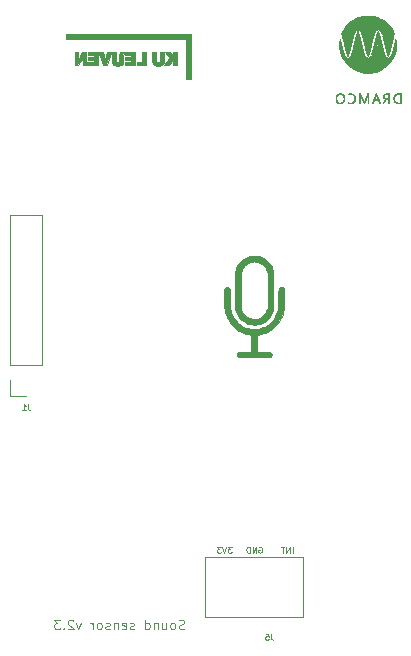
<source format=gbo>
G04 #@! TF.GenerationSoftware,KiCad,Pcbnew,(5.1.6)-1*
G04 #@! TF.CreationDate,2021-10-13T16:30:12+02:00*
G04 #@! TF.ProjectId,SoundModulev2,536f756e-644d-46f6-9475-6c6576322e6b,rev?*
G04 #@! TF.SameCoordinates,Original*
G04 #@! TF.FileFunction,Legend,Bot*
G04 #@! TF.FilePolarity,Positive*
%FSLAX46Y46*%
G04 Gerber Fmt 4.6, Leading zero omitted, Abs format (unit mm)*
G04 Created by KiCad (PCBNEW (5.1.6)-1) date 2021-10-13 16:30:12*
%MOMM*%
%LPD*%
G01*
G04 APERTURE LIST*
%ADD10C,0.125000*%
%ADD11C,0.010000*%
%ADD12C,0.120000*%
G04 APERTURE END LIST*
D10*
X116573881Y-105459489D02*
X116459596Y-105497584D01*
X116269120Y-105497584D01*
X116192929Y-105459489D01*
X116154834Y-105421394D01*
X116116739Y-105345203D01*
X116116739Y-105269013D01*
X116154834Y-105192822D01*
X116192929Y-105154727D01*
X116269120Y-105116632D01*
X116421500Y-105078537D01*
X116497691Y-105040441D01*
X116535786Y-105002346D01*
X116573881Y-104926156D01*
X116573881Y-104849965D01*
X116535786Y-104773775D01*
X116497691Y-104735680D01*
X116421500Y-104697584D01*
X116231024Y-104697584D01*
X116116739Y-104735680D01*
X115659596Y-105497584D02*
X115735786Y-105459489D01*
X115773881Y-105421394D01*
X115811977Y-105345203D01*
X115811977Y-105116632D01*
X115773881Y-105040441D01*
X115735786Y-105002346D01*
X115659596Y-104964251D01*
X115545310Y-104964251D01*
X115469120Y-105002346D01*
X115431024Y-105040441D01*
X115392929Y-105116632D01*
X115392929Y-105345203D01*
X115431024Y-105421394D01*
X115469120Y-105459489D01*
X115545310Y-105497584D01*
X115659596Y-105497584D01*
X114707215Y-104964251D02*
X114707215Y-105497584D01*
X115050072Y-104964251D02*
X115050072Y-105383299D01*
X115011977Y-105459489D01*
X114935786Y-105497584D01*
X114821500Y-105497584D01*
X114745310Y-105459489D01*
X114707215Y-105421394D01*
X114326262Y-104964251D02*
X114326262Y-105497584D01*
X114326262Y-105040441D02*
X114288167Y-105002346D01*
X114211977Y-104964251D01*
X114097691Y-104964251D01*
X114021500Y-105002346D01*
X113983405Y-105078537D01*
X113983405Y-105497584D01*
X113259596Y-105497584D02*
X113259596Y-104697584D01*
X113259596Y-105459489D02*
X113335786Y-105497584D01*
X113488167Y-105497584D01*
X113564358Y-105459489D01*
X113602453Y-105421394D01*
X113640548Y-105345203D01*
X113640548Y-105116632D01*
X113602453Y-105040441D01*
X113564358Y-105002346D01*
X113488167Y-104964251D01*
X113335786Y-104964251D01*
X113259596Y-105002346D01*
X112307215Y-105459489D02*
X112231024Y-105497584D01*
X112078643Y-105497584D01*
X112002453Y-105459489D01*
X111964358Y-105383299D01*
X111964358Y-105345203D01*
X112002453Y-105269013D01*
X112078643Y-105230918D01*
X112192929Y-105230918D01*
X112269120Y-105192822D01*
X112307215Y-105116632D01*
X112307215Y-105078537D01*
X112269120Y-105002346D01*
X112192929Y-104964251D01*
X112078643Y-104964251D01*
X112002453Y-105002346D01*
X111316739Y-105459489D02*
X111392929Y-105497584D01*
X111545310Y-105497584D01*
X111621500Y-105459489D01*
X111659596Y-105383299D01*
X111659596Y-105078537D01*
X111621500Y-105002346D01*
X111545310Y-104964251D01*
X111392929Y-104964251D01*
X111316739Y-105002346D01*
X111278643Y-105078537D01*
X111278643Y-105154727D01*
X111659596Y-105230918D01*
X110935786Y-104964251D02*
X110935786Y-105497584D01*
X110935786Y-105040441D02*
X110897691Y-105002346D01*
X110821500Y-104964251D01*
X110707215Y-104964251D01*
X110631024Y-105002346D01*
X110592929Y-105078537D01*
X110592929Y-105497584D01*
X110250072Y-105459489D02*
X110173881Y-105497584D01*
X110021500Y-105497584D01*
X109945310Y-105459489D01*
X109907215Y-105383299D01*
X109907215Y-105345203D01*
X109945310Y-105269013D01*
X110021500Y-105230918D01*
X110135786Y-105230918D01*
X110211977Y-105192822D01*
X110250072Y-105116632D01*
X110250072Y-105078537D01*
X110211977Y-105002346D01*
X110135786Y-104964251D01*
X110021500Y-104964251D01*
X109945310Y-105002346D01*
X109450072Y-105497584D02*
X109526262Y-105459489D01*
X109564358Y-105421394D01*
X109602453Y-105345203D01*
X109602453Y-105116632D01*
X109564358Y-105040441D01*
X109526262Y-105002346D01*
X109450072Y-104964251D01*
X109335786Y-104964251D01*
X109259596Y-105002346D01*
X109221500Y-105040441D01*
X109183405Y-105116632D01*
X109183405Y-105345203D01*
X109221500Y-105421394D01*
X109259596Y-105459489D01*
X109335786Y-105497584D01*
X109450072Y-105497584D01*
X108840548Y-105497584D02*
X108840548Y-104964251D01*
X108840548Y-105116632D02*
X108802453Y-105040441D01*
X108764358Y-105002346D01*
X108688167Y-104964251D01*
X108611977Y-104964251D01*
X107811977Y-104964251D02*
X107621500Y-105497584D01*
X107431024Y-104964251D01*
X107164358Y-104773775D02*
X107126262Y-104735680D01*
X107050072Y-104697584D01*
X106859596Y-104697584D01*
X106783405Y-104735680D01*
X106745310Y-104773775D01*
X106707215Y-104849965D01*
X106707215Y-104926156D01*
X106745310Y-105040441D01*
X107202453Y-105497584D01*
X106707215Y-105497584D01*
X106364358Y-105421394D02*
X106326262Y-105459489D01*
X106364358Y-105497584D01*
X106402453Y-105459489D01*
X106364358Y-105421394D01*
X106364358Y-105497584D01*
X106059596Y-104697584D02*
X105564358Y-104697584D01*
X105831024Y-105002346D01*
X105716739Y-105002346D01*
X105640548Y-105040441D01*
X105602453Y-105078537D01*
X105564358Y-105154727D01*
X105564358Y-105345203D01*
X105602453Y-105421394D01*
X105640548Y-105459489D01*
X105716739Y-105497584D01*
X105945310Y-105497584D01*
X106021500Y-105459489D01*
X106059596Y-105421394D01*
X120578167Y-98511870D02*
X120268643Y-98511870D01*
X120435310Y-98702346D01*
X120363881Y-98702346D01*
X120316262Y-98726156D01*
X120292453Y-98749965D01*
X120268643Y-98797584D01*
X120268643Y-98916632D01*
X120292453Y-98964251D01*
X120316262Y-98988060D01*
X120363881Y-99011870D01*
X120506739Y-99011870D01*
X120554358Y-98988060D01*
X120578167Y-98964251D01*
X120125786Y-98511870D02*
X119959120Y-99011870D01*
X119792453Y-98511870D01*
X119673405Y-98511870D02*
X119363881Y-98511870D01*
X119530548Y-98702346D01*
X119459120Y-98702346D01*
X119411500Y-98726156D01*
X119387691Y-98749965D01*
X119363881Y-98797584D01*
X119363881Y-98916632D01*
X119387691Y-98964251D01*
X119411500Y-98988060D01*
X119459120Y-99011870D01*
X119601977Y-99011870D01*
X119649596Y-98988060D01*
X119673405Y-98964251D01*
X122880072Y-98535680D02*
X122927691Y-98511870D01*
X122999120Y-98511870D01*
X123070548Y-98535680D01*
X123118167Y-98583299D01*
X123141977Y-98630918D01*
X123165786Y-98726156D01*
X123165786Y-98797584D01*
X123141977Y-98892822D01*
X123118167Y-98940441D01*
X123070548Y-98988060D01*
X122999120Y-99011870D01*
X122951500Y-99011870D01*
X122880072Y-98988060D01*
X122856262Y-98964251D01*
X122856262Y-98797584D01*
X122951500Y-98797584D01*
X122641977Y-99011870D02*
X122641977Y-98511870D01*
X122356262Y-99011870D01*
X122356262Y-98511870D01*
X122118167Y-99011870D02*
X122118167Y-98511870D01*
X121999120Y-98511870D01*
X121927691Y-98535680D01*
X121880072Y-98583299D01*
X121856262Y-98630918D01*
X121832453Y-98726156D01*
X121832453Y-98797584D01*
X121856262Y-98892822D01*
X121880072Y-98940441D01*
X121927691Y-98988060D01*
X121999120Y-99011870D01*
X122118167Y-99011870D01*
X125745500Y-99011870D02*
X125745500Y-98511870D01*
X125507405Y-99011870D02*
X125507405Y-98511870D01*
X125221691Y-99011870D01*
X125221691Y-98511870D01*
X125055024Y-98511870D02*
X124769310Y-98511870D01*
X124912167Y-99011870D02*
X124912167Y-98511870D01*
D11*
G36*
X124760602Y-76507217D02*
G01*
X124699744Y-76524449D01*
X124644452Y-76557820D01*
X124598452Y-76607378D01*
X124572141Y-76655559D01*
X124568407Y-76666888D01*
X124565216Y-76682787D01*
X124562527Y-76705006D01*
X124560298Y-76735290D01*
X124558487Y-76775387D01*
X124557053Y-76827044D01*
X124555952Y-76892008D01*
X124555145Y-76972025D01*
X124554587Y-77068844D01*
X124554239Y-77184210D01*
X124554057Y-77319871D01*
X124554011Y-77411787D01*
X124553790Y-77541641D01*
X124553222Y-77667421D01*
X124552343Y-77786742D01*
X124551184Y-77897221D01*
X124549780Y-77996475D01*
X124548165Y-78082120D01*
X124546371Y-78151772D01*
X124544433Y-78203047D01*
X124542431Y-78233124D01*
X124509395Y-78444874D01*
X124455957Y-78650945D01*
X124383078Y-78848862D01*
X124291715Y-79036153D01*
X124182828Y-79210341D01*
X124142149Y-79265924D01*
X124004363Y-79430735D01*
X123856363Y-79575864D01*
X123695672Y-79703381D01*
X123519814Y-79815360D01*
X123424138Y-79866824D01*
X123246530Y-79948095D01*
X123070963Y-80009495D01*
X122892657Y-80052155D01*
X122706832Y-80077205D01*
X122508708Y-80085779D01*
X122499120Y-80085796D01*
X122300308Y-80077960D01*
X122114017Y-80053701D01*
X121935468Y-80011885D01*
X121759879Y-79951381D01*
X121582472Y-79871059D01*
X121574102Y-79866824D01*
X121389615Y-79761926D01*
X121221549Y-79642541D01*
X121067429Y-79506594D01*
X120924777Y-79352014D01*
X120856090Y-79265924D01*
X120741486Y-79096734D01*
X120644081Y-78913604D01*
X120564834Y-78719008D01*
X120504705Y-78515421D01*
X120464652Y-78305318D01*
X120455808Y-78233124D01*
X120453747Y-78201993D01*
X120451798Y-78150175D01*
X120449994Y-78080075D01*
X120448370Y-77994099D01*
X120446961Y-77894650D01*
X120445801Y-77784133D01*
X120444925Y-77664952D01*
X120444367Y-77539512D01*
X120444165Y-77420817D01*
X120443902Y-77260552D01*
X120443250Y-77117772D01*
X120442221Y-76993280D01*
X120440828Y-76887881D01*
X120439085Y-76802378D01*
X120437005Y-76737577D01*
X120434601Y-76694281D01*
X120431975Y-76673607D01*
X120403746Y-76612718D01*
X120358278Y-76564340D01*
X120299176Y-76531037D01*
X120230039Y-76515375D01*
X120208559Y-76514498D01*
X120135402Y-76522304D01*
X120076037Y-76547046D01*
X120027189Y-76590710D01*
X119989812Y-76647271D01*
X119984850Y-76656792D01*
X119980595Y-76666749D01*
X119976994Y-76678892D01*
X119973993Y-76694968D01*
X119971538Y-76716727D01*
X119969576Y-76745917D01*
X119968052Y-76784286D01*
X119966914Y-76833583D01*
X119966107Y-76895556D01*
X119965577Y-76971954D01*
X119965272Y-77064525D01*
X119965136Y-77175018D01*
X119965118Y-77305181D01*
X119965159Y-77449680D01*
X119965272Y-77604188D01*
X119965523Y-77737589D01*
X119965959Y-77851871D01*
X119966627Y-77949016D01*
X119967573Y-78031011D01*
X119968845Y-78099840D01*
X119970488Y-78157489D01*
X119972550Y-78205943D01*
X119975076Y-78247186D01*
X119978114Y-78283203D01*
X119981710Y-78315981D01*
X119985910Y-78347503D01*
X119986302Y-78350226D01*
X120032962Y-78598649D01*
X120099385Y-78835145D01*
X120185656Y-79059863D01*
X120291859Y-79272955D01*
X120418079Y-79474571D01*
X120564399Y-79664862D01*
X120730903Y-79843979D01*
X120910209Y-80005886D01*
X121070480Y-80126013D01*
X121247766Y-80235230D01*
X121437858Y-80331716D01*
X121636542Y-80413650D01*
X121839609Y-80479210D01*
X122042847Y-80526574D01*
X122155642Y-80544534D01*
X122256665Y-80557793D01*
X122256665Y-81997309D01*
X121728461Y-82000836D01*
X121604194Y-82001694D01*
X121500870Y-82002533D01*
X121416339Y-82003457D01*
X121348454Y-82004574D01*
X121295065Y-82005988D01*
X121254025Y-82007807D01*
X121223185Y-82010137D01*
X121200396Y-82013083D01*
X121183510Y-82016751D01*
X121170380Y-82021249D01*
X121158855Y-82026682D01*
X121154074Y-82029216D01*
X121095539Y-82069589D01*
X121054838Y-82119774D01*
X121039171Y-82151353D01*
X121022331Y-82219545D01*
X121026391Y-82287864D01*
X121049562Y-82352140D01*
X121090056Y-82408203D01*
X121146085Y-82451881D01*
X121173908Y-82465568D01*
X121182607Y-82468385D01*
X121195301Y-82470894D01*
X121213264Y-82473112D01*
X121237771Y-82475054D01*
X121270098Y-82476739D01*
X121311520Y-82478182D01*
X121363311Y-82479402D01*
X121426746Y-82480413D01*
X121503101Y-82481234D01*
X121593651Y-82481880D01*
X121699669Y-82482370D01*
X121822433Y-82482719D01*
X121963215Y-82482944D01*
X122123293Y-82483062D01*
X122303939Y-82483090D01*
X122501635Y-82483046D01*
X122704083Y-82482946D01*
X122884702Y-82482782D01*
X123044755Y-82482539D01*
X123185505Y-82482199D01*
X123308215Y-82481745D01*
X123414148Y-82481160D01*
X123504565Y-82480426D01*
X123580729Y-82479528D01*
X123643904Y-82478447D01*
X123695351Y-82477166D01*
X123736333Y-82475669D01*
X123768113Y-82473938D01*
X123791954Y-82471957D01*
X123809118Y-82469707D01*
X123820868Y-82467173D01*
X123826847Y-82465091D01*
X123888311Y-82427096D01*
X123934951Y-82375082D01*
X123964985Y-82313280D01*
X123976629Y-82245922D01*
X123968101Y-82177237D01*
X123959069Y-82151353D01*
X123925742Y-82094082D01*
X123877055Y-82049250D01*
X123844165Y-82029216D01*
X123832678Y-82023367D01*
X123820468Y-82018497D01*
X123805389Y-82014500D01*
X123785292Y-82011269D01*
X123758027Y-82008699D01*
X123721447Y-82006682D01*
X123673404Y-82005114D01*
X123611748Y-82003888D01*
X123534332Y-82002897D01*
X123439007Y-82002036D01*
X123323624Y-82001199D01*
X123269779Y-82000836D01*
X122741574Y-81997309D01*
X122741574Y-80557793D01*
X122842597Y-80544534D01*
X123044080Y-80508203D01*
X123247761Y-80452652D01*
X123449429Y-80379703D01*
X123644871Y-80291177D01*
X123829877Y-80188896D01*
X124000236Y-80074680D01*
X124088031Y-80005886D01*
X124274066Y-79837329D01*
X124439853Y-79657702D01*
X124585460Y-79466878D01*
X124710958Y-79264733D01*
X124816416Y-79051142D01*
X124901905Y-78825979D01*
X124967493Y-78589120D01*
X125011858Y-78350226D01*
X125016116Y-78318526D01*
X125019764Y-78285657D01*
X125022847Y-78249626D01*
X125025414Y-78208438D01*
X125027511Y-78160098D01*
X125029186Y-78102611D01*
X125030485Y-78033983D01*
X125031457Y-77952219D01*
X125032147Y-77855324D01*
X125032603Y-77741303D01*
X125032872Y-77608163D01*
X125033001Y-77455453D01*
X125032985Y-77298256D01*
X125032762Y-77162612D01*
X125032303Y-77046987D01*
X125031579Y-76949843D01*
X125030560Y-76869645D01*
X125029218Y-76804856D01*
X125027523Y-76753940D01*
X125025446Y-76715361D01*
X125022957Y-76687583D01*
X125020029Y-76669070D01*
X125017923Y-76661410D01*
X124985145Y-76598686D01*
X124939296Y-76551857D01*
X124884105Y-76520969D01*
X124823298Y-76506073D01*
X124760602Y-76507217D01*
G37*
X124760602Y-76507217D02*
X124699744Y-76524449D01*
X124644452Y-76557820D01*
X124598452Y-76607378D01*
X124572141Y-76655559D01*
X124568407Y-76666888D01*
X124565216Y-76682787D01*
X124562527Y-76705006D01*
X124560298Y-76735290D01*
X124558487Y-76775387D01*
X124557053Y-76827044D01*
X124555952Y-76892008D01*
X124555145Y-76972025D01*
X124554587Y-77068844D01*
X124554239Y-77184210D01*
X124554057Y-77319871D01*
X124554011Y-77411787D01*
X124553790Y-77541641D01*
X124553222Y-77667421D01*
X124552343Y-77786742D01*
X124551184Y-77897221D01*
X124549780Y-77996475D01*
X124548165Y-78082120D01*
X124546371Y-78151772D01*
X124544433Y-78203047D01*
X124542431Y-78233124D01*
X124509395Y-78444874D01*
X124455957Y-78650945D01*
X124383078Y-78848862D01*
X124291715Y-79036153D01*
X124182828Y-79210341D01*
X124142149Y-79265924D01*
X124004363Y-79430735D01*
X123856363Y-79575864D01*
X123695672Y-79703381D01*
X123519814Y-79815360D01*
X123424138Y-79866824D01*
X123246530Y-79948095D01*
X123070963Y-80009495D01*
X122892657Y-80052155D01*
X122706832Y-80077205D01*
X122508708Y-80085779D01*
X122499120Y-80085796D01*
X122300308Y-80077960D01*
X122114017Y-80053701D01*
X121935468Y-80011885D01*
X121759879Y-79951381D01*
X121582472Y-79871059D01*
X121574102Y-79866824D01*
X121389615Y-79761926D01*
X121221549Y-79642541D01*
X121067429Y-79506594D01*
X120924777Y-79352014D01*
X120856090Y-79265924D01*
X120741486Y-79096734D01*
X120644081Y-78913604D01*
X120564834Y-78719008D01*
X120504705Y-78515421D01*
X120464652Y-78305318D01*
X120455808Y-78233124D01*
X120453747Y-78201993D01*
X120451798Y-78150175D01*
X120449994Y-78080075D01*
X120448370Y-77994099D01*
X120446961Y-77894650D01*
X120445801Y-77784133D01*
X120444925Y-77664952D01*
X120444367Y-77539512D01*
X120444165Y-77420817D01*
X120443902Y-77260552D01*
X120443250Y-77117772D01*
X120442221Y-76993280D01*
X120440828Y-76887881D01*
X120439085Y-76802378D01*
X120437005Y-76737577D01*
X120434601Y-76694281D01*
X120431975Y-76673607D01*
X120403746Y-76612718D01*
X120358278Y-76564340D01*
X120299176Y-76531037D01*
X120230039Y-76515375D01*
X120208559Y-76514498D01*
X120135402Y-76522304D01*
X120076037Y-76547046D01*
X120027189Y-76590710D01*
X119989812Y-76647271D01*
X119984850Y-76656792D01*
X119980595Y-76666749D01*
X119976994Y-76678892D01*
X119973993Y-76694968D01*
X119971538Y-76716727D01*
X119969576Y-76745917D01*
X119968052Y-76784286D01*
X119966914Y-76833583D01*
X119966107Y-76895556D01*
X119965577Y-76971954D01*
X119965272Y-77064525D01*
X119965136Y-77175018D01*
X119965118Y-77305181D01*
X119965159Y-77449680D01*
X119965272Y-77604188D01*
X119965523Y-77737589D01*
X119965959Y-77851871D01*
X119966627Y-77949016D01*
X119967573Y-78031011D01*
X119968845Y-78099840D01*
X119970488Y-78157489D01*
X119972550Y-78205943D01*
X119975076Y-78247186D01*
X119978114Y-78283203D01*
X119981710Y-78315981D01*
X119985910Y-78347503D01*
X119986302Y-78350226D01*
X120032962Y-78598649D01*
X120099385Y-78835145D01*
X120185656Y-79059863D01*
X120291859Y-79272955D01*
X120418079Y-79474571D01*
X120564399Y-79664862D01*
X120730903Y-79843979D01*
X120910209Y-80005886D01*
X121070480Y-80126013D01*
X121247766Y-80235230D01*
X121437858Y-80331716D01*
X121636542Y-80413650D01*
X121839609Y-80479210D01*
X122042847Y-80526574D01*
X122155642Y-80544534D01*
X122256665Y-80557793D01*
X122256665Y-81997309D01*
X121728461Y-82000836D01*
X121604194Y-82001694D01*
X121500870Y-82002533D01*
X121416339Y-82003457D01*
X121348454Y-82004574D01*
X121295065Y-82005988D01*
X121254025Y-82007807D01*
X121223185Y-82010137D01*
X121200396Y-82013083D01*
X121183510Y-82016751D01*
X121170380Y-82021249D01*
X121158855Y-82026682D01*
X121154074Y-82029216D01*
X121095539Y-82069589D01*
X121054838Y-82119774D01*
X121039171Y-82151353D01*
X121022331Y-82219545D01*
X121026391Y-82287864D01*
X121049562Y-82352140D01*
X121090056Y-82408203D01*
X121146085Y-82451881D01*
X121173908Y-82465568D01*
X121182607Y-82468385D01*
X121195301Y-82470894D01*
X121213264Y-82473112D01*
X121237771Y-82475054D01*
X121270098Y-82476739D01*
X121311520Y-82478182D01*
X121363311Y-82479402D01*
X121426746Y-82480413D01*
X121503101Y-82481234D01*
X121593651Y-82481880D01*
X121699669Y-82482370D01*
X121822433Y-82482719D01*
X121963215Y-82482944D01*
X122123293Y-82483062D01*
X122303939Y-82483090D01*
X122501635Y-82483046D01*
X122704083Y-82482946D01*
X122884702Y-82482782D01*
X123044755Y-82482539D01*
X123185505Y-82482199D01*
X123308215Y-82481745D01*
X123414148Y-82481160D01*
X123504565Y-82480426D01*
X123580729Y-82479528D01*
X123643904Y-82478447D01*
X123695351Y-82477166D01*
X123736333Y-82475669D01*
X123768113Y-82473938D01*
X123791954Y-82471957D01*
X123809118Y-82469707D01*
X123820868Y-82467173D01*
X123826847Y-82465091D01*
X123888311Y-82427096D01*
X123934951Y-82375082D01*
X123964985Y-82313280D01*
X123976629Y-82245922D01*
X123968101Y-82177237D01*
X123959069Y-82151353D01*
X123925742Y-82094082D01*
X123877055Y-82049250D01*
X123844165Y-82029216D01*
X123832678Y-82023367D01*
X123820468Y-82018497D01*
X123805389Y-82014500D01*
X123785292Y-82011269D01*
X123758027Y-82008699D01*
X123721447Y-82006682D01*
X123673404Y-82005114D01*
X123611748Y-82003888D01*
X123534332Y-82002897D01*
X123439007Y-82002036D01*
X123323624Y-82001199D01*
X123269779Y-82000836D01*
X122741574Y-81997309D01*
X122741574Y-80557793D01*
X122842597Y-80544534D01*
X123044080Y-80508203D01*
X123247761Y-80452652D01*
X123449429Y-80379703D01*
X123644871Y-80291177D01*
X123829877Y-80188896D01*
X124000236Y-80074680D01*
X124088031Y-80005886D01*
X124274066Y-79837329D01*
X124439853Y-79657702D01*
X124585460Y-79466878D01*
X124710958Y-79264733D01*
X124816416Y-79051142D01*
X124901905Y-78825979D01*
X124967493Y-78589120D01*
X125011858Y-78350226D01*
X125016116Y-78318526D01*
X125019764Y-78285657D01*
X125022847Y-78249626D01*
X125025414Y-78208438D01*
X125027511Y-78160098D01*
X125029186Y-78102611D01*
X125030485Y-78033983D01*
X125031457Y-77952219D01*
X125032147Y-77855324D01*
X125032603Y-77741303D01*
X125032872Y-77608163D01*
X125033001Y-77455453D01*
X125032985Y-77298256D01*
X125032762Y-77162612D01*
X125032303Y-77046987D01*
X125031579Y-76949843D01*
X125030560Y-76869645D01*
X125029218Y-76804856D01*
X125027523Y-76753940D01*
X125025446Y-76715361D01*
X125022957Y-76687583D01*
X125020029Y-76669070D01*
X125017923Y-76661410D01*
X124985145Y-76598686D01*
X124939296Y-76551857D01*
X124884105Y-76520969D01*
X124823298Y-76506073D01*
X124760602Y-76507217D01*
G36*
X122304460Y-73893655D02*
G01*
X122116470Y-73926619D01*
X121936166Y-73980912D01*
X121764563Y-74056004D01*
X121602678Y-74151366D01*
X121451526Y-74266469D01*
X121312123Y-74400782D01*
X121185485Y-74553776D01*
X121169561Y-74575639D01*
X121070923Y-74732551D01*
X120992462Y-74900258D01*
X120934068Y-75079069D01*
X120895633Y-75269294D01*
X120882139Y-75388630D01*
X120879934Y-75428878D01*
X120878029Y-75492055D01*
X120876423Y-75578002D01*
X120875119Y-75686560D01*
X120874117Y-75817569D01*
X120873418Y-75970870D01*
X120873022Y-76146303D01*
X120872931Y-76343709D01*
X120873146Y-76562928D01*
X120873666Y-76803801D01*
X120873928Y-76895498D01*
X120874582Y-77103559D01*
X120875232Y-77289843D01*
X120875897Y-77455665D01*
X120876601Y-77602338D01*
X120877363Y-77731177D01*
X120878206Y-77843495D01*
X120879150Y-77940608D01*
X120880218Y-78023829D01*
X120881429Y-78094472D01*
X120882806Y-78153851D01*
X120884369Y-78203281D01*
X120886141Y-78244076D01*
X120888142Y-78277550D01*
X120890393Y-78305016D01*
X120892916Y-78327790D01*
X120895732Y-78347185D01*
X120897615Y-78357980D01*
X120944288Y-78549370D01*
X121011081Y-78730493D01*
X121096968Y-78900187D01*
X121200923Y-79057288D01*
X121321921Y-79200632D01*
X121458935Y-79329056D01*
X121610941Y-79441396D01*
X121776912Y-79536489D01*
X121955823Y-79613171D01*
X122024632Y-79636498D01*
X122114913Y-79660460D01*
X122218493Y-79680468D01*
X122328066Y-79695653D01*
X122436327Y-79705146D01*
X122535972Y-79708079D01*
X122603029Y-79705253D01*
X122801038Y-79677423D01*
X122989782Y-79629132D01*
X123168157Y-79561253D01*
X123335057Y-79474661D01*
X123489380Y-79370229D01*
X123630020Y-79248832D01*
X123755872Y-79111343D01*
X123865834Y-78958637D01*
X123958799Y-78791589D01*
X124033665Y-78611070D01*
X124050881Y-78559349D01*
X124061014Y-78527364D01*
X124070107Y-78498079D01*
X124078219Y-78470132D01*
X124085411Y-78442161D01*
X124091742Y-78412801D01*
X124097273Y-78380692D01*
X124102064Y-78344470D01*
X124106175Y-78302773D01*
X124109667Y-78254239D01*
X124112598Y-78197504D01*
X124115030Y-78131206D01*
X124117023Y-78053982D01*
X124118636Y-77964471D01*
X124119930Y-77861308D01*
X124120965Y-77743133D01*
X124121801Y-77608581D01*
X124122499Y-77456292D01*
X124122702Y-77399952D01*
X123640389Y-77399952D01*
X123640248Y-77574548D01*
X123639880Y-77728277D01*
X123639280Y-77861696D01*
X123638446Y-77975359D01*
X123637375Y-78069824D01*
X123636063Y-78145646D01*
X123634507Y-78203380D01*
X123632703Y-78243583D01*
X123630648Y-78266810D01*
X123630376Y-78268530D01*
X123593389Y-78419932D01*
X123536517Y-78564356D01*
X123461545Y-78699669D01*
X123370262Y-78823739D01*
X123264452Y-78934437D01*
X123145902Y-79029630D01*
X123016400Y-79107186D01*
X122879579Y-79164360D01*
X122802034Y-79188906D01*
X122736098Y-79206101D01*
X122674443Y-79216998D01*
X122609739Y-79222649D01*
X122534660Y-79224109D01*
X122470256Y-79223159D01*
X122395704Y-79220805D01*
X122337829Y-79217173D01*
X122290223Y-79211462D01*
X122246476Y-79202872D01*
X122200181Y-79190604D01*
X122193165Y-79188557D01*
X122039411Y-79131813D01*
X121897525Y-79056278D01*
X121768886Y-78963490D01*
X121654871Y-78854983D01*
X121556858Y-78732296D01*
X121476227Y-78596963D01*
X121414355Y-78450523D01*
X121372620Y-78294510D01*
X121367863Y-78268530D01*
X121365777Y-78247364D01*
X121363943Y-78209291D01*
X121362356Y-78153754D01*
X121361014Y-78080200D01*
X121359913Y-77988071D01*
X121359050Y-77876812D01*
X121358422Y-77745866D01*
X121358025Y-77594679D01*
X121357856Y-77422694D01*
X121357911Y-77229355D01*
X121358188Y-77014107D01*
X121358683Y-76776394D01*
X121358760Y-76745408D01*
X121362379Y-75296453D01*
X121388815Y-75212634D01*
X121434525Y-75083421D01*
X121484429Y-74973420D01*
X121537314Y-74883221D01*
X121636200Y-74754043D01*
X121749152Y-74641456D01*
X121874211Y-74546328D01*
X122009419Y-74469527D01*
X122152816Y-74411920D01*
X122302443Y-74374375D01*
X122456342Y-74357760D01*
X122612554Y-74362942D01*
X122688144Y-74373490D01*
X122847311Y-74412534D01*
X122995952Y-74472129D01*
X123134010Y-74552243D01*
X123261425Y-74652845D01*
X123330870Y-74721039D01*
X123412222Y-74815626D01*
X123479782Y-74913758D01*
X123536673Y-75020950D01*
X123586020Y-75142717D01*
X123609424Y-75212634D01*
X123635860Y-75296453D01*
X123639480Y-76745408D01*
X123640002Y-76985938D01*
X123640306Y-77203934D01*
X123640389Y-77399952D01*
X124122702Y-77399952D01*
X124123118Y-77284901D01*
X124123718Y-77093047D01*
X124124311Y-76895498D01*
X124124942Y-76646893D01*
X124125267Y-76419884D01*
X124125285Y-76214631D01*
X124124999Y-76031294D01*
X124124408Y-75870032D01*
X124123515Y-75731004D01*
X124122319Y-75614370D01*
X124120822Y-75520290D01*
X124119024Y-75448922D01*
X124116926Y-75400427D01*
X124116101Y-75388630D01*
X124089548Y-75191431D01*
X124043102Y-75005832D01*
X123976654Y-74831522D01*
X123890095Y-74668192D01*
X123828678Y-74575639D01*
X123703826Y-74420185D01*
X123566072Y-74283341D01*
X123416434Y-74165637D01*
X123255926Y-74067603D01*
X123085565Y-73989767D01*
X122906366Y-73932660D01*
X122719346Y-73896811D01*
X122525520Y-73882749D01*
X122499120Y-73882549D01*
X122304460Y-73893655D01*
G37*
X122304460Y-73893655D02*
X122116470Y-73926619D01*
X121936166Y-73980912D01*
X121764563Y-74056004D01*
X121602678Y-74151366D01*
X121451526Y-74266469D01*
X121312123Y-74400782D01*
X121185485Y-74553776D01*
X121169561Y-74575639D01*
X121070923Y-74732551D01*
X120992462Y-74900258D01*
X120934068Y-75079069D01*
X120895633Y-75269294D01*
X120882139Y-75388630D01*
X120879934Y-75428878D01*
X120878029Y-75492055D01*
X120876423Y-75578002D01*
X120875119Y-75686560D01*
X120874117Y-75817569D01*
X120873418Y-75970870D01*
X120873022Y-76146303D01*
X120872931Y-76343709D01*
X120873146Y-76562928D01*
X120873666Y-76803801D01*
X120873928Y-76895498D01*
X120874582Y-77103559D01*
X120875232Y-77289843D01*
X120875897Y-77455665D01*
X120876601Y-77602338D01*
X120877363Y-77731177D01*
X120878206Y-77843495D01*
X120879150Y-77940608D01*
X120880218Y-78023829D01*
X120881429Y-78094472D01*
X120882806Y-78153851D01*
X120884369Y-78203281D01*
X120886141Y-78244076D01*
X120888142Y-78277550D01*
X120890393Y-78305016D01*
X120892916Y-78327790D01*
X120895732Y-78347185D01*
X120897615Y-78357980D01*
X120944288Y-78549370D01*
X121011081Y-78730493D01*
X121096968Y-78900187D01*
X121200923Y-79057288D01*
X121321921Y-79200632D01*
X121458935Y-79329056D01*
X121610941Y-79441396D01*
X121776912Y-79536489D01*
X121955823Y-79613171D01*
X122024632Y-79636498D01*
X122114913Y-79660460D01*
X122218493Y-79680468D01*
X122328066Y-79695653D01*
X122436327Y-79705146D01*
X122535972Y-79708079D01*
X122603029Y-79705253D01*
X122801038Y-79677423D01*
X122989782Y-79629132D01*
X123168157Y-79561253D01*
X123335057Y-79474661D01*
X123489380Y-79370229D01*
X123630020Y-79248832D01*
X123755872Y-79111343D01*
X123865834Y-78958637D01*
X123958799Y-78791589D01*
X124033665Y-78611070D01*
X124050881Y-78559349D01*
X124061014Y-78527364D01*
X124070107Y-78498079D01*
X124078219Y-78470132D01*
X124085411Y-78442161D01*
X124091742Y-78412801D01*
X124097273Y-78380692D01*
X124102064Y-78344470D01*
X124106175Y-78302773D01*
X124109667Y-78254239D01*
X124112598Y-78197504D01*
X124115030Y-78131206D01*
X124117023Y-78053982D01*
X124118636Y-77964471D01*
X124119930Y-77861308D01*
X124120965Y-77743133D01*
X124121801Y-77608581D01*
X124122499Y-77456292D01*
X124122702Y-77399952D01*
X123640389Y-77399952D01*
X123640248Y-77574548D01*
X123639880Y-77728277D01*
X123639280Y-77861696D01*
X123638446Y-77975359D01*
X123637375Y-78069824D01*
X123636063Y-78145646D01*
X123634507Y-78203380D01*
X123632703Y-78243583D01*
X123630648Y-78266810D01*
X123630376Y-78268530D01*
X123593389Y-78419932D01*
X123536517Y-78564356D01*
X123461545Y-78699669D01*
X123370262Y-78823739D01*
X123264452Y-78934437D01*
X123145902Y-79029630D01*
X123016400Y-79107186D01*
X122879579Y-79164360D01*
X122802034Y-79188906D01*
X122736098Y-79206101D01*
X122674443Y-79216998D01*
X122609739Y-79222649D01*
X122534660Y-79224109D01*
X122470256Y-79223159D01*
X122395704Y-79220805D01*
X122337829Y-79217173D01*
X122290223Y-79211462D01*
X122246476Y-79202872D01*
X122200181Y-79190604D01*
X122193165Y-79188557D01*
X122039411Y-79131813D01*
X121897525Y-79056278D01*
X121768886Y-78963490D01*
X121654871Y-78854983D01*
X121556858Y-78732296D01*
X121476227Y-78596963D01*
X121414355Y-78450523D01*
X121372620Y-78294510D01*
X121367863Y-78268530D01*
X121365777Y-78247364D01*
X121363943Y-78209291D01*
X121362356Y-78153754D01*
X121361014Y-78080200D01*
X121359913Y-77988071D01*
X121359050Y-77876812D01*
X121358422Y-77745866D01*
X121358025Y-77594679D01*
X121357856Y-77422694D01*
X121357911Y-77229355D01*
X121358188Y-77014107D01*
X121358683Y-76776394D01*
X121358760Y-76745408D01*
X121362379Y-75296453D01*
X121388815Y-75212634D01*
X121434525Y-75083421D01*
X121484429Y-74973420D01*
X121537314Y-74883221D01*
X121636200Y-74754043D01*
X121749152Y-74641456D01*
X121874211Y-74546328D01*
X122009419Y-74469527D01*
X122152816Y-74411920D01*
X122302443Y-74374375D01*
X122456342Y-74357760D01*
X122612554Y-74362942D01*
X122688144Y-74373490D01*
X122847311Y-74412534D01*
X122995952Y-74472129D01*
X123134010Y-74552243D01*
X123261425Y-74652845D01*
X123330870Y-74721039D01*
X123412222Y-74815626D01*
X123479782Y-74913758D01*
X123536673Y-75020950D01*
X123586020Y-75142717D01*
X123609424Y-75212634D01*
X123635860Y-75296453D01*
X123639480Y-76745408D01*
X123640002Y-76985938D01*
X123640306Y-77203934D01*
X123640389Y-77399952D01*
X124122702Y-77399952D01*
X124123118Y-77284901D01*
X124123718Y-77093047D01*
X124124311Y-76895498D01*
X124124942Y-76646893D01*
X124125267Y-76419884D01*
X124125285Y-76214631D01*
X124124999Y-76031294D01*
X124124408Y-75870032D01*
X124123515Y-75731004D01*
X124122319Y-75614370D01*
X124120822Y-75520290D01*
X124119024Y-75448922D01*
X124116926Y-75400427D01*
X124116101Y-75388630D01*
X124089548Y-75191431D01*
X124043102Y-75005832D01*
X123976654Y-74831522D01*
X123890095Y-74668192D01*
X123828678Y-74575639D01*
X123703826Y-74420185D01*
X123566072Y-74283341D01*
X123416434Y-74165637D01*
X123255926Y-74067603D01*
X123085565Y-73989767D01*
X122906366Y-73932660D01*
X122719346Y-73896811D01*
X122525520Y-73882749D01*
X122499120Y-73882549D01*
X122304460Y-73893655D01*
G36*
X106535220Y-55302995D02*
G01*
X106535221Y-55491377D01*
X116748137Y-55493497D01*
X116749201Y-57194238D01*
X116750264Y-58894980D01*
X117127020Y-58894980D01*
X117127020Y-55114614D01*
X106535220Y-55114614D01*
X106535220Y-55302995D01*
G37*
X106535220Y-55302995D02*
X106535221Y-55491377D01*
X116748137Y-55493497D01*
X116749201Y-57194238D01*
X116750264Y-58894980D01*
X117127020Y-58894980D01*
X117127020Y-55114614D01*
X106535220Y-55114614D01*
X106535220Y-55302995D01*
G36*
X114513945Y-56991038D02*
G01*
X114513658Y-57055847D01*
X114513372Y-57112747D01*
X114513075Y-57162297D01*
X114512754Y-57205055D01*
X114512396Y-57241579D01*
X114511989Y-57272428D01*
X114511522Y-57298159D01*
X114510982Y-57319332D01*
X114510355Y-57336504D01*
X114509631Y-57350234D01*
X114508796Y-57361080D01*
X114507839Y-57369599D01*
X114506746Y-57376351D01*
X114505506Y-57381894D01*
X114505280Y-57382755D01*
X114493981Y-57416904D01*
X114479937Y-57443953D01*
X114462329Y-57465047D01*
X114440334Y-57481331D01*
X114431034Y-57486310D01*
X114418948Y-57492065D01*
X114408956Y-57495945D01*
X114398889Y-57498317D01*
X114386581Y-57499550D01*
X114369861Y-57500013D01*
X114350023Y-57500074D01*
X114320817Y-57499351D01*
X114298064Y-57496792D01*
X114279838Y-57491769D01*
X114264213Y-57483655D01*
X114249263Y-57471823D01*
X114242041Y-57464918D01*
X114233964Y-57456469D01*
X114226755Y-57447769D01*
X114220365Y-57438315D01*
X114214744Y-57427601D01*
X114209843Y-57415121D01*
X114205612Y-57400371D01*
X114202003Y-57382844D01*
X114198965Y-57362035D01*
X114196451Y-57337440D01*
X114194410Y-57308553D01*
X114192793Y-57274868D01*
X114191552Y-57235880D01*
X114190636Y-57191085D01*
X114189997Y-57139976D01*
X114189584Y-57082048D01*
X114189350Y-57016796D01*
X114189245Y-56943716D01*
X114189232Y-56923305D01*
X114189087Y-56625914D01*
X113850421Y-56625914D01*
X113850457Y-56982572D01*
X113850514Y-57040705D01*
X113850668Y-57096695D01*
X113850912Y-57149860D01*
X113851239Y-57199515D01*
X113851642Y-57244980D01*
X113852113Y-57285570D01*
X113852645Y-57320603D01*
X113853232Y-57349396D01*
X113853865Y-57371266D01*
X113854538Y-57385530D01*
X113854719Y-57387914D01*
X113863640Y-57453177D01*
X113878577Y-57512494D01*
X113899572Y-57565909D01*
X113926667Y-57613464D01*
X113959902Y-57655203D01*
X113999318Y-57691169D01*
X114044957Y-57721405D01*
X114096859Y-57745953D01*
X114155066Y-57764857D01*
X114219618Y-57778160D01*
X114227730Y-57779373D01*
X114245456Y-57781245D01*
X114269390Y-57782810D01*
X114297677Y-57784041D01*
X114328462Y-57784907D01*
X114359887Y-57785381D01*
X114390097Y-57785431D01*
X114417237Y-57785031D01*
X114439449Y-57784149D01*
X114453670Y-57782923D01*
X114512302Y-57773412D01*
X114564148Y-57760916D01*
X114610472Y-57745086D01*
X114643444Y-57730269D01*
X114690719Y-57702360D01*
X114731830Y-57669022D01*
X114766942Y-57630033D01*
X114796222Y-57585166D01*
X114819836Y-57534196D01*
X114837949Y-57476900D01*
X114841603Y-57461708D01*
X114843211Y-57454506D01*
X114844629Y-57447577D01*
X114845872Y-57440361D01*
X114846954Y-57432300D01*
X114847888Y-57422834D01*
X114848689Y-57411405D01*
X114849370Y-57397454D01*
X114849947Y-57380421D01*
X114850432Y-57359748D01*
X114850840Y-57334876D01*
X114851185Y-57305246D01*
X114851480Y-57270298D01*
X114851741Y-57229474D01*
X114851980Y-57182215D01*
X114852213Y-57127962D01*
X114852452Y-57066155D01*
X114852613Y-57022788D01*
X114854085Y-56625914D01*
X114684786Y-56625914D01*
X114515487Y-56625913D01*
X114513945Y-56991038D01*
G37*
X114513945Y-56991038D02*
X114513658Y-57055847D01*
X114513372Y-57112747D01*
X114513075Y-57162297D01*
X114512754Y-57205055D01*
X114512396Y-57241579D01*
X114511989Y-57272428D01*
X114511522Y-57298159D01*
X114510982Y-57319332D01*
X114510355Y-57336504D01*
X114509631Y-57350234D01*
X114508796Y-57361080D01*
X114507839Y-57369599D01*
X114506746Y-57376351D01*
X114505506Y-57381894D01*
X114505280Y-57382755D01*
X114493981Y-57416904D01*
X114479937Y-57443953D01*
X114462329Y-57465047D01*
X114440334Y-57481331D01*
X114431034Y-57486310D01*
X114418948Y-57492065D01*
X114408956Y-57495945D01*
X114398889Y-57498317D01*
X114386581Y-57499550D01*
X114369861Y-57500013D01*
X114350023Y-57500074D01*
X114320817Y-57499351D01*
X114298064Y-57496792D01*
X114279838Y-57491769D01*
X114264213Y-57483655D01*
X114249263Y-57471823D01*
X114242041Y-57464918D01*
X114233964Y-57456469D01*
X114226755Y-57447769D01*
X114220365Y-57438315D01*
X114214744Y-57427601D01*
X114209843Y-57415121D01*
X114205612Y-57400371D01*
X114202003Y-57382844D01*
X114198965Y-57362035D01*
X114196451Y-57337440D01*
X114194410Y-57308553D01*
X114192793Y-57274868D01*
X114191552Y-57235880D01*
X114190636Y-57191085D01*
X114189997Y-57139976D01*
X114189584Y-57082048D01*
X114189350Y-57016796D01*
X114189245Y-56943716D01*
X114189232Y-56923305D01*
X114189087Y-56625914D01*
X113850421Y-56625914D01*
X113850457Y-56982572D01*
X113850514Y-57040705D01*
X113850668Y-57096695D01*
X113850912Y-57149860D01*
X113851239Y-57199515D01*
X113851642Y-57244980D01*
X113852113Y-57285570D01*
X113852645Y-57320603D01*
X113853232Y-57349396D01*
X113853865Y-57371266D01*
X113854538Y-57385530D01*
X113854719Y-57387914D01*
X113863640Y-57453177D01*
X113878577Y-57512494D01*
X113899572Y-57565909D01*
X113926667Y-57613464D01*
X113959902Y-57655203D01*
X113999318Y-57691169D01*
X114044957Y-57721405D01*
X114096859Y-57745953D01*
X114155066Y-57764857D01*
X114219618Y-57778160D01*
X114227730Y-57779373D01*
X114245456Y-57781245D01*
X114269390Y-57782810D01*
X114297677Y-57784041D01*
X114328462Y-57784907D01*
X114359887Y-57785381D01*
X114390097Y-57785431D01*
X114417237Y-57785031D01*
X114439449Y-57784149D01*
X114453670Y-57782923D01*
X114512302Y-57773412D01*
X114564148Y-57760916D01*
X114610472Y-57745086D01*
X114643444Y-57730269D01*
X114690719Y-57702360D01*
X114731830Y-57669022D01*
X114766942Y-57630033D01*
X114796222Y-57585166D01*
X114819836Y-57534196D01*
X114837949Y-57476900D01*
X114841603Y-57461708D01*
X114843211Y-57454506D01*
X114844629Y-57447577D01*
X114845872Y-57440361D01*
X114846954Y-57432300D01*
X114847888Y-57422834D01*
X114848689Y-57411405D01*
X114849370Y-57397454D01*
X114849947Y-57380421D01*
X114850432Y-57359748D01*
X114850840Y-57334876D01*
X114851185Y-57305246D01*
X114851480Y-57270298D01*
X114851741Y-57229474D01*
X114851980Y-57182215D01*
X114852213Y-57127962D01*
X114852452Y-57066155D01*
X114852613Y-57022788D01*
X114854085Y-56625914D01*
X114684786Y-56625914D01*
X114515487Y-56625913D01*
X114513945Y-56991038D01*
G36*
X110598781Y-56625914D02*
G01*
X110429483Y-56625914D01*
X110431056Y-57020672D01*
X110431328Y-57087518D01*
X110431586Y-57146458D01*
X110431844Y-57198052D01*
X110432116Y-57242860D01*
X110432414Y-57281441D01*
X110432752Y-57314357D01*
X110433144Y-57342166D01*
X110433602Y-57365430D01*
X110434141Y-57384709D01*
X110434774Y-57400562D01*
X110435513Y-57413550D01*
X110436372Y-57424232D01*
X110437366Y-57433170D01*
X110438506Y-57440923D01*
X110439807Y-57448051D01*
X110441282Y-57455115D01*
X110441447Y-57455878D01*
X110450417Y-57490857D01*
X110461958Y-57526544D01*
X110475072Y-57560226D01*
X110488762Y-57589190D01*
X110493739Y-57598109D01*
X110507447Y-57617838D01*
X110526321Y-57640188D01*
X110548396Y-57663219D01*
X110571708Y-57684990D01*
X110594290Y-57703560D01*
X110614037Y-57716907D01*
X110664414Y-57741558D01*
X110720331Y-57761259D01*
X110780104Y-57775479D01*
X110817237Y-57781172D01*
X110839993Y-57783172D01*
X110868693Y-57784515D01*
X110901345Y-57785218D01*
X110935961Y-57785298D01*
X110970549Y-57784771D01*
X111003121Y-57783655D01*
X111031685Y-57781967D01*
X111054253Y-57779723D01*
X111058428Y-57779124D01*
X111119638Y-57767078D01*
X111174027Y-57750874D01*
X111222327Y-57730178D01*
X111265271Y-57704656D01*
X111303591Y-57673974D01*
X111316770Y-57661220D01*
X111348847Y-57624195D01*
X111375139Y-57583815D01*
X111396282Y-57538843D01*
X111412909Y-57488039D01*
X111419632Y-57460494D01*
X111430510Y-57411197D01*
X111432088Y-57018555D01*
X111433666Y-56625914D01*
X111095073Y-56625914D01*
X111093388Y-56986805D01*
X111093069Y-57051657D01*
X111092749Y-57108600D01*
X111092415Y-57158192D01*
X111092056Y-57200992D01*
X111091659Y-57237558D01*
X111091212Y-57268448D01*
X111090703Y-57294220D01*
X111090120Y-57315432D01*
X111089450Y-57332642D01*
X111088682Y-57346408D01*
X111087802Y-57357289D01*
X111086799Y-57365842D01*
X111085662Y-57372626D01*
X111084886Y-57376173D01*
X111075997Y-57407043D01*
X111065225Y-57431733D01*
X111051487Y-57452491D01*
X111044001Y-57461203D01*
X111025933Y-57477643D01*
X111005736Y-57489245D01*
X110981642Y-57496688D01*
X110951879Y-57500652D01*
X110939494Y-57501356D01*
X110901686Y-57500736D01*
X110870166Y-57495184D01*
X110844069Y-57484297D01*
X110822528Y-57467669D01*
X110804677Y-57444898D01*
X110799471Y-57436007D01*
X110794746Y-57427362D01*
X110790582Y-57419379D01*
X110786941Y-57411489D01*
X110783786Y-57403123D01*
X110781078Y-57393714D01*
X110778780Y-57382690D01*
X110776854Y-57369485D01*
X110775261Y-57353528D01*
X110773964Y-57334252D01*
X110772926Y-57311087D01*
X110772107Y-57283464D01*
X110771471Y-57250815D01*
X110770979Y-57212570D01*
X110770593Y-57168162D01*
X110770276Y-57117020D01*
X110769989Y-57058576D01*
X110769695Y-56992262D01*
X110769681Y-56988922D01*
X110768080Y-56625913D01*
X110598781Y-56625914D01*
G37*
X110598781Y-56625914D02*
X110429483Y-56625914D01*
X110431056Y-57020672D01*
X110431328Y-57087518D01*
X110431586Y-57146458D01*
X110431844Y-57198052D01*
X110432116Y-57242860D01*
X110432414Y-57281441D01*
X110432752Y-57314357D01*
X110433144Y-57342166D01*
X110433602Y-57365430D01*
X110434141Y-57384709D01*
X110434774Y-57400562D01*
X110435513Y-57413550D01*
X110436372Y-57424232D01*
X110437366Y-57433170D01*
X110438506Y-57440923D01*
X110439807Y-57448051D01*
X110441282Y-57455115D01*
X110441447Y-57455878D01*
X110450417Y-57490857D01*
X110461958Y-57526544D01*
X110475072Y-57560226D01*
X110488762Y-57589190D01*
X110493739Y-57598109D01*
X110507447Y-57617838D01*
X110526321Y-57640188D01*
X110548396Y-57663219D01*
X110571708Y-57684990D01*
X110594290Y-57703560D01*
X110614037Y-57716907D01*
X110664414Y-57741558D01*
X110720331Y-57761259D01*
X110780104Y-57775479D01*
X110817237Y-57781172D01*
X110839993Y-57783172D01*
X110868693Y-57784515D01*
X110901345Y-57785218D01*
X110935961Y-57785298D01*
X110970549Y-57784771D01*
X111003121Y-57783655D01*
X111031685Y-57781967D01*
X111054253Y-57779723D01*
X111058428Y-57779124D01*
X111119638Y-57767078D01*
X111174027Y-57750874D01*
X111222327Y-57730178D01*
X111265271Y-57704656D01*
X111303591Y-57673974D01*
X111316770Y-57661220D01*
X111348847Y-57624195D01*
X111375139Y-57583815D01*
X111396282Y-57538843D01*
X111412909Y-57488039D01*
X111419632Y-57460494D01*
X111430510Y-57411197D01*
X111432088Y-57018555D01*
X111433666Y-56625914D01*
X111095073Y-56625914D01*
X111093388Y-56986805D01*
X111093069Y-57051657D01*
X111092749Y-57108600D01*
X111092415Y-57158192D01*
X111092056Y-57200992D01*
X111091659Y-57237558D01*
X111091212Y-57268448D01*
X111090703Y-57294220D01*
X111090120Y-57315432D01*
X111089450Y-57332642D01*
X111088682Y-57346408D01*
X111087802Y-57357289D01*
X111086799Y-57365842D01*
X111085662Y-57372626D01*
X111084886Y-57376173D01*
X111075997Y-57407043D01*
X111065225Y-57431733D01*
X111051487Y-57452491D01*
X111044001Y-57461203D01*
X111025933Y-57477643D01*
X111005736Y-57489245D01*
X110981642Y-57496688D01*
X110951879Y-57500652D01*
X110939494Y-57501356D01*
X110901686Y-57500736D01*
X110870166Y-57495184D01*
X110844069Y-57484297D01*
X110822528Y-57467669D01*
X110804677Y-57444898D01*
X110799471Y-57436007D01*
X110794746Y-57427362D01*
X110790582Y-57419379D01*
X110786941Y-57411489D01*
X110783786Y-57403123D01*
X110781078Y-57393714D01*
X110778780Y-57382690D01*
X110776854Y-57369485D01*
X110775261Y-57353528D01*
X110773964Y-57334252D01*
X110772926Y-57311087D01*
X110772107Y-57283464D01*
X110771471Y-57250815D01*
X110770979Y-57212570D01*
X110770593Y-57168162D01*
X110770276Y-57117020D01*
X110769989Y-57058576D01*
X110769695Y-56992262D01*
X110769681Y-56988922D01*
X110768080Y-56625913D01*
X110598781Y-56625914D01*
G36*
X115653820Y-56821588D02*
G01*
X115653812Y-56867308D01*
X115653769Y-56905249D01*
X115653660Y-56936097D01*
X115653456Y-56960541D01*
X115653129Y-56979266D01*
X115652647Y-56992961D01*
X115651983Y-57002313D01*
X115651106Y-57008008D01*
X115649987Y-57010734D01*
X115648596Y-57011179D01*
X115646904Y-57010029D01*
X115645784Y-57008913D01*
X115641724Y-57004035D01*
X115633016Y-56993094D01*
X115620168Y-56976743D01*
X115603690Y-56955634D01*
X115584087Y-56930420D01*
X115561869Y-56901754D01*
X115537544Y-56870288D01*
X115511619Y-56836676D01*
X115499276Y-56820647D01*
X115472818Y-56786303D01*
X115447756Y-56753833D01*
X115424592Y-56723885D01*
X115403832Y-56697108D01*
X115385978Y-56674150D01*
X115371534Y-56655660D01*
X115361005Y-56642286D01*
X115354893Y-56634676D01*
X115353696Y-56633281D01*
X115351619Y-56631579D01*
X115348444Y-56630165D01*
X115343451Y-56629017D01*
X115335921Y-56628115D01*
X115325135Y-56627436D01*
X115310372Y-56626960D01*
X115290913Y-56626665D01*
X115266038Y-56626529D01*
X115235027Y-56626532D01*
X115197161Y-56626652D01*
X115151721Y-56626868D01*
X115139676Y-56626931D01*
X114932766Y-56628030D01*
X115130446Y-56847930D01*
X115168093Y-56889925D01*
X115202461Y-56928496D01*
X115233249Y-56963295D01*
X115260154Y-56993975D01*
X115282878Y-57020188D01*
X115301118Y-57041588D01*
X115314574Y-57057826D01*
X115322945Y-57068555D01*
X115325929Y-57073428D01*
X115325916Y-57073591D01*
X115323291Y-57077861D01*
X115316275Y-57088670D01*
X115305195Y-57105529D01*
X115290377Y-57127946D01*
X115272147Y-57155430D01*
X115250832Y-57187491D01*
X115226758Y-57223638D01*
X115200252Y-57263380D01*
X115171641Y-57306226D01*
X115141250Y-57351686D01*
X115109405Y-57399268D01*
X115097179Y-57417523D01*
X115064932Y-57465688D01*
X115034056Y-57511853D01*
X115004872Y-57555535D01*
X114977703Y-57596250D01*
X114952872Y-57633511D01*
X114930699Y-57666836D01*
X114911508Y-57695740D01*
X114895621Y-57719738D01*
X114883360Y-57738346D01*
X114875046Y-57751079D01*
X114871004Y-57757453D01*
X114870654Y-57758110D01*
X114874753Y-57758563D01*
X114886515Y-57758945D01*
X114905134Y-57759251D01*
X114929808Y-57759477D01*
X114959732Y-57759616D01*
X114994102Y-57759664D01*
X115032114Y-57759617D01*
X115072963Y-57759468D01*
X115080952Y-57759428D01*
X115291251Y-57758330D01*
X115423615Y-57542509D01*
X115447455Y-57503715D01*
X115470038Y-57467118D01*
X115490967Y-57433349D01*
X115509847Y-57403040D01*
X115526283Y-57376821D01*
X115539880Y-57355322D01*
X115550241Y-57339175D01*
X115556973Y-57329009D01*
X115559662Y-57325461D01*
X115563582Y-57328043D01*
X115572038Y-57335969D01*
X115584006Y-57348202D01*
X115598457Y-57363705D01*
X115608583Y-57374917D01*
X115653820Y-57425600D01*
X115653820Y-57760447D01*
X115992487Y-57760447D01*
X115992487Y-56625914D01*
X115653820Y-56625914D01*
X115653820Y-56821588D01*
G37*
X115653820Y-56821588D02*
X115653812Y-56867308D01*
X115653769Y-56905249D01*
X115653660Y-56936097D01*
X115653456Y-56960541D01*
X115653129Y-56979266D01*
X115652647Y-56992961D01*
X115651983Y-57002313D01*
X115651106Y-57008008D01*
X115649987Y-57010734D01*
X115648596Y-57011179D01*
X115646904Y-57010029D01*
X115645784Y-57008913D01*
X115641724Y-57004035D01*
X115633016Y-56993094D01*
X115620168Y-56976743D01*
X115603690Y-56955634D01*
X115584087Y-56930420D01*
X115561869Y-56901754D01*
X115537544Y-56870288D01*
X115511619Y-56836676D01*
X115499276Y-56820647D01*
X115472818Y-56786303D01*
X115447756Y-56753833D01*
X115424592Y-56723885D01*
X115403832Y-56697108D01*
X115385978Y-56674150D01*
X115371534Y-56655660D01*
X115361005Y-56642286D01*
X115354893Y-56634676D01*
X115353696Y-56633281D01*
X115351619Y-56631579D01*
X115348444Y-56630165D01*
X115343451Y-56629017D01*
X115335921Y-56628115D01*
X115325135Y-56627436D01*
X115310372Y-56626960D01*
X115290913Y-56626665D01*
X115266038Y-56626529D01*
X115235027Y-56626532D01*
X115197161Y-56626652D01*
X115151721Y-56626868D01*
X115139676Y-56626931D01*
X114932766Y-56628030D01*
X115130446Y-56847930D01*
X115168093Y-56889925D01*
X115202461Y-56928496D01*
X115233249Y-56963295D01*
X115260154Y-56993975D01*
X115282878Y-57020188D01*
X115301118Y-57041588D01*
X115314574Y-57057826D01*
X115322945Y-57068555D01*
X115325929Y-57073428D01*
X115325916Y-57073591D01*
X115323291Y-57077861D01*
X115316275Y-57088670D01*
X115305195Y-57105529D01*
X115290377Y-57127946D01*
X115272147Y-57155430D01*
X115250832Y-57187491D01*
X115226758Y-57223638D01*
X115200252Y-57263380D01*
X115171641Y-57306226D01*
X115141250Y-57351686D01*
X115109405Y-57399268D01*
X115097179Y-57417523D01*
X115064932Y-57465688D01*
X115034056Y-57511853D01*
X115004872Y-57555535D01*
X114977703Y-57596250D01*
X114952872Y-57633511D01*
X114930699Y-57666836D01*
X114911508Y-57695740D01*
X114895621Y-57719738D01*
X114883360Y-57738346D01*
X114875046Y-57751079D01*
X114871004Y-57757453D01*
X114870654Y-57758110D01*
X114874753Y-57758563D01*
X114886515Y-57758945D01*
X114905134Y-57759251D01*
X114929808Y-57759477D01*
X114959732Y-57759616D01*
X114994102Y-57759664D01*
X115032114Y-57759617D01*
X115072963Y-57759468D01*
X115080952Y-57759428D01*
X115291251Y-57758330D01*
X115423615Y-57542509D01*
X115447455Y-57503715D01*
X115470038Y-57467118D01*
X115490967Y-57433349D01*
X115509847Y-57403040D01*
X115526283Y-57376821D01*
X115539880Y-57355322D01*
X115550241Y-57339175D01*
X115556973Y-57329009D01*
X115559662Y-57325461D01*
X115563582Y-57328043D01*
X115572038Y-57335969D01*
X115584006Y-57348202D01*
X115598457Y-57363705D01*
X115608583Y-57374917D01*
X115653820Y-57425600D01*
X115653820Y-57760447D01*
X115992487Y-57760447D01*
X115992487Y-56625914D01*
X115653820Y-56625914D01*
X115653820Y-56821588D01*
G36*
X113016454Y-57468276D02*
G01*
X112540204Y-57470464D01*
X112539090Y-57615455D01*
X112537976Y-57760447D01*
X113355121Y-57760447D01*
X113355121Y-56625914D01*
X113016454Y-56625914D01*
X113016454Y-57468276D01*
G37*
X113016454Y-57468276D02*
X112540204Y-57470464D01*
X112539090Y-57615455D01*
X112537976Y-57760447D01*
X113355121Y-57760447D01*
X113355121Y-56625914D01*
X113016454Y-56625914D01*
X113016454Y-57468276D01*
G36*
X111534787Y-56918013D02*
G01*
X112102054Y-56918013D01*
X112102054Y-57057713D01*
X111585587Y-57057713D01*
X111585587Y-57328647D01*
X112102054Y-57328647D01*
X112102054Y-57468347D01*
X111517854Y-57468347D01*
X111517854Y-57760447D01*
X112436487Y-57760447D01*
X112436487Y-56625914D01*
X111534787Y-56625914D01*
X111534787Y-56918013D01*
G37*
X111534787Y-56918013D02*
X112102054Y-56918013D01*
X112102054Y-57057713D01*
X111585587Y-57057713D01*
X111585587Y-57328647D01*
X112102054Y-57328647D01*
X112102054Y-57468347D01*
X111517854Y-57468347D01*
X111517854Y-57760447D01*
X112436487Y-57760447D01*
X112436487Y-56625914D01*
X111534787Y-56625914D01*
X111534787Y-56918013D01*
G36*
X110036585Y-56641789D02*
G01*
X110034876Y-56648316D01*
X110031195Y-56662378D01*
X110025715Y-56683322D01*
X110018605Y-56710491D01*
X110010038Y-56743231D01*
X110000185Y-56780885D01*
X109989218Y-56822800D01*
X109977307Y-56868320D01*
X109964625Y-56916790D01*
X109951343Y-56967555D01*
X109947137Y-56983630D01*
X109933801Y-57034552D01*
X109921069Y-57083069D01*
X109909106Y-57128565D01*
X109898074Y-57170419D01*
X109888139Y-57208015D01*
X109879463Y-57240733D01*
X109872210Y-57267954D01*
X109866545Y-57289061D01*
X109862631Y-57303435D01*
X109860632Y-57310458D01*
X109860412Y-57311067D01*
X109859954Y-57311246D01*
X109859341Y-57310580D01*
X109858440Y-57308567D01*
X109857119Y-57304706D01*
X109855243Y-57298496D01*
X109852681Y-57289435D01*
X109849300Y-57277023D01*
X109844966Y-57260757D01*
X109839548Y-57240137D01*
X109832911Y-57214661D01*
X109824924Y-57183828D01*
X109815453Y-57147136D01*
X109804365Y-57104085D01*
X109791529Y-57054172D01*
X109776810Y-56996896D01*
X109765789Y-56953997D01*
X109682052Y-56628030D01*
X109507753Y-56626925D01*
X109470266Y-56626717D01*
X109435545Y-56626584D01*
X109404471Y-56626522D01*
X109377928Y-56626533D01*
X109356799Y-56626615D01*
X109341969Y-56626766D01*
X109334318Y-56626986D01*
X109333454Y-56627109D01*
X109334657Y-56631240D01*
X109338174Y-56643013D01*
X109343865Y-56661968D01*
X109351591Y-56687644D01*
X109361214Y-56719581D01*
X109372594Y-56757317D01*
X109385592Y-56800393D01*
X109400070Y-56848346D01*
X109415887Y-56900717D01*
X109432906Y-56957045D01*
X109450986Y-57016868D01*
X109469989Y-57079726D01*
X109489776Y-57145158D01*
X109504357Y-57193365D01*
X109675260Y-57758330D01*
X109865472Y-57759431D01*
X110055683Y-57760532D01*
X110218006Y-57198514D01*
X110237366Y-57131493D01*
X110256096Y-57066675D01*
X110274059Y-57004530D01*
X110291119Y-56945527D01*
X110307142Y-56890135D01*
X110321990Y-56838823D01*
X110335528Y-56792060D01*
X110347621Y-56750316D01*
X110358132Y-56714058D01*
X110366926Y-56683757D01*
X110373867Y-56659881D01*
X110378818Y-56642900D01*
X110381645Y-56633282D01*
X110382277Y-56631205D01*
X110381142Y-56629842D01*
X110376218Y-56628719D01*
X110366874Y-56627816D01*
X110352479Y-56627114D01*
X110332403Y-56626594D01*
X110306014Y-56626234D01*
X110272682Y-56626017D01*
X110231776Y-56625922D01*
X110212487Y-56625914D01*
X110040747Y-56625914D01*
X110036585Y-56641789D01*
G37*
X110036585Y-56641789D02*
X110034876Y-56648316D01*
X110031195Y-56662378D01*
X110025715Y-56683322D01*
X110018605Y-56710491D01*
X110010038Y-56743231D01*
X110000185Y-56780885D01*
X109989218Y-56822800D01*
X109977307Y-56868320D01*
X109964625Y-56916790D01*
X109951343Y-56967555D01*
X109947137Y-56983630D01*
X109933801Y-57034552D01*
X109921069Y-57083069D01*
X109909106Y-57128565D01*
X109898074Y-57170419D01*
X109888139Y-57208015D01*
X109879463Y-57240733D01*
X109872210Y-57267954D01*
X109866545Y-57289061D01*
X109862631Y-57303435D01*
X109860632Y-57310458D01*
X109860412Y-57311067D01*
X109859954Y-57311246D01*
X109859341Y-57310580D01*
X109858440Y-57308567D01*
X109857119Y-57304706D01*
X109855243Y-57298496D01*
X109852681Y-57289435D01*
X109849300Y-57277023D01*
X109844966Y-57260757D01*
X109839548Y-57240137D01*
X109832911Y-57214661D01*
X109824924Y-57183828D01*
X109815453Y-57147136D01*
X109804365Y-57104085D01*
X109791529Y-57054172D01*
X109776810Y-56996896D01*
X109765789Y-56953997D01*
X109682052Y-56628030D01*
X109507753Y-56626925D01*
X109470266Y-56626717D01*
X109435545Y-56626584D01*
X109404471Y-56626522D01*
X109377928Y-56626533D01*
X109356799Y-56626615D01*
X109341969Y-56626766D01*
X109334318Y-56626986D01*
X109333454Y-56627109D01*
X109334657Y-56631240D01*
X109338174Y-56643013D01*
X109343865Y-56661968D01*
X109351591Y-56687644D01*
X109361214Y-56719581D01*
X109372594Y-56757317D01*
X109385592Y-56800393D01*
X109400070Y-56848346D01*
X109415887Y-56900717D01*
X109432906Y-56957045D01*
X109450986Y-57016868D01*
X109469989Y-57079726D01*
X109489776Y-57145158D01*
X109504357Y-57193365D01*
X109675260Y-57758330D01*
X109865472Y-57759431D01*
X110055683Y-57760532D01*
X110218006Y-57198514D01*
X110237366Y-57131493D01*
X110256096Y-57066675D01*
X110274059Y-57004530D01*
X110291119Y-56945527D01*
X110307142Y-56890135D01*
X110321990Y-56838823D01*
X110335528Y-56792060D01*
X110347621Y-56750316D01*
X110358132Y-56714058D01*
X110366926Y-56683757D01*
X110373867Y-56659881D01*
X110378818Y-56642900D01*
X110381645Y-56633282D01*
X110382277Y-56631205D01*
X110381142Y-56629842D01*
X110376218Y-56628719D01*
X110366874Y-56627816D01*
X110352479Y-56627114D01*
X110332403Y-56626594D01*
X110306014Y-56626234D01*
X110272682Y-56626017D01*
X110231776Y-56625922D01*
X110212487Y-56625914D01*
X110040747Y-56625914D01*
X110036585Y-56641789D01*
G36*
X108385187Y-56918013D02*
G01*
X108948221Y-56918013D01*
X108948221Y-57057713D01*
X108435987Y-57057713D01*
X108435987Y-57328647D01*
X108948221Y-57328647D01*
X108948221Y-57468347D01*
X108368254Y-57468347D01*
X108368254Y-57760447D01*
X109286887Y-57760447D01*
X109286887Y-56625914D01*
X108385187Y-56625914D01*
X108385187Y-56918013D01*
G37*
X108385187Y-56918013D02*
X108948221Y-56918013D01*
X108948221Y-57057713D01*
X108435987Y-57057713D01*
X108435987Y-57328647D01*
X108948221Y-57328647D01*
X108948221Y-57468347D01*
X108368254Y-57468347D01*
X108368254Y-57760447D01*
X109286887Y-57760447D01*
X109286887Y-56625914D01*
X108385187Y-56625914D01*
X108385187Y-56918013D01*
G36*
X107292987Y-57760447D02*
G01*
X107621746Y-57760447D01*
X107787956Y-57454589D01*
X107813575Y-57407481D01*
X107838080Y-57362493D01*
X107861163Y-57320185D01*
X107882517Y-57281115D01*
X107901837Y-57245843D01*
X107918814Y-57214927D01*
X107933142Y-57188928D01*
X107944515Y-57168405D01*
X107952624Y-57153916D01*
X107957163Y-57146021D01*
X107958010Y-57144708D01*
X107958718Y-57148099D01*
X107959369Y-57159512D01*
X107959956Y-57178504D01*
X107960475Y-57204630D01*
X107960920Y-57237448D01*
X107961285Y-57276512D01*
X107961564Y-57321379D01*
X107961753Y-57371605D01*
X107961845Y-57426747D01*
X107961854Y-57450567D01*
X107961854Y-57760447D01*
X108283618Y-57760447D01*
X108282544Y-57194238D01*
X108281470Y-56628030D01*
X108107904Y-56626986D01*
X107934337Y-56625942D01*
X107778439Y-56921893D01*
X107753872Y-56968489D01*
X107730348Y-57013024D01*
X107708179Y-57054912D01*
X107687677Y-57093569D01*
X107669153Y-57128410D01*
X107652918Y-57158852D01*
X107639283Y-57184309D01*
X107628561Y-57204198D01*
X107621062Y-57217933D01*
X107617098Y-57224929D01*
X107616649Y-57225621D01*
X107615510Y-57226193D01*
X107614522Y-57224341D01*
X107613676Y-57219537D01*
X107612960Y-57211251D01*
X107612364Y-57198956D01*
X107611877Y-57182124D01*
X107611488Y-57160225D01*
X107611186Y-57132732D01*
X107610961Y-57099116D01*
X107610801Y-57058849D01*
X107610697Y-57011402D01*
X107610637Y-56956248D01*
X107610622Y-56929655D01*
X107610487Y-56625914D01*
X107292987Y-56625914D01*
X107292987Y-57760447D01*
G37*
X107292987Y-57760447D02*
X107621746Y-57760447D01*
X107787956Y-57454589D01*
X107813575Y-57407481D01*
X107838080Y-57362493D01*
X107861163Y-57320185D01*
X107882517Y-57281115D01*
X107901837Y-57245843D01*
X107918814Y-57214927D01*
X107933142Y-57188928D01*
X107944515Y-57168405D01*
X107952624Y-57153916D01*
X107957163Y-57146021D01*
X107958010Y-57144708D01*
X107958718Y-57148099D01*
X107959369Y-57159512D01*
X107959956Y-57178504D01*
X107960475Y-57204630D01*
X107960920Y-57237448D01*
X107961285Y-57276512D01*
X107961564Y-57321379D01*
X107961753Y-57371605D01*
X107961845Y-57426747D01*
X107961854Y-57450567D01*
X107961854Y-57760447D01*
X108283618Y-57760447D01*
X108282544Y-57194238D01*
X108281470Y-56628030D01*
X108107904Y-56626986D01*
X107934337Y-56625942D01*
X107778439Y-56921893D01*
X107753872Y-56968489D01*
X107730348Y-57013024D01*
X107708179Y-57054912D01*
X107687677Y-57093569D01*
X107669153Y-57128410D01*
X107652918Y-57158852D01*
X107639283Y-57184309D01*
X107628561Y-57204198D01*
X107621062Y-57217933D01*
X107617098Y-57224929D01*
X107616649Y-57225621D01*
X107615510Y-57226193D01*
X107614522Y-57224341D01*
X107613676Y-57219537D01*
X107612960Y-57211251D01*
X107612364Y-57198956D01*
X107611877Y-57182124D01*
X107611488Y-57160225D01*
X107611186Y-57132732D01*
X107610961Y-57099116D01*
X107610801Y-57058849D01*
X107610697Y-57011402D01*
X107610637Y-56956248D01*
X107610622Y-56929655D01*
X107610487Y-56625914D01*
X107292987Y-56625914D01*
X107292987Y-57760447D01*
G36*
X130600355Y-60118901D02*
G01*
X130573043Y-60120655D01*
X130547274Y-60123804D01*
X130521327Y-60128556D01*
X130496443Y-60134360D01*
X130484435Y-60137660D01*
X130471040Y-60141776D01*
X130457267Y-60146345D01*
X130444125Y-60151009D01*
X130432623Y-60155406D01*
X130423770Y-60159175D01*
X130418575Y-60161957D01*
X130418049Y-60162377D01*
X130418301Y-60165166D01*
X130420224Y-60171379D01*
X130423336Y-60179836D01*
X130427157Y-60189359D01*
X130431204Y-60198769D01*
X130434996Y-60206887D01*
X130438052Y-60212535D01*
X130439162Y-60214074D01*
X130442290Y-60214180D01*
X130448330Y-60212237D01*
X130453591Y-60209840D01*
X130466565Y-60204006D01*
X130482994Y-60197724D01*
X130501343Y-60191509D01*
X130520077Y-60185872D01*
X130537664Y-60181326D01*
X130541613Y-60180439D01*
X130583471Y-60173479D01*
X130624845Y-60170713D01*
X130665333Y-60172031D01*
X130704534Y-60177323D01*
X130742047Y-60186481D01*
X130777470Y-60199395D01*
X130810403Y-60215955D01*
X130840444Y-60236052D01*
X130867192Y-60259577D01*
X130879082Y-60272445D01*
X130902997Y-60303617D01*
X130923027Y-60337139D01*
X130939245Y-60373242D01*
X130951725Y-60412159D01*
X130960541Y-60454120D01*
X130965768Y-60499356D01*
X130967480Y-60547800D01*
X130965647Y-60597106D01*
X130960193Y-60643311D01*
X130951187Y-60686318D01*
X130938698Y-60726029D01*
X130922793Y-60762345D01*
X130903542Y-60795167D01*
X130881013Y-60824399D01*
X130855274Y-60849942D01*
X130826395Y-60871697D01*
X130794443Y-60889567D01*
X130759488Y-60903452D01*
X130721597Y-60913256D01*
X130710940Y-60915180D01*
X130673569Y-60919533D01*
X130633165Y-60920942D01*
X130590791Y-60919470D01*
X130547506Y-60915182D01*
X130504373Y-60908142D01*
X130470854Y-60900614D01*
X130446780Y-60894501D01*
X130446780Y-60946559D01*
X130465195Y-60951882D01*
X130488870Y-60958308D01*
X130511239Y-60963404D01*
X130533409Y-60967314D01*
X130556488Y-60970185D01*
X130581585Y-60972161D01*
X130609805Y-60973386D01*
X130633470Y-60973897D01*
X130651093Y-60974102D01*
X130667480Y-60974197D01*
X130681795Y-60974184D01*
X130693202Y-60974067D01*
X130700867Y-60973848D01*
X130703320Y-60973669D01*
X130709543Y-60972736D01*
X130719247Y-60971110D01*
X130730925Y-60969046D01*
X130739300Y-60967511D01*
X130780492Y-60957442D01*
X130818957Y-60943150D01*
X130854586Y-60924765D01*
X130887274Y-60902416D01*
X130916914Y-60876233D01*
X130943399Y-60846345D01*
X130966623Y-60812880D01*
X130986478Y-60775968D01*
X131002859Y-60735739D01*
X131015658Y-60692321D01*
X131024768Y-60645844D01*
X131028328Y-60617465D01*
X131029781Y-60597982D01*
X131030641Y-60575287D01*
X131030920Y-60550807D01*
X131030632Y-60525970D01*
X131029789Y-60502203D01*
X131028405Y-60480935D01*
X131026937Y-60466838D01*
X131018605Y-60419404D01*
X131006291Y-60374929D01*
X130990112Y-60333535D01*
X130970185Y-60295345D01*
X130946626Y-60260484D01*
X130919553Y-60229074D01*
X130889082Y-60201239D01*
X130855329Y-60177103D01*
X130818412Y-60156788D01*
X130778446Y-60140419D01*
X130735549Y-60128118D01*
X130700601Y-60121498D01*
X130690934Y-60120452D01*
X130677504Y-60119554D01*
X130661626Y-60118865D01*
X130644616Y-60118444D01*
X130630930Y-60118340D01*
X130600355Y-60118901D01*
G37*
X130600355Y-60118901D02*
X130573043Y-60120655D01*
X130547274Y-60123804D01*
X130521327Y-60128556D01*
X130496443Y-60134360D01*
X130484435Y-60137660D01*
X130471040Y-60141776D01*
X130457267Y-60146345D01*
X130444125Y-60151009D01*
X130432623Y-60155406D01*
X130423770Y-60159175D01*
X130418575Y-60161957D01*
X130418049Y-60162377D01*
X130418301Y-60165166D01*
X130420224Y-60171379D01*
X130423336Y-60179836D01*
X130427157Y-60189359D01*
X130431204Y-60198769D01*
X130434996Y-60206887D01*
X130438052Y-60212535D01*
X130439162Y-60214074D01*
X130442290Y-60214180D01*
X130448330Y-60212237D01*
X130453591Y-60209840D01*
X130466565Y-60204006D01*
X130482994Y-60197724D01*
X130501343Y-60191509D01*
X130520077Y-60185872D01*
X130537664Y-60181326D01*
X130541613Y-60180439D01*
X130583471Y-60173479D01*
X130624845Y-60170713D01*
X130665333Y-60172031D01*
X130704534Y-60177323D01*
X130742047Y-60186481D01*
X130777470Y-60199395D01*
X130810403Y-60215955D01*
X130840444Y-60236052D01*
X130867192Y-60259577D01*
X130879082Y-60272445D01*
X130902997Y-60303617D01*
X130923027Y-60337139D01*
X130939245Y-60373242D01*
X130951725Y-60412159D01*
X130960541Y-60454120D01*
X130965768Y-60499356D01*
X130967480Y-60547800D01*
X130965647Y-60597106D01*
X130960193Y-60643311D01*
X130951187Y-60686318D01*
X130938698Y-60726029D01*
X130922793Y-60762345D01*
X130903542Y-60795167D01*
X130881013Y-60824399D01*
X130855274Y-60849942D01*
X130826395Y-60871697D01*
X130794443Y-60889567D01*
X130759488Y-60903452D01*
X130721597Y-60913256D01*
X130710940Y-60915180D01*
X130673569Y-60919533D01*
X130633165Y-60920942D01*
X130590791Y-60919470D01*
X130547506Y-60915182D01*
X130504373Y-60908142D01*
X130470854Y-60900614D01*
X130446780Y-60894501D01*
X130446780Y-60946559D01*
X130465195Y-60951882D01*
X130488870Y-60958308D01*
X130511239Y-60963404D01*
X130533409Y-60967314D01*
X130556488Y-60970185D01*
X130581585Y-60972161D01*
X130609805Y-60973386D01*
X130633470Y-60973897D01*
X130651093Y-60974102D01*
X130667480Y-60974197D01*
X130681795Y-60974184D01*
X130693202Y-60974067D01*
X130700867Y-60973848D01*
X130703320Y-60973669D01*
X130709543Y-60972736D01*
X130719247Y-60971110D01*
X130730925Y-60969046D01*
X130739300Y-60967511D01*
X130780492Y-60957442D01*
X130818957Y-60943150D01*
X130854586Y-60924765D01*
X130887274Y-60902416D01*
X130916914Y-60876233D01*
X130943399Y-60846345D01*
X130966623Y-60812880D01*
X130986478Y-60775968D01*
X131002859Y-60735739D01*
X131015658Y-60692321D01*
X131024768Y-60645844D01*
X131028328Y-60617465D01*
X131029781Y-60597982D01*
X131030641Y-60575287D01*
X131030920Y-60550807D01*
X131030632Y-60525970D01*
X131029789Y-60502203D01*
X131028405Y-60480935D01*
X131026937Y-60466838D01*
X131018605Y-60419404D01*
X131006291Y-60374929D01*
X130990112Y-60333535D01*
X130970185Y-60295345D01*
X130946626Y-60260484D01*
X130919553Y-60229074D01*
X130889082Y-60201239D01*
X130855329Y-60177103D01*
X130818412Y-60156788D01*
X130778446Y-60140419D01*
X130735549Y-60128118D01*
X130700601Y-60121498D01*
X130690934Y-60120452D01*
X130677504Y-60119554D01*
X130661626Y-60118865D01*
X130644616Y-60118444D01*
X130630930Y-60118340D01*
X130600355Y-60118901D01*
G36*
X129737342Y-60118202D02*
G01*
X129720406Y-60118501D01*
X129706720Y-60119086D01*
X129695370Y-60120010D01*
X129685444Y-60121323D01*
X129678430Y-60122584D01*
X129639074Y-60132151D01*
X129603470Y-60144607D01*
X129570984Y-60160279D01*
X129540980Y-60179495D01*
X129512824Y-60202582D01*
X129500561Y-60214348D01*
X129472643Y-60245939D01*
X129448587Y-60280801D01*
X129428388Y-60318943D01*
X129412046Y-60360371D01*
X129399557Y-60405094D01*
X129390919Y-60453118D01*
X129386129Y-60504450D01*
X129385060Y-60544882D01*
X129387003Y-60598754D01*
X129392824Y-60649435D01*
X129402518Y-60696901D01*
X129416076Y-60741133D01*
X129433490Y-60782106D01*
X129454752Y-60819800D01*
X129479856Y-60854193D01*
X129502253Y-60878869D01*
X129532017Y-60905268D01*
X129564443Y-60927408D01*
X129599570Y-60945305D01*
X129637441Y-60958975D01*
X129678096Y-60968431D01*
X129721576Y-60973691D01*
X129762184Y-60974859D01*
X129775806Y-60974655D01*
X129788198Y-60974362D01*
X129798174Y-60974016D01*
X129804548Y-60973653D01*
X129805430Y-60973564D01*
X129849598Y-60966088D01*
X129890625Y-60954622D01*
X129928532Y-60939152D01*
X129963343Y-60919661D01*
X129995081Y-60896135D01*
X130023769Y-60868558D01*
X130049429Y-60836915D01*
X130072085Y-60801189D01*
X130078480Y-60789324D01*
X130095504Y-60751570D01*
X130109346Y-60710373D01*
X130119902Y-60666336D01*
X130127067Y-60620058D01*
X130130736Y-60572140D01*
X130130772Y-60545980D01*
X130065780Y-60545980D01*
X130064340Y-60595349D01*
X130059970Y-60640741D01*
X130052596Y-60682378D01*
X130042144Y-60720484D01*
X130028538Y-60755283D01*
X130011705Y-60786999D01*
X129991571Y-60815854D01*
X129968061Y-60842073D01*
X129966958Y-60843160D01*
X129940282Y-60866140D01*
X129911353Y-60884879D01*
X129879830Y-60899539D01*
X129845372Y-60910282D01*
X129813050Y-60916526D01*
X129799257Y-60917909D01*
X129781906Y-60918720D01*
X129762486Y-60918972D01*
X129742487Y-60918678D01*
X129723397Y-60917852D01*
X129706704Y-60916508D01*
X129698794Y-60915508D01*
X129660782Y-60907561D01*
X129625905Y-60895634D01*
X129594121Y-60879692D01*
X129565387Y-60859702D01*
X129539660Y-60835631D01*
X129516898Y-60807445D01*
X129497057Y-60775110D01*
X129483432Y-60746640D01*
X129471467Y-60713714D01*
X129461972Y-60677154D01*
X129454992Y-60637790D01*
X129450569Y-60596451D01*
X129448748Y-60553966D01*
X129449572Y-60511165D01*
X129453086Y-60468876D01*
X129459333Y-60427930D01*
X129465200Y-60401130D01*
X129476516Y-60363225D01*
X129490754Y-60329118D01*
X129508204Y-60298264D01*
X129529154Y-60270116D01*
X129542349Y-60255513D01*
X129567511Y-60232372D01*
X129594598Y-60213297D01*
X129623942Y-60198160D01*
X129655878Y-60186837D01*
X129690737Y-60179201D01*
X129728854Y-60175126D01*
X129757170Y-60174326D01*
X129785757Y-60175001D01*
X129810926Y-60177173D01*
X129834179Y-60181061D01*
X129857014Y-60186883D01*
X129868831Y-60190616D01*
X129902274Y-60204409D01*
X129933105Y-60222472D01*
X129961116Y-60244602D01*
X129986101Y-60270595D01*
X130007852Y-60300247D01*
X130026162Y-60333354D01*
X130035276Y-60354447D01*
X130045743Y-60384532D01*
X130053867Y-60415581D01*
X130059782Y-60448432D01*
X130063621Y-60483924D01*
X130065517Y-60522893D01*
X130065780Y-60545980D01*
X130130772Y-60545980D01*
X130130804Y-60523183D01*
X130129402Y-60497791D01*
X130123934Y-60447835D01*
X130115221Y-60401649D01*
X130103185Y-60359026D01*
X130087746Y-60319763D01*
X130068823Y-60283654D01*
X130046337Y-60250494D01*
X130022115Y-60222077D01*
X129993863Y-60195311D01*
X129963546Y-60172679D01*
X129930699Y-60153929D01*
X129894860Y-60138808D01*
X129855564Y-60127063D01*
X129842260Y-60123993D01*
X129832599Y-60122039D01*
X129823542Y-60120572D01*
X129814099Y-60119524D01*
X129803283Y-60118825D01*
X129790103Y-60118406D01*
X129773573Y-60118199D01*
X129758440Y-60118141D01*
X129737342Y-60118202D01*
G37*
X129737342Y-60118202D02*
X129720406Y-60118501D01*
X129706720Y-60119086D01*
X129695370Y-60120010D01*
X129685444Y-60121323D01*
X129678430Y-60122584D01*
X129639074Y-60132151D01*
X129603470Y-60144607D01*
X129570984Y-60160279D01*
X129540980Y-60179495D01*
X129512824Y-60202582D01*
X129500561Y-60214348D01*
X129472643Y-60245939D01*
X129448587Y-60280801D01*
X129428388Y-60318943D01*
X129412046Y-60360371D01*
X129399557Y-60405094D01*
X129390919Y-60453118D01*
X129386129Y-60504450D01*
X129385060Y-60544882D01*
X129387003Y-60598754D01*
X129392824Y-60649435D01*
X129402518Y-60696901D01*
X129416076Y-60741133D01*
X129433490Y-60782106D01*
X129454752Y-60819800D01*
X129479856Y-60854193D01*
X129502253Y-60878869D01*
X129532017Y-60905268D01*
X129564443Y-60927408D01*
X129599570Y-60945305D01*
X129637441Y-60958975D01*
X129678096Y-60968431D01*
X129721576Y-60973691D01*
X129762184Y-60974859D01*
X129775806Y-60974655D01*
X129788198Y-60974362D01*
X129798174Y-60974016D01*
X129804548Y-60973653D01*
X129805430Y-60973564D01*
X129849598Y-60966088D01*
X129890625Y-60954622D01*
X129928532Y-60939152D01*
X129963343Y-60919661D01*
X129995081Y-60896135D01*
X130023769Y-60868558D01*
X130049429Y-60836915D01*
X130072085Y-60801189D01*
X130078480Y-60789324D01*
X130095504Y-60751570D01*
X130109346Y-60710373D01*
X130119902Y-60666336D01*
X130127067Y-60620058D01*
X130130736Y-60572140D01*
X130130772Y-60545980D01*
X130065780Y-60545980D01*
X130064340Y-60595349D01*
X130059970Y-60640741D01*
X130052596Y-60682378D01*
X130042144Y-60720484D01*
X130028538Y-60755283D01*
X130011705Y-60786999D01*
X129991571Y-60815854D01*
X129968061Y-60842073D01*
X129966958Y-60843160D01*
X129940282Y-60866140D01*
X129911353Y-60884879D01*
X129879830Y-60899539D01*
X129845372Y-60910282D01*
X129813050Y-60916526D01*
X129799257Y-60917909D01*
X129781906Y-60918720D01*
X129762486Y-60918972D01*
X129742487Y-60918678D01*
X129723397Y-60917852D01*
X129706704Y-60916508D01*
X129698794Y-60915508D01*
X129660782Y-60907561D01*
X129625905Y-60895634D01*
X129594121Y-60879692D01*
X129565387Y-60859702D01*
X129539660Y-60835631D01*
X129516898Y-60807445D01*
X129497057Y-60775110D01*
X129483432Y-60746640D01*
X129471467Y-60713714D01*
X129461972Y-60677154D01*
X129454992Y-60637790D01*
X129450569Y-60596451D01*
X129448748Y-60553966D01*
X129449572Y-60511165D01*
X129453086Y-60468876D01*
X129459333Y-60427930D01*
X129465200Y-60401130D01*
X129476516Y-60363225D01*
X129490754Y-60329118D01*
X129508204Y-60298264D01*
X129529154Y-60270116D01*
X129542349Y-60255513D01*
X129567511Y-60232372D01*
X129594598Y-60213297D01*
X129623942Y-60198160D01*
X129655878Y-60186837D01*
X129690737Y-60179201D01*
X129728854Y-60175126D01*
X129757170Y-60174326D01*
X129785757Y-60175001D01*
X129810926Y-60177173D01*
X129834179Y-60181061D01*
X129857014Y-60186883D01*
X129868831Y-60190616D01*
X129902274Y-60204409D01*
X129933105Y-60222472D01*
X129961116Y-60244602D01*
X129986101Y-60270595D01*
X130007852Y-60300247D01*
X130026162Y-60333354D01*
X130035276Y-60354447D01*
X130045743Y-60384532D01*
X130053867Y-60415581D01*
X130059782Y-60448432D01*
X130063621Y-60483924D01*
X130065517Y-60522893D01*
X130065780Y-60545980D01*
X130130772Y-60545980D01*
X130130804Y-60523183D01*
X130129402Y-60497791D01*
X130123934Y-60447835D01*
X130115221Y-60401649D01*
X130103185Y-60359026D01*
X130087746Y-60319763D01*
X130068823Y-60283654D01*
X130046337Y-60250494D01*
X130022115Y-60222077D01*
X129993863Y-60195311D01*
X129963546Y-60172679D01*
X129930699Y-60153929D01*
X129894860Y-60138808D01*
X129855564Y-60127063D01*
X129842260Y-60123993D01*
X129832599Y-60122039D01*
X129823542Y-60120572D01*
X129814099Y-60119524D01*
X129803283Y-60118825D01*
X129790103Y-60118406D01*
X129773573Y-60118199D01*
X129758440Y-60118141D01*
X129737342Y-60118202D01*
G36*
X134770495Y-60130111D02*
G01*
X134737310Y-60130372D01*
X134708699Y-60130650D01*
X134684160Y-60130981D01*
X134663189Y-60131402D01*
X134645280Y-60131949D01*
X134629929Y-60132658D01*
X134616633Y-60133565D01*
X134604887Y-60134707D01*
X134594186Y-60136120D01*
X134584026Y-60137840D01*
X134573904Y-60139903D01*
X134563314Y-60142345D01*
X134551753Y-60145204D01*
X134548300Y-60146077D01*
X134507400Y-60158805D01*
X134469571Y-60175427D01*
X134434951Y-60195835D01*
X134403679Y-60219924D01*
X134375894Y-60247584D01*
X134351733Y-60278709D01*
X134331337Y-60313191D01*
X134330500Y-60314840D01*
X134315749Y-60347526D01*
X134304037Y-60381329D01*
X134295221Y-60416939D01*
X134289159Y-60455046D01*
X134285710Y-60496342D01*
X134284721Y-60537320D01*
X134285999Y-60585342D01*
X134289911Y-60629418D01*
X134296576Y-60670012D01*
X134306111Y-60707590D01*
X134318633Y-60742617D01*
X134334261Y-60775559D01*
X134352635Y-60806169D01*
X134376274Y-60837154D01*
X134403824Y-60865092D01*
X134434996Y-60889797D01*
X134469505Y-60911085D01*
X134507062Y-60928769D01*
X134547381Y-60942664D01*
X134574630Y-60949511D01*
X134588164Y-60952363D01*
X134600738Y-60954792D01*
X134612918Y-60956836D01*
X134625267Y-60958536D01*
X134638352Y-60959930D01*
X134652735Y-60961058D01*
X134668983Y-60961961D01*
X134687661Y-60962676D01*
X134709332Y-60963244D01*
X134734561Y-60963704D01*
X134763914Y-60964095D01*
X134787005Y-60964348D01*
X134917180Y-60965686D01*
X134917180Y-60912250D01*
X134858760Y-60912250D01*
X134753985Y-60911001D01*
X134727205Y-60910657D01*
X134704908Y-60910303D01*
X134686500Y-60909909D01*
X134671384Y-60909446D01*
X134658964Y-60908886D01*
X134648646Y-60908198D01*
X134639833Y-60907355D01*
X134631929Y-60906327D01*
X134624338Y-60905085D01*
X134621270Y-60904525D01*
X134578405Y-60894650D01*
X134539577Y-60881763D01*
X134504654Y-60865756D01*
X134473505Y-60846518D01*
X134445997Y-60823939D01*
X134421998Y-60797910D01*
X134401376Y-60768321D01*
X134383998Y-60735062D01*
X134369733Y-60698024D01*
X134368687Y-60694781D01*
X134362911Y-60675383D01*
X134358360Y-60656929D01*
X134354910Y-60638422D01*
X134352434Y-60618863D01*
X134350805Y-60597254D01*
X134349899Y-60572598D01*
X134349589Y-60543896D01*
X134349588Y-60543440D01*
X134349652Y-60519555D01*
X134349989Y-60499737D01*
X134350698Y-60482975D01*
X134351881Y-60468259D01*
X134353637Y-60454578D01*
X134356066Y-60440921D01*
X134359268Y-60426278D01*
X134362494Y-60413011D01*
X134374457Y-60374350D01*
X134390118Y-60339084D01*
X134409428Y-60307276D01*
X134432339Y-60278989D01*
X134458803Y-60254287D01*
X134488771Y-60233234D01*
X134505118Y-60224064D01*
X134522308Y-60215544D01*
X134538937Y-60208232D01*
X134555565Y-60202033D01*
X134572753Y-60196851D01*
X134591061Y-60192590D01*
X134611050Y-60189155D01*
X134633282Y-60186451D01*
X134658317Y-60184380D01*
X134686716Y-60182849D01*
X134719039Y-60181761D01*
X134755848Y-60181021D01*
X134757795Y-60180991D01*
X134858760Y-60179494D01*
X134858760Y-60912250D01*
X134917180Y-60912250D01*
X134917180Y-60129024D01*
X134770495Y-60130111D01*
G37*
X134770495Y-60130111D02*
X134737310Y-60130372D01*
X134708699Y-60130650D01*
X134684160Y-60130981D01*
X134663189Y-60131402D01*
X134645280Y-60131949D01*
X134629929Y-60132658D01*
X134616633Y-60133565D01*
X134604887Y-60134707D01*
X134594186Y-60136120D01*
X134584026Y-60137840D01*
X134573904Y-60139903D01*
X134563314Y-60142345D01*
X134551753Y-60145204D01*
X134548300Y-60146077D01*
X134507400Y-60158805D01*
X134469571Y-60175427D01*
X134434951Y-60195835D01*
X134403679Y-60219924D01*
X134375894Y-60247584D01*
X134351733Y-60278709D01*
X134331337Y-60313191D01*
X134330500Y-60314840D01*
X134315749Y-60347526D01*
X134304037Y-60381329D01*
X134295221Y-60416939D01*
X134289159Y-60455046D01*
X134285710Y-60496342D01*
X134284721Y-60537320D01*
X134285999Y-60585342D01*
X134289911Y-60629418D01*
X134296576Y-60670012D01*
X134306111Y-60707590D01*
X134318633Y-60742617D01*
X134334261Y-60775559D01*
X134352635Y-60806169D01*
X134376274Y-60837154D01*
X134403824Y-60865092D01*
X134434996Y-60889797D01*
X134469505Y-60911085D01*
X134507062Y-60928769D01*
X134547381Y-60942664D01*
X134574630Y-60949511D01*
X134588164Y-60952363D01*
X134600738Y-60954792D01*
X134612918Y-60956836D01*
X134625267Y-60958536D01*
X134638352Y-60959930D01*
X134652735Y-60961058D01*
X134668983Y-60961961D01*
X134687661Y-60962676D01*
X134709332Y-60963244D01*
X134734561Y-60963704D01*
X134763914Y-60964095D01*
X134787005Y-60964348D01*
X134917180Y-60965686D01*
X134917180Y-60912250D01*
X134858760Y-60912250D01*
X134753985Y-60911001D01*
X134727205Y-60910657D01*
X134704908Y-60910303D01*
X134686500Y-60909909D01*
X134671384Y-60909446D01*
X134658964Y-60908886D01*
X134648646Y-60908198D01*
X134639833Y-60907355D01*
X134631929Y-60906327D01*
X134624338Y-60905085D01*
X134621270Y-60904525D01*
X134578405Y-60894650D01*
X134539577Y-60881763D01*
X134504654Y-60865756D01*
X134473505Y-60846518D01*
X134445997Y-60823939D01*
X134421998Y-60797910D01*
X134401376Y-60768321D01*
X134383998Y-60735062D01*
X134369733Y-60698024D01*
X134368687Y-60694781D01*
X134362911Y-60675383D01*
X134358360Y-60656929D01*
X134354910Y-60638422D01*
X134352434Y-60618863D01*
X134350805Y-60597254D01*
X134349899Y-60572598D01*
X134349589Y-60543896D01*
X134349588Y-60543440D01*
X134349652Y-60519555D01*
X134349989Y-60499737D01*
X134350698Y-60482975D01*
X134351881Y-60468259D01*
X134353637Y-60454578D01*
X134356066Y-60440921D01*
X134359268Y-60426278D01*
X134362494Y-60413011D01*
X134374457Y-60374350D01*
X134390118Y-60339084D01*
X134409428Y-60307276D01*
X134432339Y-60278989D01*
X134458803Y-60254287D01*
X134488771Y-60233234D01*
X134505118Y-60224064D01*
X134522308Y-60215544D01*
X134538937Y-60208232D01*
X134555565Y-60202033D01*
X134572753Y-60196851D01*
X134591061Y-60192590D01*
X134611050Y-60189155D01*
X134633282Y-60186451D01*
X134658317Y-60184380D01*
X134686716Y-60182849D01*
X134719039Y-60181761D01*
X134755848Y-60181021D01*
X134757795Y-60180991D01*
X134858760Y-60179494D01*
X134858760Y-60912250D01*
X134917180Y-60912250D01*
X134917180Y-60129024D01*
X134770495Y-60130111D01*
G36*
X133800215Y-60129428D02*
G01*
X133775143Y-60129490D01*
X133750599Y-60129663D01*
X133727270Y-60129934D01*
X133705841Y-60130291D01*
X133686999Y-60130721D01*
X133671428Y-60131212D01*
X133659816Y-60131750D01*
X133654800Y-60132112D01*
X133617141Y-60136964D01*
X133582095Y-60144308D01*
X133550256Y-60153978D01*
X133522219Y-60165807D01*
X133509128Y-60172880D01*
X133495096Y-60182499D01*
X133480292Y-60194922D01*
X133465922Y-60208944D01*
X133453191Y-60223360D01*
X133443307Y-60236962D01*
X133440814Y-60241180D01*
X133428971Y-60267530D01*
X133420491Y-60296746D01*
X133415418Y-60327848D01*
X133413795Y-60359856D01*
X133415666Y-60391791D01*
X133421075Y-60422672D01*
X133430066Y-60451519D01*
X133431294Y-60454571D01*
X133445545Y-60482567D01*
X133464033Y-60507899D01*
X133486574Y-60530405D01*
X133512982Y-60549925D01*
X133543074Y-60566294D01*
X133571493Y-60577640D01*
X133580167Y-60580971D01*
X133586464Y-60584109D01*
X133589266Y-60586477D01*
X133589302Y-60586841D01*
X133587918Y-60589413D01*
X133584119Y-60596021D01*
X133578096Y-60606343D01*
X133570041Y-60620055D01*
X133560145Y-60636834D01*
X133548598Y-60656356D01*
X133535592Y-60678299D01*
X133521319Y-60702337D01*
X133505969Y-60728149D01*
X133489734Y-60755411D01*
X133478177Y-60774795D01*
X133461458Y-60802853D01*
X133445509Y-60829677D01*
X133430519Y-60854947D01*
X133416678Y-60878338D01*
X133404176Y-60899528D01*
X133393203Y-60918195D01*
X133383948Y-60934016D01*
X133376601Y-60946668D01*
X133371352Y-60955829D01*
X133368391Y-60961176D01*
X133367780Y-60962473D01*
X133370256Y-60963621D01*
X133377442Y-60964456D01*
X133388977Y-60964949D01*
X133401477Y-60965080D01*
X133435173Y-60965080D01*
X133649343Y-60603130D01*
X133753672Y-60602466D01*
X133858000Y-60601803D01*
X133858000Y-60965080D01*
X133916420Y-60965080D01*
X133916420Y-60365216D01*
X133858000Y-60365216D01*
X133857978Y-60395209D01*
X133857911Y-60423712D01*
X133857805Y-60450319D01*
X133857662Y-60474623D01*
X133857488Y-60496218D01*
X133857285Y-60514698D01*
X133857057Y-60529657D01*
X133856807Y-60540689D01*
X133856541Y-60547387D01*
X133856307Y-60549366D01*
X133853276Y-60549914D01*
X133845854Y-60550346D01*
X133834731Y-60550667D01*
X133820593Y-60550878D01*
X133804129Y-60550982D01*
X133786028Y-60550984D01*
X133766977Y-60550886D01*
X133747665Y-60550690D01*
X133728780Y-60550401D01*
X133711011Y-60550021D01*
X133695044Y-60549553D01*
X133681570Y-60549000D01*
X133673824Y-60548553D01*
X133639192Y-60544850D01*
X133608643Y-60538661D01*
X133581743Y-60529823D01*
X133558057Y-60518172D01*
X133537149Y-60503545D01*
X133525151Y-60492670D01*
X133510217Y-60476119D01*
X133498851Y-60459295D01*
X133490063Y-60440507D01*
X133484158Y-60422700D01*
X133481807Y-60413809D01*
X133480178Y-60405404D01*
X133479148Y-60396228D01*
X133478597Y-60385022D01*
X133478402Y-60370529D01*
X133478397Y-60363100D01*
X133478542Y-60346648D01*
X133478995Y-60334007D01*
X133479882Y-60323911D01*
X133481325Y-60315092D01*
X133483448Y-60306285D01*
X133484224Y-60303499D01*
X133493196Y-60278341D01*
X133504942Y-60256736D01*
X133519797Y-60238394D01*
X133538095Y-60223024D01*
X133560172Y-60210337D01*
X133586362Y-60200041D01*
X133611620Y-60193067D01*
X133624611Y-60190338D01*
X133638499Y-60188097D01*
X133653881Y-60186305D01*
X133671357Y-60184925D01*
X133691526Y-60183919D01*
X133714985Y-60183249D01*
X133742333Y-60182875D01*
X133773545Y-60182762D01*
X133858000Y-60182760D01*
X133858000Y-60365216D01*
X133916420Y-60365216D01*
X133916420Y-60129420D01*
X133800215Y-60129428D01*
G37*
X133800215Y-60129428D02*
X133775143Y-60129490D01*
X133750599Y-60129663D01*
X133727270Y-60129934D01*
X133705841Y-60130291D01*
X133686999Y-60130721D01*
X133671428Y-60131212D01*
X133659816Y-60131750D01*
X133654800Y-60132112D01*
X133617141Y-60136964D01*
X133582095Y-60144308D01*
X133550256Y-60153978D01*
X133522219Y-60165807D01*
X133509128Y-60172880D01*
X133495096Y-60182499D01*
X133480292Y-60194922D01*
X133465922Y-60208944D01*
X133453191Y-60223360D01*
X133443307Y-60236962D01*
X133440814Y-60241180D01*
X133428971Y-60267530D01*
X133420491Y-60296746D01*
X133415418Y-60327848D01*
X133413795Y-60359856D01*
X133415666Y-60391791D01*
X133421075Y-60422672D01*
X133430066Y-60451519D01*
X133431294Y-60454571D01*
X133445545Y-60482567D01*
X133464033Y-60507899D01*
X133486574Y-60530405D01*
X133512982Y-60549925D01*
X133543074Y-60566294D01*
X133571493Y-60577640D01*
X133580167Y-60580971D01*
X133586464Y-60584109D01*
X133589266Y-60586477D01*
X133589302Y-60586841D01*
X133587918Y-60589413D01*
X133584119Y-60596021D01*
X133578096Y-60606343D01*
X133570041Y-60620055D01*
X133560145Y-60636834D01*
X133548598Y-60656356D01*
X133535592Y-60678299D01*
X133521319Y-60702337D01*
X133505969Y-60728149D01*
X133489734Y-60755411D01*
X133478177Y-60774795D01*
X133461458Y-60802853D01*
X133445509Y-60829677D01*
X133430519Y-60854947D01*
X133416678Y-60878338D01*
X133404176Y-60899528D01*
X133393203Y-60918195D01*
X133383948Y-60934016D01*
X133376601Y-60946668D01*
X133371352Y-60955829D01*
X133368391Y-60961176D01*
X133367780Y-60962473D01*
X133370256Y-60963621D01*
X133377442Y-60964456D01*
X133388977Y-60964949D01*
X133401477Y-60965080D01*
X133435173Y-60965080D01*
X133649343Y-60603130D01*
X133753672Y-60602466D01*
X133858000Y-60601803D01*
X133858000Y-60965080D01*
X133916420Y-60965080D01*
X133916420Y-60365216D01*
X133858000Y-60365216D01*
X133857978Y-60395209D01*
X133857911Y-60423712D01*
X133857805Y-60450319D01*
X133857662Y-60474623D01*
X133857488Y-60496218D01*
X133857285Y-60514698D01*
X133857057Y-60529657D01*
X133856807Y-60540689D01*
X133856541Y-60547387D01*
X133856307Y-60549366D01*
X133853276Y-60549914D01*
X133845854Y-60550346D01*
X133834731Y-60550667D01*
X133820593Y-60550878D01*
X133804129Y-60550982D01*
X133786028Y-60550984D01*
X133766977Y-60550886D01*
X133747665Y-60550690D01*
X133728780Y-60550401D01*
X133711011Y-60550021D01*
X133695044Y-60549553D01*
X133681570Y-60549000D01*
X133673824Y-60548553D01*
X133639192Y-60544850D01*
X133608643Y-60538661D01*
X133581743Y-60529823D01*
X133558057Y-60518172D01*
X133537149Y-60503545D01*
X133525151Y-60492670D01*
X133510217Y-60476119D01*
X133498851Y-60459295D01*
X133490063Y-60440507D01*
X133484158Y-60422700D01*
X133481807Y-60413809D01*
X133480178Y-60405404D01*
X133479148Y-60396228D01*
X133478597Y-60385022D01*
X133478402Y-60370529D01*
X133478397Y-60363100D01*
X133478542Y-60346648D01*
X133478995Y-60334007D01*
X133479882Y-60323911D01*
X133481325Y-60315092D01*
X133483448Y-60306285D01*
X133484224Y-60303499D01*
X133493196Y-60278341D01*
X133504942Y-60256736D01*
X133519797Y-60238394D01*
X133538095Y-60223024D01*
X133560172Y-60210337D01*
X133586362Y-60200041D01*
X133611620Y-60193067D01*
X133624611Y-60190338D01*
X133638499Y-60188097D01*
X133653881Y-60186305D01*
X133671357Y-60184925D01*
X133691526Y-60183919D01*
X133714985Y-60183249D01*
X133742333Y-60182875D01*
X133773545Y-60182762D01*
X133858000Y-60182760D01*
X133858000Y-60365216D01*
X133916420Y-60365216D01*
X133916420Y-60129420D01*
X133800215Y-60129428D01*
G36*
X132799674Y-60127268D02*
G01*
X132792877Y-60128410D01*
X132790508Y-60130100D01*
X132789463Y-60132771D01*
X132786658Y-60139929D01*
X132782187Y-60151331D01*
X132776146Y-60166734D01*
X132768629Y-60185897D01*
X132759733Y-60208577D01*
X132749552Y-60234532D01*
X132738181Y-60263519D01*
X132725715Y-60295296D01*
X132712249Y-60329620D01*
X132697878Y-60366249D01*
X132682699Y-60404941D01*
X132666804Y-60445453D01*
X132650291Y-60487543D01*
X132633253Y-60530968D01*
X132627719Y-60545072D01*
X132610527Y-60588888D01*
X132593826Y-60631456D01*
X132577711Y-60672531D01*
X132562277Y-60711872D01*
X132547619Y-60749234D01*
X132533833Y-60784375D01*
X132521014Y-60817052D01*
X132509258Y-60847021D01*
X132498660Y-60874040D01*
X132489315Y-60897865D01*
X132481319Y-60918253D01*
X132474766Y-60934962D01*
X132469753Y-60947747D01*
X132466375Y-60956367D01*
X132464727Y-60960577D01*
X132464581Y-60960951D01*
X132464412Y-60962642D01*
X132465928Y-60963800D01*
X132469875Y-60964525D01*
X132476997Y-60964914D01*
X132488042Y-60965063D01*
X132496099Y-60965080D01*
X132529200Y-60965080D01*
X132559499Y-60888245D01*
X132568666Y-60864987D01*
X132578861Y-60839101D01*
X132589496Y-60812083D01*
X132599981Y-60785430D01*
X132609727Y-60760640D01*
X132617474Y-60740919D01*
X132645150Y-60670428D01*
X132814883Y-60671069D01*
X132984615Y-60671710D01*
X133042326Y-60817760D01*
X133100038Y-60963810D01*
X133132611Y-60964523D01*
X133145962Y-60964769D01*
X133155000Y-60964753D01*
X133160491Y-60964382D01*
X133163200Y-60963562D01*
X133163891Y-60962197D01*
X133163529Y-60960713D01*
X133162425Y-60957909D01*
X133159533Y-60950630D01*
X133154948Y-60939117D01*
X133148767Y-60923612D01*
X133141088Y-60904356D01*
X133132005Y-60881590D01*
X133121617Y-60855558D01*
X133110018Y-60826499D01*
X133097306Y-60794657D01*
X133083577Y-60760272D01*
X133068927Y-60723586D01*
X133053453Y-60684841D01*
X133037252Y-60644279D01*
X133024994Y-60613591D01*
X132960753Y-60613591D01*
X132960054Y-60614387D01*
X132958235Y-60615053D01*
X132954917Y-60615600D01*
X132949720Y-60616040D01*
X132942266Y-60616385D01*
X132932176Y-60616647D01*
X132919070Y-60616836D01*
X132902570Y-60616964D01*
X132882297Y-60617043D01*
X132857872Y-60617084D01*
X132828916Y-60617098D01*
X132814357Y-60617100D01*
X132784454Y-60617060D01*
X132757180Y-60616947D01*
X132732864Y-60616763D01*
X132711837Y-60616516D01*
X132694428Y-60616209D01*
X132680967Y-60615849D01*
X132671784Y-60615439D01*
X132667209Y-60614986D01*
X132666740Y-60614779D01*
X132667615Y-60612077D01*
X132670143Y-60605006D01*
X132674184Y-60593946D01*
X132679595Y-60579279D01*
X132686234Y-60561387D01*
X132693960Y-60540652D01*
X132702630Y-60517455D01*
X132712103Y-60492179D01*
X132722236Y-60465205D01*
X132731189Y-60441424D01*
X132742040Y-60412583D01*
X132752549Y-60384566D01*
X132762548Y-60357825D01*
X132771871Y-60332811D01*
X132780350Y-60309975D01*
X132787817Y-60289770D01*
X132794105Y-60272646D01*
X132799046Y-60259056D01*
X132802474Y-60249451D01*
X132803879Y-60245352D01*
X132812121Y-60220315D01*
X132825528Y-60260592D01*
X132828860Y-60270171D01*
X132833857Y-60283931D01*
X132840311Y-60301333D01*
X132848019Y-60321834D01*
X132856773Y-60344893D01*
X132866369Y-60369969D01*
X132876601Y-60396520D01*
X132887263Y-60424006D01*
X132898150Y-60451884D01*
X132899191Y-60454540D01*
X132909624Y-60481167D01*
X132919524Y-60506466D01*
X132928730Y-60530029D01*
X132937085Y-60551450D01*
X132944429Y-60570319D01*
X132950605Y-60586228D01*
X132955453Y-60598771D01*
X132958814Y-60607538D01*
X132960530Y-60612123D01*
X132960710Y-60612655D01*
X132960753Y-60613591D01*
X133024994Y-60613591D01*
X133020420Y-60602140D01*
X133003053Y-60558668D01*
X132996222Y-60541572D01*
X132830570Y-60126954D01*
X132811157Y-60126917D01*
X132799674Y-60127268D01*
G37*
X132799674Y-60127268D02*
X132792877Y-60128410D01*
X132790508Y-60130100D01*
X132789463Y-60132771D01*
X132786658Y-60139929D01*
X132782187Y-60151331D01*
X132776146Y-60166734D01*
X132768629Y-60185897D01*
X132759733Y-60208577D01*
X132749552Y-60234532D01*
X132738181Y-60263519D01*
X132725715Y-60295296D01*
X132712249Y-60329620D01*
X132697878Y-60366249D01*
X132682699Y-60404941D01*
X132666804Y-60445453D01*
X132650291Y-60487543D01*
X132633253Y-60530968D01*
X132627719Y-60545072D01*
X132610527Y-60588888D01*
X132593826Y-60631456D01*
X132577711Y-60672531D01*
X132562277Y-60711872D01*
X132547619Y-60749234D01*
X132533833Y-60784375D01*
X132521014Y-60817052D01*
X132509258Y-60847021D01*
X132498660Y-60874040D01*
X132489315Y-60897865D01*
X132481319Y-60918253D01*
X132474766Y-60934962D01*
X132469753Y-60947747D01*
X132466375Y-60956367D01*
X132464727Y-60960577D01*
X132464581Y-60960951D01*
X132464412Y-60962642D01*
X132465928Y-60963800D01*
X132469875Y-60964525D01*
X132476997Y-60964914D01*
X132488042Y-60965063D01*
X132496099Y-60965080D01*
X132529200Y-60965080D01*
X132559499Y-60888245D01*
X132568666Y-60864987D01*
X132578861Y-60839101D01*
X132589496Y-60812083D01*
X132599981Y-60785430D01*
X132609727Y-60760640D01*
X132617474Y-60740919D01*
X132645150Y-60670428D01*
X132814883Y-60671069D01*
X132984615Y-60671710D01*
X133042326Y-60817760D01*
X133100038Y-60963810D01*
X133132611Y-60964523D01*
X133145962Y-60964769D01*
X133155000Y-60964753D01*
X133160491Y-60964382D01*
X133163200Y-60963562D01*
X133163891Y-60962197D01*
X133163529Y-60960713D01*
X133162425Y-60957909D01*
X133159533Y-60950630D01*
X133154948Y-60939117D01*
X133148767Y-60923612D01*
X133141088Y-60904356D01*
X133132005Y-60881590D01*
X133121617Y-60855558D01*
X133110018Y-60826499D01*
X133097306Y-60794657D01*
X133083577Y-60760272D01*
X133068927Y-60723586D01*
X133053453Y-60684841D01*
X133037252Y-60644279D01*
X133024994Y-60613591D01*
X132960753Y-60613591D01*
X132960054Y-60614387D01*
X132958235Y-60615053D01*
X132954917Y-60615600D01*
X132949720Y-60616040D01*
X132942266Y-60616385D01*
X132932176Y-60616647D01*
X132919070Y-60616836D01*
X132902570Y-60616964D01*
X132882297Y-60617043D01*
X132857872Y-60617084D01*
X132828916Y-60617098D01*
X132814357Y-60617100D01*
X132784454Y-60617060D01*
X132757180Y-60616947D01*
X132732864Y-60616763D01*
X132711837Y-60616516D01*
X132694428Y-60616209D01*
X132680967Y-60615849D01*
X132671784Y-60615439D01*
X132667209Y-60614986D01*
X132666740Y-60614779D01*
X132667615Y-60612077D01*
X132670143Y-60605006D01*
X132674184Y-60593946D01*
X132679595Y-60579279D01*
X132686234Y-60561387D01*
X132693960Y-60540652D01*
X132702630Y-60517455D01*
X132712103Y-60492179D01*
X132722236Y-60465205D01*
X132731189Y-60441424D01*
X132742040Y-60412583D01*
X132752549Y-60384566D01*
X132762548Y-60357825D01*
X132771871Y-60332811D01*
X132780350Y-60309975D01*
X132787817Y-60289770D01*
X132794105Y-60272646D01*
X132799046Y-60259056D01*
X132802474Y-60249451D01*
X132803879Y-60245352D01*
X132812121Y-60220315D01*
X132825528Y-60260592D01*
X132828860Y-60270171D01*
X132833857Y-60283931D01*
X132840311Y-60301333D01*
X132848019Y-60321834D01*
X132856773Y-60344893D01*
X132866369Y-60369969D01*
X132876601Y-60396520D01*
X132887263Y-60424006D01*
X132898150Y-60451884D01*
X132899191Y-60454540D01*
X132909624Y-60481167D01*
X132919524Y-60506466D01*
X132928730Y-60530029D01*
X132937085Y-60551450D01*
X132944429Y-60570319D01*
X132950605Y-60586228D01*
X132955453Y-60598771D01*
X132958814Y-60607538D01*
X132960530Y-60612123D01*
X132960710Y-60612655D01*
X132960753Y-60613591D01*
X133024994Y-60613591D01*
X133020420Y-60602140D01*
X133003053Y-60558668D01*
X132996222Y-60541572D01*
X132830570Y-60126954D01*
X132811157Y-60126917D01*
X132799674Y-60127268D01*
G36*
X132069089Y-60157995D02*
G01*
X132061681Y-60176480D01*
X132052993Y-60198124D01*
X132043152Y-60222616D01*
X132032282Y-60249646D01*
X132020508Y-60278906D01*
X132007955Y-60310085D01*
X131994748Y-60342875D01*
X131981012Y-60376964D01*
X131966871Y-60412046D01*
X131952451Y-60447808D01*
X131937877Y-60483943D01*
X131923274Y-60520140D01*
X131908765Y-60556090D01*
X131894478Y-60591483D01*
X131880536Y-60626010D01*
X131867064Y-60659362D01*
X131854187Y-60691229D01*
X131842031Y-60721300D01*
X131830720Y-60749268D01*
X131820379Y-60774822D01*
X131811132Y-60797652D01*
X131803106Y-60817450D01*
X131796425Y-60833906D01*
X131791214Y-60846709D01*
X131787598Y-60855551D01*
X131785701Y-60860123D01*
X131785446Y-60860696D01*
X131785191Y-60861477D01*
X131785062Y-60862442D01*
X131784972Y-60863383D01*
X131784834Y-60864089D01*
X131784563Y-60864353D01*
X131784071Y-60863965D01*
X131783272Y-60862716D01*
X131782080Y-60860397D01*
X131780408Y-60856799D01*
X131778169Y-60851714D01*
X131775277Y-60844932D01*
X131771646Y-60836244D01*
X131767189Y-60825441D01*
X131761819Y-60812314D01*
X131755451Y-60796654D01*
X131747996Y-60778253D01*
X131739370Y-60756901D01*
X131729485Y-60732389D01*
X131718255Y-60704508D01*
X131705594Y-60673049D01*
X131691414Y-60637803D01*
X131675630Y-60598562D01*
X131658155Y-60555115D01*
X131638902Y-60507255D01*
X131630226Y-60485690D01*
X131486910Y-60129490D01*
X131399280Y-60129420D01*
X131399280Y-60965080D01*
X131457700Y-60965080D01*
X131457700Y-60627851D01*
X131457682Y-60572090D01*
X131457623Y-60521195D01*
X131457521Y-60474950D01*
X131457373Y-60433143D01*
X131457176Y-60395557D01*
X131456926Y-60361980D01*
X131456621Y-60332195D01*
X131456256Y-60305990D01*
X131455829Y-60283150D01*
X131455337Y-60263459D01*
X131454777Y-60246705D01*
X131454145Y-60232672D01*
X131453438Y-60221146D01*
X131452653Y-60211912D01*
X131451787Y-60204757D01*
X131451384Y-60202240D01*
X131451216Y-60197115D01*
X131452825Y-60195951D01*
X131454061Y-60198365D01*
X131457099Y-60205240D01*
X131461837Y-60216329D01*
X131468173Y-60231384D01*
X131476006Y-60250158D01*
X131485233Y-60272402D01*
X131495752Y-60297869D01*
X131507462Y-60326310D01*
X131520259Y-60357478D01*
X131534042Y-60391126D01*
X131548709Y-60427005D01*
X131564158Y-60464868D01*
X131580287Y-60504466D01*
X131596993Y-60545553D01*
X131611113Y-60580330D01*
X131766702Y-60963810D01*
X131803320Y-60965306D01*
X131809175Y-60951858D01*
X131810771Y-60948017D01*
X131814159Y-60939728D01*
X131819231Y-60927254D01*
X131825880Y-60910859D01*
X131834001Y-60890806D01*
X131843487Y-60867360D01*
X131854231Y-60840785D01*
X131866126Y-60811343D01*
X131879067Y-60779298D01*
X131892946Y-60744915D01*
X131907656Y-60708457D01*
X131923092Y-60670188D01*
X131939147Y-60630371D01*
X131955714Y-60589271D01*
X131964459Y-60567570D01*
X131981165Y-60526124D01*
X131997364Y-60485957D01*
X132012954Y-60447322D01*
X132027833Y-60410472D01*
X132041899Y-60375660D01*
X132055048Y-60343139D01*
X132067179Y-60313162D01*
X132078188Y-60285982D01*
X132087974Y-60261853D01*
X132096434Y-60241027D01*
X132103465Y-60223758D01*
X132108965Y-60210298D01*
X132112832Y-60200901D01*
X132114962Y-60195819D01*
X132115360Y-60194951D01*
X132115522Y-60197240D01*
X132115669Y-60204335D01*
X132115800Y-60215962D01*
X132115915Y-60231847D01*
X132116014Y-60251714D01*
X132116096Y-60275291D01*
X132116160Y-60302303D01*
X132116206Y-60332475D01*
X132116233Y-60365534D01*
X132116242Y-60401206D01*
X132116231Y-60439216D01*
X132116200Y-60479289D01*
X132116149Y-60521153D01*
X132116076Y-60564532D01*
X132116048Y-60579126D01*
X132115265Y-60965080D01*
X132171440Y-60965080D01*
X132171440Y-60129420D01*
X132080529Y-60129420D01*
X132069089Y-60157995D01*
G37*
X132069089Y-60157995D02*
X132061681Y-60176480D01*
X132052993Y-60198124D01*
X132043152Y-60222616D01*
X132032282Y-60249646D01*
X132020508Y-60278906D01*
X132007955Y-60310085D01*
X131994748Y-60342875D01*
X131981012Y-60376964D01*
X131966871Y-60412046D01*
X131952451Y-60447808D01*
X131937877Y-60483943D01*
X131923274Y-60520140D01*
X131908765Y-60556090D01*
X131894478Y-60591483D01*
X131880536Y-60626010D01*
X131867064Y-60659362D01*
X131854187Y-60691229D01*
X131842031Y-60721300D01*
X131830720Y-60749268D01*
X131820379Y-60774822D01*
X131811132Y-60797652D01*
X131803106Y-60817450D01*
X131796425Y-60833906D01*
X131791214Y-60846709D01*
X131787598Y-60855551D01*
X131785701Y-60860123D01*
X131785446Y-60860696D01*
X131785191Y-60861477D01*
X131785062Y-60862442D01*
X131784972Y-60863383D01*
X131784834Y-60864089D01*
X131784563Y-60864353D01*
X131784071Y-60863965D01*
X131783272Y-60862716D01*
X131782080Y-60860397D01*
X131780408Y-60856799D01*
X131778169Y-60851714D01*
X131775277Y-60844932D01*
X131771646Y-60836244D01*
X131767189Y-60825441D01*
X131761819Y-60812314D01*
X131755451Y-60796654D01*
X131747996Y-60778253D01*
X131739370Y-60756901D01*
X131729485Y-60732389D01*
X131718255Y-60704508D01*
X131705594Y-60673049D01*
X131691414Y-60637803D01*
X131675630Y-60598562D01*
X131658155Y-60555115D01*
X131638902Y-60507255D01*
X131630226Y-60485690D01*
X131486910Y-60129490D01*
X131399280Y-60129420D01*
X131399280Y-60965080D01*
X131457700Y-60965080D01*
X131457700Y-60627851D01*
X131457682Y-60572090D01*
X131457623Y-60521195D01*
X131457521Y-60474950D01*
X131457373Y-60433143D01*
X131457176Y-60395557D01*
X131456926Y-60361980D01*
X131456621Y-60332195D01*
X131456256Y-60305990D01*
X131455829Y-60283150D01*
X131455337Y-60263459D01*
X131454777Y-60246705D01*
X131454145Y-60232672D01*
X131453438Y-60221146D01*
X131452653Y-60211912D01*
X131451787Y-60204757D01*
X131451384Y-60202240D01*
X131451216Y-60197115D01*
X131452825Y-60195951D01*
X131454061Y-60198365D01*
X131457099Y-60205240D01*
X131461837Y-60216329D01*
X131468173Y-60231384D01*
X131476006Y-60250158D01*
X131485233Y-60272402D01*
X131495752Y-60297869D01*
X131507462Y-60326310D01*
X131520259Y-60357478D01*
X131534042Y-60391126D01*
X131548709Y-60427005D01*
X131564158Y-60464868D01*
X131580287Y-60504466D01*
X131596993Y-60545553D01*
X131611113Y-60580330D01*
X131766702Y-60963810D01*
X131803320Y-60965306D01*
X131809175Y-60951858D01*
X131810771Y-60948017D01*
X131814159Y-60939728D01*
X131819231Y-60927254D01*
X131825880Y-60910859D01*
X131834001Y-60890806D01*
X131843487Y-60867360D01*
X131854231Y-60840785D01*
X131866126Y-60811343D01*
X131879067Y-60779298D01*
X131892946Y-60744915D01*
X131907656Y-60708457D01*
X131923092Y-60670188D01*
X131939147Y-60630371D01*
X131955714Y-60589271D01*
X131964459Y-60567570D01*
X131981165Y-60526124D01*
X131997364Y-60485957D01*
X132012954Y-60447322D01*
X132027833Y-60410472D01*
X132041899Y-60375660D01*
X132055048Y-60343139D01*
X132067179Y-60313162D01*
X132078188Y-60285982D01*
X132087974Y-60261853D01*
X132096434Y-60241027D01*
X132103465Y-60223758D01*
X132108965Y-60210298D01*
X132112832Y-60200901D01*
X132114962Y-60195819D01*
X132115360Y-60194951D01*
X132115522Y-60197240D01*
X132115669Y-60204335D01*
X132115800Y-60215962D01*
X132115915Y-60231847D01*
X132116014Y-60251714D01*
X132116096Y-60275291D01*
X132116160Y-60302303D01*
X132116206Y-60332475D01*
X132116233Y-60365534D01*
X132116242Y-60401206D01*
X132116231Y-60439216D01*
X132116200Y-60479289D01*
X132116149Y-60521153D01*
X132116076Y-60564532D01*
X132116048Y-60579126D01*
X132115265Y-60965080D01*
X132171440Y-60965080D01*
X132171440Y-60129420D01*
X132080529Y-60129420D01*
X132069089Y-60157995D01*
G36*
X131027742Y-55555305D02*
G01*
X131027120Y-55556735D01*
X131026232Y-55559400D01*
X131025022Y-55563531D01*
X131023433Y-55569359D01*
X131021409Y-55577115D01*
X131018894Y-55587029D01*
X131015831Y-55599333D01*
X131012164Y-55614256D01*
X131007836Y-55632030D01*
X131002791Y-55652886D01*
X130996973Y-55677054D01*
X130990325Y-55704765D01*
X130982791Y-55736249D01*
X130974314Y-55771739D01*
X130964838Y-55811464D01*
X130954306Y-55855655D01*
X130942663Y-55904543D01*
X130941854Y-55907940D01*
X130932894Y-55945512D01*
X130923711Y-55983912D01*
X130914445Y-56022557D01*
X130905237Y-56060868D01*
X130896226Y-56098264D01*
X130887552Y-56134165D01*
X130879357Y-56167991D01*
X130871780Y-56199160D01*
X130864961Y-56227093D01*
X130859041Y-56251209D01*
X130854418Y-56269890D01*
X130834264Y-56349690D01*
X130814727Y-56424578D01*
X130795764Y-56494678D01*
X130777330Y-56560112D01*
X130759380Y-56621007D01*
X130741868Y-56677484D01*
X130724751Y-56729669D01*
X130707982Y-56777685D01*
X130691518Y-56821656D01*
X130675312Y-56861706D01*
X130659322Y-56897960D01*
X130643500Y-56930540D01*
X130627804Y-56959571D01*
X130612186Y-56985178D01*
X130596604Y-57007483D01*
X130581012Y-57026611D01*
X130579850Y-57027911D01*
X130565725Y-57041734D01*
X130548881Y-57055275D01*
X130531010Y-57067311D01*
X130513808Y-57076624D01*
X130509810Y-57078383D01*
X130485602Y-57086896D01*
X130459745Y-57092806D01*
X130431265Y-57096278D01*
X130399186Y-57097478D01*
X130397250Y-57097481D01*
X130365204Y-57096428D01*
X130336868Y-57093159D01*
X130311307Y-57087512D01*
X130287585Y-57079324D01*
X130283867Y-57077754D01*
X130267804Y-57070124D01*
X130253875Y-57061802D01*
X130240635Y-57051761D01*
X130226636Y-57038971D01*
X130220004Y-57032351D01*
X130201768Y-57011658D01*
X130183723Y-56986844D01*
X130165767Y-56957732D01*
X130147801Y-56924141D01*
X130129725Y-56885895D01*
X130111438Y-56842814D01*
X130105671Y-56828346D01*
X130093542Y-56796655D01*
X130081322Y-56763022D01*
X130068953Y-56727236D01*
X130056375Y-56689086D01*
X130043530Y-56648360D01*
X130030357Y-56604847D01*
X130016798Y-56558335D01*
X130002794Y-56508613D01*
X129988285Y-56455469D01*
X129973213Y-56398692D01*
X129957518Y-56338070D01*
X129941141Y-56273392D01*
X129924023Y-56204446D01*
X129906104Y-56131021D01*
X129887326Y-56052905D01*
X129879117Y-56018430D01*
X129865253Y-55960072D01*
X129852511Y-55906484D01*
X129840848Y-55857491D01*
X129830221Y-55812918D01*
X129820589Y-55772590D01*
X129811908Y-55736331D01*
X129804135Y-55703968D01*
X129797229Y-55675324D01*
X129791147Y-55650226D01*
X129785846Y-55628497D01*
X129781284Y-55609964D01*
X129777417Y-55594450D01*
X129774205Y-55581782D01*
X129771603Y-55571783D01*
X129769570Y-55564280D01*
X129768063Y-55559096D01*
X129767039Y-55556058D01*
X129766457Y-55554990D01*
X129766424Y-55554985D01*
X129764966Y-55557211D01*
X129761573Y-55563484D01*
X129756514Y-55573274D01*
X129750057Y-55586051D01*
X129742470Y-55601284D01*
X129734023Y-55618444D01*
X129727498Y-55631820D01*
X129690205Y-55708550D01*
X129687469Y-55733950D01*
X129678966Y-55835818D01*
X129675200Y-55939027D01*
X129676128Y-56043193D01*
X129681708Y-56147932D01*
X129691900Y-56252859D01*
X129706661Y-56357591D01*
X129725949Y-56461744D01*
X129749722Y-56564933D01*
X129777940Y-56666774D01*
X129794900Y-56720740D01*
X129831812Y-56825300D01*
X129873302Y-56927736D01*
X129919273Y-57027915D01*
X129969631Y-57125703D01*
X130024280Y-57220969D01*
X130083125Y-57313581D01*
X130146071Y-57403404D01*
X130213021Y-57490308D01*
X130283880Y-57574159D01*
X130358554Y-57654825D01*
X130436946Y-57732173D01*
X130518961Y-57806071D01*
X130604503Y-57876386D01*
X130655060Y-57915003D01*
X130745244Y-57978896D01*
X130838045Y-58038477D01*
X130933295Y-58093684D01*
X131030826Y-58144451D01*
X131130469Y-58190717D01*
X131232056Y-58232416D01*
X131335418Y-58269486D01*
X131440388Y-58301862D01*
X131546795Y-58329481D01*
X131654472Y-58352280D01*
X131763251Y-58370194D01*
X131872962Y-58383161D01*
X131900930Y-58385656D01*
X131949917Y-58389165D01*
X132001150Y-58391767D01*
X132053090Y-58393423D01*
X132104199Y-58394095D01*
X132152938Y-58393743D01*
X132184140Y-58392891D01*
X132295835Y-58386287D01*
X132406619Y-58374724D01*
X132516364Y-58358240D01*
X132624943Y-58336874D01*
X132732225Y-58310663D01*
X132838084Y-58279646D01*
X132942389Y-58243860D01*
X133045014Y-58203343D01*
X133145829Y-58158134D01*
X133244705Y-58108271D01*
X133341515Y-58053791D01*
X133352540Y-58047213D01*
X133440947Y-57991612D01*
X133525864Y-57932956D01*
X133607812Y-57870837D01*
X133687312Y-57804849D01*
X133764884Y-57734583D01*
X133818713Y-57682236D01*
X133864144Y-57635826D01*
X133906208Y-57590753D01*
X133945940Y-57545817D01*
X133984377Y-57499821D01*
X134022555Y-57451568D01*
X134053337Y-57410896D01*
X134116067Y-57322353D01*
X134174609Y-57231167D01*
X134228907Y-57137540D01*
X134278904Y-57041675D01*
X134324544Y-56943772D01*
X134365772Y-56844034D01*
X134402530Y-56742663D01*
X134434763Y-56639861D01*
X134462414Y-56535829D01*
X134485427Y-56430769D01*
X134503745Y-56324884D01*
X134517314Y-56218375D01*
X134526075Y-56111444D01*
X134529973Y-56004293D01*
X134528952Y-55897124D01*
X134522955Y-55790139D01*
X134518563Y-55741570D01*
X134513933Y-55695850D01*
X134479088Y-55624730D01*
X134469123Y-55604488D01*
X134461107Y-55588456D01*
X134454823Y-55576249D01*
X134450055Y-55567481D01*
X134446586Y-55561766D01*
X134444199Y-55558719D01*
X134442677Y-55557955D01*
X134441954Y-55558690D01*
X134441247Y-55560650D01*
X134440160Y-55564303D01*
X134438639Y-55569879D01*
X134436627Y-55577607D01*
X134434068Y-55587719D01*
X134430906Y-55600444D01*
X134427085Y-55616014D01*
X134422549Y-55634658D01*
X134417242Y-55656607D01*
X134411108Y-55682091D01*
X134404090Y-55711341D01*
X134396134Y-55744586D01*
X134387183Y-55782058D01*
X134377180Y-55823986D01*
X134366070Y-55870602D01*
X134364739Y-55876190D01*
X134347803Y-55947174D01*
X134331928Y-56013460D01*
X134317048Y-56075302D01*
X134303098Y-56132954D01*
X134290009Y-56186672D01*
X134277717Y-56236709D01*
X134266154Y-56283319D01*
X134255253Y-56326759D01*
X134244949Y-56367281D01*
X134235174Y-56405141D01*
X134225862Y-56440593D01*
X134216948Y-56473891D01*
X134208363Y-56505291D01*
X134200042Y-56535046D01*
X134191919Y-56563411D01*
X134183926Y-56590641D01*
X134175997Y-56616990D01*
X134168066Y-56642713D01*
X134160065Y-56668064D01*
X134151930Y-56693298D01*
X134148356Y-56704230D01*
X134130128Y-56758079D01*
X134112359Y-56807075D01*
X134094936Y-56851410D01*
X134077748Y-56891279D01*
X134060683Y-56926875D01*
X134043629Y-56958391D01*
X134026475Y-56986023D01*
X134009110Y-57009963D01*
X133991420Y-57030405D01*
X133973296Y-57047544D01*
X133954624Y-57061572D01*
X133936255Y-57072205D01*
X133906972Y-57084273D01*
X133874775Y-57092775D01*
X133840499Y-57097578D01*
X133804976Y-57098545D01*
X133782365Y-57097128D01*
X133755736Y-57093734D01*
X133732586Y-57088937D01*
X133711412Y-57082340D01*
X133690714Y-57073547D01*
X133687820Y-57072144D01*
X133676762Y-57066428D01*
X133667683Y-57060898D01*
X133659232Y-57054544D01*
X133650058Y-57046354D01*
X133639413Y-57035924D01*
X133622360Y-57017498D01*
X133606621Y-56997564D01*
X133591595Y-56975237D01*
X133576684Y-56949629D01*
X133562677Y-56922670D01*
X133547079Y-56889806D01*
X133531472Y-56853967D01*
X133515780Y-56814925D01*
X133499926Y-56772451D01*
X133483832Y-56726316D01*
X133467421Y-56676293D01*
X133450615Y-56622151D01*
X133433339Y-56563664D01*
X133415513Y-56500602D01*
X133397115Y-56432937D01*
X133392511Y-56415467D01*
X133386841Y-56393550D01*
X133380226Y-56367677D01*
X133372787Y-56338341D01*
X133364648Y-56306034D01*
X133355928Y-56271246D01*
X133346752Y-56234470D01*
X133337239Y-56196199D01*
X133327513Y-56156922D01*
X133317694Y-56117134D01*
X133307906Y-56077324D01*
X133298269Y-56037985D01*
X133288905Y-55999609D01*
X133279937Y-55962688D01*
X133271487Y-55927713D01*
X133263675Y-55895177D01*
X133258542Y-55873650D01*
X133248596Y-55831862D01*
X133239086Y-55792024D01*
X133230074Y-55754389D01*
X133221622Y-55719213D01*
X133213791Y-55686750D01*
X133206645Y-55657255D01*
X133200244Y-55630983D01*
X133194650Y-55608189D01*
X133189927Y-55589126D01*
X133186136Y-55574051D01*
X133183338Y-55563218D01*
X133181597Y-55556882D01*
X133181018Y-55555230D01*
X133179591Y-55557126D01*
X133176112Y-55563378D01*
X133170696Y-55573749D01*
X133163460Y-55588001D01*
X133154520Y-55605898D01*
X133143990Y-55627202D01*
X133131988Y-55651676D01*
X133118629Y-55679081D01*
X133104028Y-55709180D01*
X133088302Y-55741737D01*
X133071567Y-55776513D01*
X133053938Y-55813270D01*
X133035531Y-55851773D01*
X133016463Y-55891783D01*
X133003348Y-55919370D01*
X132971986Y-55985243D01*
X132942546Y-56046744D01*
X132914890Y-56104143D01*
X132888882Y-56157712D01*
X132864387Y-56207724D01*
X132841269Y-56254450D01*
X132819391Y-56298162D01*
X132798618Y-56339131D01*
X132778814Y-56377630D01*
X132759842Y-56413931D01*
X132741567Y-56448305D01*
X132723853Y-56481024D01*
X132708220Y-56509384D01*
X132668177Y-56579621D01*
X132628929Y-56644869D01*
X132590454Y-56705156D01*
X132552732Y-56760508D01*
X132515742Y-56810952D01*
X132479464Y-56856513D01*
X132443877Y-56897218D01*
X132408959Y-56933094D01*
X132374690Y-56964167D01*
X132341049Y-56990463D01*
X132316709Y-57006762D01*
X132304562Y-57014976D01*
X132291589Y-57024813D01*
X132280065Y-57034520D01*
X132277061Y-57037308D01*
X132257708Y-57054170D01*
X132238511Y-57067204D01*
X132217951Y-57077378D01*
X132208510Y-57081045D01*
X132174981Y-57090716D01*
X132139199Y-57096515D01*
X132102250Y-57098395D01*
X132065220Y-57096311D01*
X132029194Y-57090219D01*
X132023085Y-57088740D01*
X131994504Y-57079300D01*
X131967945Y-57066177D01*
X131944324Y-57049886D01*
X131928870Y-57035673D01*
X131922517Y-57029888D01*
X131913194Y-57022493D01*
X131902265Y-57014533D01*
X131893310Y-57008475D01*
X131859518Y-56984634D01*
X131825767Y-56957088D01*
X131791946Y-56925701D01*
X131757943Y-56890337D01*
X131723647Y-56850858D01*
X131688948Y-56807130D01*
X131653733Y-56759014D01*
X131617891Y-56706376D01*
X131581311Y-56649078D01*
X131543882Y-56586985D01*
X131530367Y-56563760D01*
X131510450Y-56528670D01*
X131489248Y-56490224D01*
X131466696Y-56448295D01*
X131442733Y-56402761D01*
X131417295Y-56353496D01*
X131390320Y-56300376D01*
X131361745Y-56243277D01*
X131331507Y-56182075D01*
X131299543Y-56116645D01*
X131265791Y-56046863D01*
X131230187Y-55972604D01*
X131204228Y-55918100D01*
X131181043Y-55869343D01*
X131159242Y-55823592D01*
X131138888Y-55780974D01*
X131120042Y-55741616D01*
X131102767Y-55705648D01*
X131087124Y-55673198D01*
X131073177Y-55644394D01*
X131060987Y-55619363D01*
X131050616Y-55598235D01*
X131042126Y-55581138D01*
X131035581Y-55568199D01*
X131031041Y-55559548D01*
X131028569Y-55555312D01*
X131028155Y-55554879D01*
X131027742Y-55555305D01*
G37*
X131027742Y-55555305D02*
X131027120Y-55556735D01*
X131026232Y-55559400D01*
X131025022Y-55563531D01*
X131023433Y-55569359D01*
X131021409Y-55577115D01*
X131018894Y-55587029D01*
X131015831Y-55599333D01*
X131012164Y-55614256D01*
X131007836Y-55632030D01*
X131002791Y-55652886D01*
X130996973Y-55677054D01*
X130990325Y-55704765D01*
X130982791Y-55736249D01*
X130974314Y-55771739D01*
X130964838Y-55811464D01*
X130954306Y-55855655D01*
X130942663Y-55904543D01*
X130941854Y-55907940D01*
X130932894Y-55945512D01*
X130923711Y-55983912D01*
X130914445Y-56022557D01*
X130905237Y-56060868D01*
X130896226Y-56098264D01*
X130887552Y-56134165D01*
X130879357Y-56167991D01*
X130871780Y-56199160D01*
X130864961Y-56227093D01*
X130859041Y-56251209D01*
X130854418Y-56269890D01*
X130834264Y-56349690D01*
X130814727Y-56424578D01*
X130795764Y-56494678D01*
X130777330Y-56560112D01*
X130759380Y-56621007D01*
X130741868Y-56677484D01*
X130724751Y-56729669D01*
X130707982Y-56777685D01*
X130691518Y-56821656D01*
X130675312Y-56861706D01*
X130659322Y-56897960D01*
X130643500Y-56930540D01*
X130627804Y-56959571D01*
X130612186Y-56985178D01*
X130596604Y-57007483D01*
X130581012Y-57026611D01*
X130579850Y-57027911D01*
X130565725Y-57041734D01*
X130548881Y-57055275D01*
X130531010Y-57067311D01*
X130513808Y-57076624D01*
X130509810Y-57078383D01*
X130485602Y-57086896D01*
X130459745Y-57092806D01*
X130431265Y-57096278D01*
X130399186Y-57097478D01*
X130397250Y-57097481D01*
X130365204Y-57096428D01*
X130336868Y-57093159D01*
X130311307Y-57087512D01*
X130287585Y-57079324D01*
X130283867Y-57077754D01*
X130267804Y-57070124D01*
X130253875Y-57061802D01*
X130240635Y-57051761D01*
X130226636Y-57038971D01*
X130220004Y-57032351D01*
X130201768Y-57011658D01*
X130183723Y-56986844D01*
X130165767Y-56957732D01*
X130147801Y-56924141D01*
X130129725Y-56885895D01*
X130111438Y-56842814D01*
X130105671Y-56828346D01*
X130093542Y-56796655D01*
X130081322Y-56763022D01*
X130068953Y-56727236D01*
X130056375Y-56689086D01*
X130043530Y-56648360D01*
X130030357Y-56604847D01*
X130016798Y-56558335D01*
X130002794Y-56508613D01*
X129988285Y-56455469D01*
X129973213Y-56398692D01*
X129957518Y-56338070D01*
X129941141Y-56273392D01*
X129924023Y-56204446D01*
X129906104Y-56131021D01*
X129887326Y-56052905D01*
X129879117Y-56018430D01*
X129865253Y-55960072D01*
X129852511Y-55906484D01*
X129840848Y-55857491D01*
X129830221Y-55812918D01*
X129820589Y-55772590D01*
X129811908Y-55736331D01*
X129804135Y-55703968D01*
X129797229Y-55675324D01*
X129791147Y-55650226D01*
X129785846Y-55628497D01*
X129781284Y-55609964D01*
X129777417Y-55594450D01*
X129774205Y-55581782D01*
X129771603Y-55571783D01*
X129769570Y-55564280D01*
X129768063Y-55559096D01*
X129767039Y-55556058D01*
X129766457Y-55554990D01*
X129766424Y-55554985D01*
X129764966Y-55557211D01*
X129761573Y-55563484D01*
X129756514Y-55573274D01*
X129750057Y-55586051D01*
X129742470Y-55601284D01*
X129734023Y-55618444D01*
X129727498Y-55631820D01*
X129690205Y-55708550D01*
X129687469Y-55733950D01*
X129678966Y-55835818D01*
X129675200Y-55939027D01*
X129676128Y-56043193D01*
X129681708Y-56147932D01*
X129691900Y-56252859D01*
X129706661Y-56357591D01*
X129725949Y-56461744D01*
X129749722Y-56564933D01*
X129777940Y-56666774D01*
X129794900Y-56720740D01*
X129831812Y-56825300D01*
X129873302Y-56927736D01*
X129919273Y-57027915D01*
X129969631Y-57125703D01*
X130024280Y-57220969D01*
X130083125Y-57313581D01*
X130146071Y-57403404D01*
X130213021Y-57490308D01*
X130283880Y-57574159D01*
X130358554Y-57654825D01*
X130436946Y-57732173D01*
X130518961Y-57806071D01*
X130604503Y-57876386D01*
X130655060Y-57915003D01*
X130745244Y-57978896D01*
X130838045Y-58038477D01*
X130933295Y-58093684D01*
X131030826Y-58144451D01*
X131130469Y-58190717D01*
X131232056Y-58232416D01*
X131335418Y-58269486D01*
X131440388Y-58301862D01*
X131546795Y-58329481D01*
X131654472Y-58352280D01*
X131763251Y-58370194D01*
X131872962Y-58383161D01*
X131900930Y-58385656D01*
X131949917Y-58389165D01*
X132001150Y-58391767D01*
X132053090Y-58393423D01*
X132104199Y-58394095D01*
X132152938Y-58393743D01*
X132184140Y-58392891D01*
X132295835Y-58386287D01*
X132406619Y-58374724D01*
X132516364Y-58358240D01*
X132624943Y-58336874D01*
X132732225Y-58310663D01*
X132838084Y-58279646D01*
X132942389Y-58243860D01*
X133045014Y-58203343D01*
X133145829Y-58158134D01*
X133244705Y-58108271D01*
X133341515Y-58053791D01*
X133352540Y-58047213D01*
X133440947Y-57991612D01*
X133525864Y-57932956D01*
X133607812Y-57870837D01*
X133687312Y-57804849D01*
X133764884Y-57734583D01*
X133818713Y-57682236D01*
X133864144Y-57635826D01*
X133906208Y-57590753D01*
X133945940Y-57545817D01*
X133984377Y-57499821D01*
X134022555Y-57451568D01*
X134053337Y-57410896D01*
X134116067Y-57322353D01*
X134174609Y-57231167D01*
X134228907Y-57137540D01*
X134278904Y-57041675D01*
X134324544Y-56943772D01*
X134365772Y-56844034D01*
X134402530Y-56742663D01*
X134434763Y-56639861D01*
X134462414Y-56535829D01*
X134485427Y-56430769D01*
X134503745Y-56324884D01*
X134517314Y-56218375D01*
X134526075Y-56111444D01*
X134529973Y-56004293D01*
X134528952Y-55897124D01*
X134522955Y-55790139D01*
X134518563Y-55741570D01*
X134513933Y-55695850D01*
X134479088Y-55624730D01*
X134469123Y-55604488D01*
X134461107Y-55588456D01*
X134454823Y-55576249D01*
X134450055Y-55567481D01*
X134446586Y-55561766D01*
X134444199Y-55558719D01*
X134442677Y-55557955D01*
X134441954Y-55558690D01*
X134441247Y-55560650D01*
X134440160Y-55564303D01*
X134438639Y-55569879D01*
X134436627Y-55577607D01*
X134434068Y-55587719D01*
X134430906Y-55600444D01*
X134427085Y-55616014D01*
X134422549Y-55634658D01*
X134417242Y-55656607D01*
X134411108Y-55682091D01*
X134404090Y-55711341D01*
X134396134Y-55744586D01*
X134387183Y-55782058D01*
X134377180Y-55823986D01*
X134366070Y-55870602D01*
X134364739Y-55876190D01*
X134347803Y-55947174D01*
X134331928Y-56013460D01*
X134317048Y-56075302D01*
X134303098Y-56132954D01*
X134290009Y-56186672D01*
X134277717Y-56236709D01*
X134266154Y-56283319D01*
X134255253Y-56326759D01*
X134244949Y-56367281D01*
X134235174Y-56405141D01*
X134225862Y-56440593D01*
X134216948Y-56473891D01*
X134208363Y-56505291D01*
X134200042Y-56535046D01*
X134191919Y-56563411D01*
X134183926Y-56590641D01*
X134175997Y-56616990D01*
X134168066Y-56642713D01*
X134160065Y-56668064D01*
X134151930Y-56693298D01*
X134148356Y-56704230D01*
X134130128Y-56758079D01*
X134112359Y-56807075D01*
X134094936Y-56851410D01*
X134077748Y-56891279D01*
X134060683Y-56926875D01*
X134043629Y-56958391D01*
X134026475Y-56986023D01*
X134009110Y-57009963D01*
X133991420Y-57030405D01*
X133973296Y-57047544D01*
X133954624Y-57061572D01*
X133936255Y-57072205D01*
X133906972Y-57084273D01*
X133874775Y-57092775D01*
X133840499Y-57097578D01*
X133804976Y-57098545D01*
X133782365Y-57097128D01*
X133755736Y-57093734D01*
X133732586Y-57088937D01*
X133711412Y-57082340D01*
X133690714Y-57073547D01*
X133687820Y-57072144D01*
X133676762Y-57066428D01*
X133667683Y-57060898D01*
X133659232Y-57054544D01*
X133650058Y-57046354D01*
X133639413Y-57035924D01*
X133622360Y-57017498D01*
X133606621Y-56997564D01*
X133591595Y-56975237D01*
X133576684Y-56949629D01*
X133562677Y-56922670D01*
X133547079Y-56889806D01*
X133531472Y-56853967D01*
X133515780Y-56814925D01*
X133499926Y-56772451D01*
X133483832Y-56726316D01*
X133467421Y-56676293D01*
X133450615Y-56622151D01*
X133433339Y-56563664D01*
X133415513Y-56500602D01*
X133397115Y-56432937D01*
X133392511Y-56415467D01*
X133386841Y-56393550D01*
X133380226Y-56367677D01*
X133372787Y-56338341D01*
X133364648Y-56306034D01*
X133355928Y-56271246D01*
X133346752Y-56234470D01*
X133337239Y-56196199D01*
X133327513Y-56156922D01*
X133317694Y-56117134D01*
X133307906Y-56077324D01*
X133298269Y-56037985D01*
X133288905Y-55999609D01*
X133279937Y-55962688D01*
X133271487Y-55927713D01*
X133263675Y-55895177D01*
X133258542Y-55873650D01*
X133248596Y-55831862D01*
X133239086Y-55792024D01*
X133230074Y-55754389D01*
X133221622Y-55719213D01*
X133213791Y-55686750D01*
X133206645Y-55657255D01*
X133200244Y-55630983D01*
X133194650Y-55608189D01*
X133189927Y-55589126D01*
X133186136Y-55574051D01*
X133183338Y-55563218D01*
X133181597Y-55556882D01*
X133181018Y-55555230D01*
X133179591Y-55557126D01*
X133176112Y-55563378D01*
X133170696Y-55573749D01*
X133163460Y-55588001D01*
X133154520Y-55605898D01*
X133143990Y-55627202D01*
X133131988Y-55651676D01*
X133118629Y-55679081D01*
X133104028Y-55709180D01*
X133088302Y-55741737D01*
X133071567Y-55776513D01*
X133053938Y-55813270D01*
X133035531Y-55851773D01*
X133016463Y-55891783D01*
X133003348Y-55919370D01*
X132971986Y-55985243D01*
X132942546Y-56046744D01*
X132914890Y-56104143D01*
X132888882Y-56157712D01*
X132864387Y-56207724D01*
X132841269Y-56254450D01*
X132819391Y-56298162D01*
X132798618Y-56339131D01*
X132778814Y-56377630D01*
X132759842Y-56413931D01*
X132741567Y-56448305D01*
X132723853Y-56481024D01*
X132708220Y-56509384D01*
X132668177Y-56579621D01*
X132628929Y-56644869D01*
X132590454Y-56705156D01*
X132552732Y-56760508D01*
X132515742Y-56810952D01*
X132479464Y-56856513D01*
X132443877Y-56897218D01*
X132408959Y-56933094D01*
X132374690Y-56964167D01*
X132341049Y-56990463D01*
X132316709Y-57006762D01*
X132304562Y-57014976D01*
X132291589Y-57024813D01*
X132280065Y-57034520D01*
X132277061Y-57037308D01*
X132257708Y-57054170D01*
X132238511Y-57067204D01*
X132217951Y-57077378D01*
X132208510Y-57081045D01*
X132174981Y-57090716D01*
X132139199Y-57096515D01*
X132102250Y-57098395D01*
X132065220Y-57096311D01*
X132029194Y-57090219D01*
X132023085Y-57088740D01*
X131994504Y-57079300D01*
X131967945Y-57066177D01*
X131944324Y-57049886D01*
X131928870Y-57035673D01*
X131922517Y-57029888D01*
X131913194Y-57022493D01*
X131902265Y-57014533D01*
X131893310Y-57008475D01*
X131859518Y-56984634D01*
X131825767Y-56957088D01*
X131791946Y-56925701D01*
X131757943Y-56890337D01*
X131723647Y-56850858D01*
X131688948Y-56807130D01*
X131653733Y-56759014D01*
X131617891Y-56706376D01*
X131581311Y-56649078D01*
X131543882Y-56586985D01*
X131530367Y-56563760D01*
X131510450Y-56528670D01*
X131489248Y-56490224D01*
X131466696Y-56448295D01*
X131442733Y-56402761D01*
X131417295Y-56353496D01*
X131390320Y-56300376D01*
X131361745Y-56243277D01*
X131331507Y-56182075D01*
X131299543Y-56116645D01*
X131265791Y-56046863D01*
X131230187Y-55972604D01*
X131204228Y-55918100D01*
X131181043Y-55869343D01*
X131159242Y-55823592D01*
X131138888Y-55780974D01*
X131120042Y-55741616D01*
X131102767Y-55705648D01*
X131087124Y-55673198D01*
X131073177Y-55644394D01*
X131060987Y-55619363D01*
X131050616Y-55598235D01*
X131042126Y-55581138D01*
X131035581Y-55568199D01*
X131031041Y-55559548D01*
X131028569Y-55555312D01*
X131028155Y-55554879D01*
X131027742Y-55555305D01*
G36*
X131992197Y-53540675D02*
G01*
X131882154Y-53548208D01*
X131772883Y-53560697D01*
X131664534Y-53578089D01*
X131557258Y-53600335D01*
X131451207Y-53627382D01*
X131346532Y-53659179D01*
X131243384Y-53695675D01*
X131141913Y-53736818D01*
X131042271Y-53782557D01*
X130944610Y-53832841D01*
X130849079Y-53887617D01*
X130755831Y-53946836D01*
X130665016Y-54010445D01*
X130624580Y-54040797D01*
X130552596Y-54098467D01*
X130481308Y-54160436D01*
X130411519Y-54225925D01*
X130344030Y-54294153D01*
X130279643Y-54364342D01*
X130222020Y-54432200D01*
X130167956Y-54501225D01*
X130115079Y-54574225D01*
X130064123Y-54650114D01*
X130015824Y-54727806D01*
X129981829Y-54786530D01*
X129970671Y-54806962D01*
X129958035Y-54830996D01*
X129944448Y-54857562D01*
X129930436Y-54885596D01*
X129916527Y-54914029D01*
X129903246Y-54941794D01*
X129891122Y-54967824D01*
X129880680Y-54991053D01*
X129879225Y-54994381D01*
X129857311Y-55044752D01*
X129873466Y-55093115D01*
X129889622Y-55141479D01*
X129916491Y-55101164D01*
X129949900Y-55052522D01*
X129982396Y-55008282D01*
X130014381Y-54967939D01*
X130046258Y-54930989D01*
X130078429Y-54896927D01*
X130082198Y-54893140D01*
X130116428Y-54860804D01*
X130149937Y-54833023D01*
X130183234Y-54809426D01*
X130216830Y-54789640D01*
X130239770Y-54778327D01*
X130268161Y-54766352D01*
X130294867Y-54757354D01*
X130321796Y-54750823D01*
X130350856Y-54746249D01*
X130365790Y-54744630D01*
X130408037Y-54743114D01*
X130449992Y-54746668D01*
X130491645Y-54755288D01*
X130532985Y-54768971D01*
X130573999Y-54787716D01*
X130605530Y-54805707D01*
X130625088Y-54818368D01*
X130643266Y-54831347D01*
X130661031Y-54845434D01*
X130679347Y-54861423D01*
X130699181Y-54880104D01*
X130713618Y-54894339D01*
X130740634Y-54922346D01*
X130766762Y-54951536D01*
X130792555Y-54982602D01*
X130818569Y-55016238D01*
X130845356Y-55053138D01*
X130873472Y-55093995D01*
X130875598Y-55097161D01*
X130905122Y-55141197D01*
X130920760Y-55094673D01*
X130935166Y-55052776D01*
X130948839Y-55015081D01*
X130962090Y-54980817D01*
X130975228Y-54949213D01*
X130988564Y-54919500D01*
X131002407Y-54890907D01*
X131004449Y-54886860D01*
X131022211Y-54853789D01*
X131039701Y-54825363D01*
X131057261Y-54801182D01*
X131075233Y-54780850D01*
X131093958Y-54763966D01*
X131113777Y-54750133D01*
X131128770Y-54741912D01*
X131156011Y-54730888D01*
X131185926Y-54723056D01*
X131217638Y-54718386D01*
X131250268Y-54716845D01*
X131282936Y-54718402D01*
X131314764Y-54723025D01*
X131344872Y-54730684D01*
X131372382Y-54741346D01*
X131390781Y-54751295D01*
X131410336Y-54765555D01*
X131429528Y-54783788D01*
X131448440Y-54806134D01*
X131467160Y-54832735D01*
X131485772Y-54863730D01*
X131504361Y-54899259D01*
X131523013Y-54939463D01*
X131541813Y-54984483D01*
X131557474Y-55025290D01*
X131567996Y-55054246D01*
X131578504Y-55084334D01*
X131589063Y-55115787D01*
X131599735Y-55148839D01*
X131610585Y-55183726D01*
X131621676Y-55220681D01*
X131633072Y-55259939D01*
X131644837Y-55301734D01*
X131657035Y-55346300D01*
X131669729Y-55393871D01*
X131682984Y-55444683D01*
X131696863Y-55498968D01*
X131711429Y-55556963D01*
X131726747Y-55618900D01*
X131742881Y-55685014D01*
X131759894Y-55755539D01*
X131777850Y-55830710D01*
X131785332Y-55862220D01*
X131801084Y-55928571D01*
X131815780Y-55990264D01*
X131829494Y-56047591D01*
X131842300Y-56100847D01*
X131854272Y-56150323D01*
X131865486Y-56196315D01*
X131876014Y-56239116D01*
X131885931Y-56279019D01*
X131895311Y-56316317D01*
X131904229Y-56351305D01*
X131912759Y-56384276D01*
X131920974Y-56415523D01*
X131928949Y-56445340D01*
X131936759Y-56474021D01*
X131944477Y-56501859D01*
X131952178Y-56529147D01*
X131959935Y-56556180D01*
X131966059Y-56577230D01*
X131980483Y-56625264D01*
X131995192Y-56671819D01*
X132010027Y-56716472D01*
X132024832Y-56758799D01*
X132039449Y-56798375D01*
X132053720Y-56834777D01*
X132067487Y-56867581D01*
X132080592Y-56896363D01*
X132092879Y-56920700D01*
X132095848Y-56926118D01*
X132104866Y-56942267D01*
X132111409Y-56931101D01*
X132121463Y-56912585D01*
X132132552Y-56889703D01*
X132144455Y-56863009D01*
X132156953Y-56833060D01*
X132169825Y-56800411D01*
X132182852Y-56765618D01*
X132195813Y-56729236D01*
X132208488Y-56691821D01*
X132218421Y-56661050D01*
X132227256Y-56632741D01*
X132236013Y-56604026D01*
X132244766Y-56574623D01*
X132253587Y-56544250D01*
X132262552Y-56512625D01*
X132271732Y-56479466D01*
X132281201Y-56444490D01*
X132291032Y-56407415D01*
X132301299Y-56367960D01*
X132312076Y-56325841D01*
X132323435Y-56280778D01*
X132335449Y-56232487D01*
X132348193Y-56180686D01*
X132361739Y-56125094D01*
X132376161Y-56065428D01*
X132391532Y-56001407D01*
X132407925Y-55932747D01*
X132410213Y-55923138D01*
X132427496Y-55850692D01*
X132443738Y-55782948D01*
X132459006Y-55719653D01*
X132473367Y-55660550D01*
X132486887Y-55605386D01*
X132499634Y-55553905D01*
X132511675Y-55505853D01*
X132523076Y-55460974D01*
X132533906Y-55419013D01*
X132544230Y-55379717D01*
X132554116Y-55342830D01*
X132563630Y-55308096D01*
X132572840Y-55275262D01*
X132581813Y-55244073D01*
X132590616Y-55214273D01*
X132599315Y-55185607D01*
X132607978Y-55157821D01*
X132616671Y-55130661D01*
X132625462Y-55103870D01*
X132625831Y-55102760D01*
X132644169Y-55049260D01*
X132662044Y-55000616D01*
X132679576Y-54956635D01*
X132696885Y-54917126D01*
X132714090Y-54881897D01*
X132731312Y-54850757D01*
X132748669Y-54823514D01*
X132766282Y-54799977D01*
X132784269Y-54779954D01*
X132802751Y-54763254D01*
X132821848Y-54749684D01*
X132841678Y-54739054D01*
X132856714Y-54733030D01*
X132887864Y-54724404D01*
X132921406Y-54719080D01*
X132956100Y-54717071D01*
X132990707Y-54718389D01*
X133023987Y-54723046D01*
X133054676Y-54731048D01*
X133069254Y-54736197D01*
X133080820Y-54741136D01*
X133091296Y-54746857D01*
X133102607Y-54754350D01*
X133109361Y-54759205D01*
X133127809Y-54774602D01*
X133145949Y-54793673D01*
X133163864Y-54816575D01*
X133181641Y-54843466D01*
X133199364Y-54874503D01*
X133217118Y-54909843D01*
X133234989Y-54949644D01*
X133253061Y-54994063D01*
X133271420Y-55043257D01*
X133286624Y-55086904D01*
X133304909Y-55140898D01*
X133337023Y-55093254D01*
X133364902Y-55052786D01*
X133391356Y-55016314D01*
X133416938Y-54983155D01*
X133442199Y-54952624D01*
X133467694Y-54924038D01*
X133493974Y-54896714D01*
X133503999Y-54886795D01*
X133535472Y-54857509D01*
X133565779Y-54832409D01*
X133595663Y-54810972D01*
X133625865Y-54792675D01*
X133657129Y-54776996D01*
X133664584Y-54773689D01*
X133705095Y-54758848D01*
X133746610Y-54748882D01*
X133788747Y-54743779D01*
X133831123Y-54743528D01*
X133873352Y-54748116D01*
X133915053Y-54757532D01*
X133955841Y-54771764D01*
X133981190Y-54783346D01*
X134016924Y-54803379D01*
X134052594Y-54827660D01*
X134088301Y-54856293D01*
X134124149Y-54889382D01*
X134160239Y-54927030D01*
X134196674Y-54969342D01*
X134233556Y-55016422D01*
X134270987Y-55068373D01*
X134291299Y-55098241D01*
X134299979Y-55111200D01*
X134307621Y-55122517D01*
X134313811Y-55131587D01*
X134318134Y-55137803D01*
X134320178Y-55140560D01*
X134320285Y-55140631D01*
X134321060Y-55138009D01*
X134323212Y-55131351D01*
X134326487Y-55121430D01*
X134330628Y-55109021D01*
X134335250Y-55095285D01*
X134350211Y-55050981D01*
X134331176Y-55006385D01*
X134286757Y-54908731D01*
X134237673Y-54812842D01*
X134184102Y-54718956D01*
X134126226Y-54627311D01*
X134064222Y-54538148D01*
X133998272Y-54451704D01*
X133928555Y-54368219D01*
X133855250Y-54287931D01*
X133778538Y-54211080D01*
X133698598Y-54137904D01*
X133640830Y-54089007D01*
X133553464Y-54020691D01*
X133463454Y-53956648D01*
X133370955Y-53896934D01*
X133276122Y-53841605D01*
X133179109Y-53790716D01*
X133080071Y-53744323D01*
X132979163Y-53702481D01*
X132876541Y-53665245D01*
X132772358Y-53632671D01*
X132666769Y-53604815D01*
X132559930Y-53581731D01*
X132451995Y-53563476D01*
X132343119Y-53550104D01*
X132233456Y-53541671D01*
X132123162Y-53538233D01*
X132102860Y-53538149D01*
X131992197Y-53540675D01*
G37*
X131992197Y-53540675D02*
X131882154Y-53548208D01*
X131772883Y-53560697D01*
X131664534Y-53578089D01*
X131557258Y-53600335D01*
X131451207Y-53627382D01*
X131346532Y-53659179D01*
X131243384Y-53695675D01*
X131141913Y-53736818D01*
X131042271Y-53782557D01*
X130944610Y-53832841D01*
X130849079Y-53887617D01*
X130755831Y-53946836D01*
X130665016Y-54010445D01*
X130624580Y-54040797D01*
X130552596Y-54098467D01*
X130481308Y-54160436D01*
X130411519Y-54225925D01*
X130344030Y-54294153D01*
X130279643Y-54364342D01*
X130222020Y-54432200D01*
X130167956Y-54501225D01*
X130115079Y-54574225D01*
X130064123Y-54650114D01*
X130015824Y-54727806D01*
X129981829Y-54786530D01*
X129970671Y-54806962D01*
X129958035Y-54830996D01*
X129944448Y-54857562D01*
X129930436Y-54885596D01*
X129916527Y-54914029D01*
X129903246Y-54941794D01*
X129891122Y-54967824D01*
X129880680Y-54991053D01*
X129879225Y-54994381D01*
X129857311Y-55044752D01*
X129873466Y-55093115D01*
X129889622Y-55141479D01*
X129916491Y-55101164D01*
X129949900Y-55052522D01*
X129982396Y-55008282D01*
X130014381Y-54967939D01*
X130046258Y-54930989D01*
X130078429Y-54896927D01*
X130082198Y-54893140D01*
X130116428Y-54860804D01*
X130149937Y-54833023D01*
X130183234Y-54809426D01*
X130216830Y-54789640D01*
X130239770Y-54778327D01*
X130268161Y-54766352D01*
X130294867Y-54757354D01*
X130321796Y-54750823D01*
X130350856Y-54746249D01*
X130365790Y-54744630D01*
X130408037Y-54743114D01*
X130449992Y-54746668D01*
X130491645Y-54755288D01*
X130532985Y-54768971D01*
X130573999Y-54787716D01*
X130605530Y-54805707D01*
X130625088Y-54818368D01*
X130643266Y-54831347D01*
X130661031Y-54845434D01*
X130679347Y-54861423D01*
X130699181Y-54880104D01*
X130713618Y-54894339D01*
X130740634Y-54922346D01*
X130766762Y-54951536D01*
X130792555Y-54982602D01*
X130818569Y-55016238D01*
X130845356Y-55053138D01*
X130873472Y-55093995D01*
X130875598Y-55097161D01*
X130905122Y-55141197D01*
X130920760Y-55094673D01*
X130935166Y-55052776D01*
X130948839Y-55015081D01*
X130962090Y-54980817D01*
X130975228Y-54949213D01*
X130988564Y-54919500D01*
X131002407Y-54890907D01*
X131004449Y-54886860D01*
X131022211Y-54853789D01*
X131039701Y-54825363D01*
X131057261Y-54801182D01*
X131075233Y-54780850D01*
X131093958Y-54763966D01*
X131113777Y-54750133D01*
X131128770Y-54741912D01*
X131156011Y-54730888D01*
X131185926Y-54723056D01*
X131217638Y-54718386D01*
X131250268Y-54716845D01*
X131282936Y-54718402D01*
X131314764Y-54723025D01*
X131344872Y-54730684D01*
X131372382Y-54741346D01*
X131390781Y-54751295D01*
X131410336Y-54765555D01*
X131429528Y-54783788D01*
X131448440Y-54806134D01*
X131467160Y-54832735D01*
X131485772Y-54863730D01*
X131504361Y-54899259D01*
X131523013Y-54939463D01*
X131541813Y-54984483D01*
X131557474Y-55025290D01*
X131567996Y-55054246D01*
X131578504Y-55084334D01*
X131589063Y-55115787D01*
X131599735Y-55148839D01*
X131610585Y-55183726D01*
X131621676Y-55220681D01*
X131633072Y-55259939D01*
X131644837Y-55301734D01*
X131657035Y-55346300D01*
X131669729Y-55393871D01*
X131682984Y-55444683D01*
X131696863Y-55498968D01*
X131711429Y-55556963D01*
X131726747Y-55618900D01*
X131742881Y-55685014D01*
X131759894Y-55755539D01*
X131777850Y-55830710D01*
X131785332Y-55862220D01*
X131801084Y-55928571D01*
X131815780Y-55990264D01*
X131829494Y-56047591D01*
X131842300Y-56100847D01*
X131854272Y-56150323D01*
X131865486Y-56196315D01*
X131876014Y-56239116D01*
X131885931Y-56279019D01*
X131895311Y-56316317D01*
X131904229Y-56351305D01*
X131912759Y-56384276D01*
X131920974Y-56415523D01*
X131928949Y-56445340D01*
X131936759Y-56474021D01*
X131944477Y-56501859D01*
X131952178Y-56529147D01*
X131959935Y-56556180D01*
X131966059Y-56577230D01*
X131980483Y-56625264D01*
X131995192Y-56671819D01*
X132010027Y-56716472D01*
X132024832Y-56758799D01*
X132039449Y-56798375D01*
X132053720Y-56834777D01*
X132067487Y-56867581D01*
X132080592Y-56896363D01*
X132092879Y-56920700D01*
X132095848Y-56926118D01*
X132104866Y-56942267D01*
X132111409Y-56931101D01*
X132121463Y-56912585D01*
X132132552Y-56889703D01*
X132144455Y-56863009D01*
X132156953Y-56833060D01*
X132169825Y-56800411D01*
X132182852Y-56765618D01*
X132195813Y-56729236D01*
X132208488Y-56691821D01*
X132218421Y-56661050D01*
X132227256Y-56632741D01*
X132236013Y-56604026D01*
X132244766Y-56574623D01*
X132253587Y-56544250D01*
X132262552Y-56512625D01*
X132271732Y-56479466D01*
X132281201Y-56444490D01*
X132291032Y-56407415D01*
X132301299Y-56367960D01*
X132312076Y-56325841D01*
X132323435Y-56280778D01*
X132335449Y-56232487D01*
X132348193Y-56180686D01*
X132361739Y-56125094D01*
X132376161Y-56065428D01*
X132391532Y-56001407D01*
X132407925Y-55932747D01*
X132410213Y-55923138D01*
X132427496Y-55850692D01*
X132443738Y-55782948D01*
X132459006Y-55719653D01*
X132473367Y-55660550D01*
X132486887Y-55605386D01*
X132499634Y-55553905D01*
X132511675Y-55505853D01*
X132523076Y-55460974D01*
X132533906Y-55419013D01*
X132544230Y-55379717D01*
X132554116Y-55342830D01*
X132563630Y-55308096D01*
X132572840Y-55275262D01*
X132581813Y-55244073D01*
X132590616Y-55214273D01*
X132599315Y-55185607D01*
X132607978Y-55157821D01*
X132616671Y-55130661D01*
X132625462Y-55103870D01*
X132625831Y-55102760D01*
X132644169Y-55049260D01*
X132662044Y-55000616D01*
X132679576Y-54956635D01*
X132696885Y-54917126D01*
X132714090Y-54881897D01*
X132731312Y-54850757D01*
X132748669Y-54823514D01*
X132766282Y-54799977D01*
X132784269Y-54779954D01*
X132802751Y-54763254D01*
X132821848Y-54749684D01*
X132841678Y-54739054D01*
X132856714Y-54733030D01*
X132887864Y-54724404D01*
X132921406Y-54719080D01*
X132956100Y-54717071D01*
X132990707Y-54718389D01*
X133023987Y-54723046D01*
X133054676Y-54731048D01*
X133069254Y-54736197D01*
X133080820Y-54741136D01*
X133091296Y-54746857D01*
X133102607Y-54754350D01*
X133109361Y-54759205D01*
X133127809Y-54774602D01*
X133145949Y-54793673D01*
X133163864Y-54816575D01*
X133181641Y-54843466D01*
X133199364Y-54874503D01*
X133217118Y-54909843D01*
X133234989Y-54949644D01*
X133253061Y-54994063D01*
X133271420Y-55043257D01*
X133286624Y-55086904D01*
X133304909Y-55140898D01*
X133337023Y-55093254D01*
X133364902Y-55052786D01*
X133391356Y-55016314D01*
X133416938Y-54983155D01*
X133442199Y-54952624D01*
X133467694Y-54924038D01*
X133493974Y-54896714D01*
X133503999Y-54886795D01*
X133535472Y-54857509D01*
X133565779Y-54832409D01*
X133595663Y-54810972D01*
X133625865Y-54792675D01*
X133657129Y-54776996D01*
X133664584Y-54773689D01*
X133705095Y-54758848D01*
X133746610Y-54748882D01*
X133788747Y-54743779D01*
X133831123Y-54743528D01*
X133873352Y-54748116D01*
X133915053Y-54757532D01*
X133955841Y-54771764D01*
X133981190Y-54783346D01*
X134016924Y-54803379D01*
X134052594Y-54827660D01*
X134088301Y-54856293D01*
X134124149Y-54889382D01*
X134160239Y-54927030D01*
X134196674Y-54969342D01*
X134233556Y-55016422D01*
X134270987Y-55068373D01*
X134291299Y-55098241D01*
X134299979Y-55111200D01*
X134307621Y-55122517D01*
X134313811Y-55131587D01*
X134318134Y-55137803D01*
X134320178Y-55140560D01*
X134320285Y-55140631D01*
X134321060Y-55138009D01*
X134323212Y-55131351D01*
X134326487Y-55121430D01*
X134330628Y-55109021D01*
X134335250Y-55095285D01*
X134350211Y-55050981D01*
X134331176Y-55006385D01*
X134286757Y-54908731D01*
X134237673Y-54812842D01*
X134184102Y-54718956D01*
X134126226Y-54627311D01*
X134064222Y-54538148D01*
X133998272Y-54451704D01*
X133928555Y-54368219D01*
X133855250Y-54287931D01*
X133778538Y-54211080D01*
X133698598Y-54137904D01*
X133640830Y-54089007D01*
X133553464Y-54020691D01*
X133463454Y-53956648D01*
X133370955Y-53896934D01*
X133276122Y-53841605D01*
X133179109Y-53790716D01*
X133080071Y-53744323D01*
X132979163Y-53702481D01*
X132876541Y-53665245D01*
X132772358Y-53632671D01*
X132666769Y-53604815D01*
X132559930Y-53581731D01*
X132451995Y-53563476D01*
X132343119Y-53550104D01*
X132233456Y-53541671D01*
X132123162Y-53538233D01*
X132102860Y-53538149D01*
X131992197Y-53540675D01*
G36*
X130363384Y-54787005D02*
G01*
X130338153Y-54794573D01*
X130313430Y-54805196D01*
X130284994Y-54820314D01*
X130257581Y-54837743D01*
X130230457Y-54858042D01*
X130202887Y-54881768D01*
X130174136Y-54909480D01*
X130168586Y-54915132D01*
X130140095Y-54945566D01*
X130111985Y-54978061D01*
X130083946Y-55013040D01*
X130055668Y-55050924D01*
X130026841Y-55092136D01*
X129997156Y-55137099D01*
X129966303Y-55186234D01*
X129950072Y-55212948D01*
X129924281Y-55255826D01*
X129929136Y-55271368D01*
X129934903Y-55290552D01*
X129941741Y-55314599D01*
X129949626Y-55343413D01*
X129958533Y-55376895D01*
X129968438Y-55414950D01*
X129979316Y-55457479D01*
X129991143Y-55504385D01*
X130003894Y-55555572D01*
X130017546Y-55610941D01*
X130032072Y-55670397D01*
X130047450Y-55733842D01*
X130063654Y-55801178D01*
X130080661Y-55872308D01*
X130086122Y-55895240D01*
X130103213Y-55966915D01*
X130119265Y-56033894D01*
X130134347Y-56096435D01*
X130148527Y-56154800D01*
X130161872Y-56209248D01*
X130174452Y-56260041D01*
X130186334Y-56307438D01*
X130197587Y-56351700D01*
X130208278Y-56393088D01*
X130218476Y-56431861D01*
X130228249Y-56468281D01*
X130237665Y-56502608D01*
X130246793Y-56535101D01*
X130255700Y-56566023D01*
X130264454Y-56595632D01*
X130273125Y-56624190D01*
X130281780Y-56651957D01*
X130290487Y-56679193D01*
X130294916Y-56692800D01*
X130306883Y-56728346D01*
X130319292Y-56763334D01*
X130331892Y-56797134D01*
X130344430Y-56829116D01*
X130356652Y-56858652D01*
X130368306Y-56885112D01*
X130379140Y-56907867D01*
X130388110Y-56924889D01*
X130397920Y-56942349D01*
X130406968Y-56926159D01*
X130419004Y-56903082D01*
X130431904Y-56875472D01*
X130445503Y-56843772D01*
X130459635Y-56808424D01*
X130474134Y-56769869D01*
X130488835Y-56728551D01*
X130503572Y-56684910D01*
X130518179Y-56639390D01*
X130532492Y-56592432D01*
X130534359Y-56586120D01*
X130547406Y-56540950D01*
X130561320Y-56491046D01*
X130576032Y-56436664D01*
X130591473Y-56378062D01*
X130607573Y-56315499D01*
X130619416Y-56268620D01*
X130624486Y-56248378D01*
X130629291Y-56229136D01*
X130633925Y-56210500D01*
X130638483Y-56192079D01*
X130643060Y-56173481D01*
X130647750Y-56154316D01*
X130652647Y-56134190D01*
X130657846Y-56112713D01*
X130663442Y-56089493D01*
X130669530Y-56064138D01*
X130676203Y-56036256D01*
X130683557Y-56005456D01*
X130691685Y-55971347D01*
X130700683Y-55933535D01*
X130710645Y-55891631D01*
X130721666Y-55845242D01*
X130723666Y-55836820D01*
X130740471Y-55766316D01*
X130756276Y-55700540D01*
X130771143Y-55639250D01*
X130785131Y-55582205D01*
X130798302Y-55529164D01*
X130810715Y-55479886D01*
X130822432Y-55434131D01*
X130833513Y-55391656D01*
X130844019Y-55352221D01*
X130854009Y-55315586D01*
X130860585Y-55291990D01*
X130870586Y-55256430D01*
X130862706Y-55242460D01*
X130854789Y-55228804D01*
X130844648Y-55211897D01*
X130832888Y-55192706D01*
X130820114Y-55172200D01*
X130806929Y-55151347D01*
X130793938Y-55131115D01*
X130781746Y-55112472D01*
X130778671Y-55107840D01*
X130741839Y-55054539D01*
X130705457Y-55005882D01*
X130669580Y-54961926D01*
X130634260Y-54922732D01*
X130599554Y-54888357D01*
X130565513Y-54858861D01*
X130532194Y-54834303D01*
X130520440Y-54826716D01*
X130490790Y-54809673D01*
X130463276Y-54796877D01*
X130437338Y-54788271D01*
X130412417Y-54783795D01*
X130387952Y-54783393D01*
X130363384Y-54787005D01*
G37*
X130363384Y-54787005D02*
X130338153Y-54794573D01*
X130313430Y-54805196D01*
X130284994Y-54820314D01*
X130257581Y-54837743D01*
X130230457Y-54858042D01*
X130202887Y-54881768D01*
X130174136Y-54909480D01*
X130168586Y-54915132D01*
X130140095Y-54945566D01*
X130111985Y-54978061D01*
X130083946Y-55013040D01*
X130055668Y-55050924D01*
X130026841Y-55092136D01*
X129997156Y-55137099D01*
X129966303Y-55186234D01*
X129950072Y-55212948D01*
X129924281Y-55255826D01*
X129929136Y-55271368D01*
X129934903Y-55290552D01*
X129941741Y-55314599D01*
X129949626Y-55343413D01*
X129958533Y-55376895D01*
X129968438Y-55414950D01*
X129979316Y-55457479D01*
X129991143Y-55504385D01*
X130003894Y-55555572D01*
X130017546Y-55610941D01*
X130032072Y-55670397D01*
X130047450Y-55733842D01*
X130063654Y-55801178D01*
X130080661Y-55872308D01*
X130086122Y-55895240D01*
X130103213Y-55966915D01*
X130119265Y-56033894D01*
X130134347Y-56096435D01*
X130148527Y-56154800D01*
X130161872Y-56209248D01*
X130174452Y-56260041D01*
X130186334Y-56307438D01*
X130197587Y-56351700D01*
X130208278Y-56393088D01*
X130218476Y-56431861D01*
X130228249Y-56468281D01*
X130237665Y-56502608D01*
X130246793Y-56535101D01*
X130255700Y-56566023D01*
X130264454Y-56595632D01*
X130273125Y-56624190D01*
X130281780Y-56651957D01*
X130290487Y-56679193D01*
X130294916Y-56692800D01*
X130306883Y-56728346D01*
X130319292Y-56763334D01*
X130331892Y-56797134D01*
X130344430Y-56829116D01*
X130356652Y-56858652D01*
X130368306Y-56885112D01*
X130379140Y-56907867D01*
X130388110Y-56924889D01*
X130397920Y-56942349D01*
X130406968Y-56926159D01*
X130419004Y-56903082D01*
X130431904Y-56875472D01*
X130445503Y-56843772D01*
X130459635Y-56808424D01*
X130474134Y-56769869D01*
X130488835Y-56728551D01*
X130503572Y-56684910D01*
X130518179Y-56639390D01*
X130532492Y-56592432D01*
X130534359Y-56586120D01*
X130547406Y-56540950D01*
X130561320Y-56491046D01*
X130576032Y-56436664D01*
X130591473Y-56378062D01*
X130607573Y-56315499D01*
X130619416Y-56268620D01*
X130624486Y-56248378D01*
X130629291Y-56229136D01*
X130633925Y-56210500D01*
X130638483Y-56192079D01*
X130643060Y-56173481D01*
X130647750Y-56154316D01*
X130652647Y-56134190D01*
X130657846Y-56112713D01*
X130663442Y-56089493D01*
X130669530Y-56064138D01*
X130676203Y-56036256D01*
X130683557Y-56005456D01*
X130691685Y-55971347D01*
X130700683Y-55933535D01*
X130710645Y-55891631D01*
X130721666Y-55845242D01*
X130723666Y-55836820D01*
X130740471Y-55766316D01*
X130756276Y-55700540D01*
X130771143Y-55639250D01*
X130785131Y-55582205D01*
X130798302Y-55529164D01*
X130810715Y-55479886D01*
X130822432Y-55434131D01*
X130833513Y-55391656D01*
X130844019Y-55352221D01*
X130854009Y-55315586D01*
X130860585Y-55291990D01*
X130870586Y-55256430D01*
X130862706Y-55242460D01*
X130854789Y-55228804D01*
X130844648Y-55211897D01*
X130832888Y-55192706D01*
X130820114Y-55172200D01*
X130806929Y-55151347D01*
X130793938Y-55131115D01*
X130781746Y-55112472D01*
X130778671Y-55107840D01*
X130741839Y-55054539D01*
X130705457Y-55005882D01*
X130669580Y-54961926D01*
X130634260Y-54922732D01*
X130599554Y-54888357D01*
X130565513Y-54858861D01*
X130532194Y-54834303D01*
X130520440Y-54826716D01*
X130490790Y-54809673D01*
X130463276Y-54796877D01*
X130437338Y-54788271D01*
X130412417Y-54783795D01*
X130387952Y-54783393D01*
X130363384Y-54787005D01*
G36*
X133783413Y-54785922D02*
G01*
X133756745Y-54792999D01*
X133728983Y-54804418D01*
X133699625Y-54820160D01*
X133689090Y-54826556D01*
X133656552Y-54849077D01*
X133623203Y-54876555D01*
X133589086Y-54908936D01*
X133554245Y-54946171D01*
X133518723Y-54988206D01*
X133482565Y-55034990D01*
X133445812Y-55086472D01*
X133408510Y-55142599D01*
X133370702Y-55203321D01*
X133367563Y-55208531D01*
X133339118Y-55255866D01*
X133346074Y-55280278D01*
X133354035Y-55308590D01*
X133362424Y-55339171D01*
X133371295Y-55372240D01*
X133380705Y-55408015D01*
X133390707Y-55446716D01*
X133401356Y-55488560D01*
X133412707Y-55533768D01*
X133424816Y-55582557D01*
X133437737Y-55635148D01*
X133451524Y-55691758D01*
X133466233Y-55752606D01*
X133481919Y-55817912D01*
X133498636Y-55887894D01*
X133503712Y-55909210D01*
X133520838Y-55980994D01*
X133536935Y-56048082D01*
X133552073Y-56110735D01*
X133566321Y-56169219D01*
X133579748Y-56223795D01*
X133592424Y-56274727D01*
X133604418Y-56322278D01*
X133615799Y-56366711D01*
X133626636Y-56408289D01*
X133636999Y-56447276D01*
X133646957Y-56483934D01*
X133656580Y-56518527D01*
X133665936Y-56551317D01*
X133675095Y-56582569D01*
X133684126Y-56612545D01*
X133693099Y-56641508D01*
X133702082Y-56669722D01*
X133711146Y-56697449D01*
X133711709Y-56699150D01*
X133718817Y-56720248D01*
X133726507Y-56742484D01*
X133734337Y-56764622D01*
X133741868Y-56785425D01*
X133748656Y-56803656D01*
X133753427Y-56815990D01*
X133760136Y-56832448D01*
X133767468Y-56849661D01*
X133775122Y-56866997D01*
X133782798Y-56883826D01*
X133790196Y-56899518D01*
X133797014Y-56913441D01*
X133802953Y-56924965D01*
X133807711Y-56933460D01*
X133810988Y-56938296D01*
X133812149Y-56939180D01*
X133814165Y-56937027D01*
X133817920Y-56931110D01*
X133822944Y-56922238D01*
X133828767Y-56911219D01*
X133831190Y-56906439D01*
X133841748Y-56884763D01*
X133852210Y-56862012D01*
X133862630Y-56837999D01*
X133873062Y-56812538D01*
X133883561Y-56785443D01*
X133894180Y-56756529D01*
X133904973Y-56725609D01*
X133915995Y-56692496D01*
X133927298Y-56657005D01*
X133938938Y-56618951D01*
X133950968Y-56578145D01*
X133963442Y-56534404D01*
X133976414Y-56487540D01*
X133989938Y-56437368D01*
X134004068Y-56383701D01*
X134018858Y-56326353D01*
X134034362Y-56265139D01*
X134050634Y-56199871D01*
X134067728Y-56130365D01*
X134085698Y-56056434D01*
X134104598Y-55977892D01*
X134123412Y-55899050D01*
X134141811Y-55821945D01*
X134159348Y-55749013D01*
X134175999Y-55680343D01*
X134191742Y-55616027D01*
X134206555Y-55556156D01*
X134220415Y-55500821D01*
X134233299Y-55450114D01*
X134245185Y-55404125D01*
X134256049Y-55362945D01*
X134263403Y-55335679D01*
X134285425Y-55254909D01*
X134256732Y-55207409D01*
X134219420Y-55147318D01*
X134183015Y-55092115D01*
X134147440Y-55041704D01*
X134112614Y-54995989D01*
X134078459Y-54954875D01*
X134044896Y-54918265D01*
X134011844Y-54886065D01*
X133979225Y-54858178D01*
X133948590Y-54835611D01*
X133917932Y-54816271D01*
X133889195Y-54801378D01*
X133861877Y-54790914D01*
X133835476Y-54784862D01*
X133809489Y-54783204D01*
X133783413Y-54785922D01*
G37*
X133783413Y-54785922D02*
X133756745Y-54792999D01*
X133728983Y-54804418D01*
X133699625Y-54820160D01*
X133689090Y-54826556D01*
X133656552Y-54849077D01*
X133623203Y-54876555D01*
X133589086Y-54908936D01*
X133554245Y-54946171D01*
X133518723Y-54988206D01*
X133482565Y-55034990D01*
X133445812Y-55086472D01*
X133408510Y-55142599D01*
X133370702Y-55203321D01*
X133367563Y-55208531D01*
X133339118Y-55255866D01*
X133346074Y-55280278D01*
X133354035Y-55308590D01*
X133362424Y-55339171D01*
X133371295Y-55372240D01*
X133380705Y-55408015D01*
X133390707Y-55446716D01*
X133401356Y-55488560D01*
X133412707Y-55533768D01*
X133424816Y-55582557D01*
X133437737Y-55635148D01*
X133451524Y-55691758D01*
X133466233Y-55752606D01*
X133481919Y-55817912D01*
X133498636Y-55887894D01*
X133503712Y-55909210D01*
X133520838Y-55980994D01*
X133536935Y-56048082D01*
X133552073Y-56110735D01*
X133566321Y-56169219D01*
X133579748Y-56223795D01*
X133592424Y-56274727D01*
X133604418Y-56322278D01*
X133615799Y-56366711D01*
X133626636Y-56408289D01*
X133636999Y-56447276D01*
X133646957Y-56483934D01*
X133656580Y-56518527D01*
X133665936Y-56551317D01*
X133675095Y-56582569D01*
X133684126Y-56612545D01*
X133693099Y-56641508D01*
X133702082Y-56669722D01*
X133711146Y-56697449D01*
X133711709Y-56699150D01*
X133718817Y-56720248D01*
X133726507Y-56742484D01*
X133734337Y-56764622D01*
X133741868Y-56785425D01*
X133748656Y-56803656D01*
X133753427Y-56815990D01*
X133760136Y-56832448D01*
X133767468Y-56849661D01*
X133775122Y-56866997D01*
X133782798Y-56883826D01*
X133790196Y-56899518D01*
X133797014Y-56913441D01*
X133802953Y-56924965D01*
X133807711Y-56933460D01*
X133810988Y-56938296D01*
X133812149Y-56939180D01*
X133814165Y-56937027D01*
X133817920Y-56931110D01*
X133822944Y-56922238D01*
X133828767Y-56911219D01*
X133831190Y-56906439D01*
X133841748Y-56884763D01*
X133852210Y-56862012D01*
X133862630Y-56837999D01*
X133873062Y-56812538D01*
X133883561Y-56785443D01*
X133894180Y-56756529D01*
X133904973Y-56725609D01*
X133915995Y-56692496D01*
X133927298Y-56657005D01*
X133938938Y-56618951D01*
X133950968Y-56578145D01*
X133963442Y-56534404D01*
X133976414Y-56487540D01*
X133989938Y-56437368D01*
X134004068Y-56383701D01*
X134018858Y-56326353D01*
X134034362Y-56265139D01*
X134050634Y-56199871D01*
X134067728Y-56130365D01*
X134085698Y-56056434D01*
X134104598Y-55977892D01*
X134123412Y-55899050D01*
X134141811Y-55821945D01*
X134159348Y-55749013D01*
X134175999Y-55680343D01*
X134191742Y-55616027D01*
X134206555Y-55556156D01*
X134220415Y-55500821D01*
X134233299Y-55450114D01*
X134245185Y-55404125D01*
X134256049Y-55362945D01*
X134263403Y-55335679D01*
X134285425Y-55254909D01*
X134256732Y-55207409D01*
X134219420Y-55147318D01*
X134183015Y-55092115D01*
X134147440Y-55041704D01*
X134112614Y-54995989D01*
X134078459Y-54954875D01*
X134044896Y-54918265D01*
X134011844Y-54886065D01*
X133979225Y-54858178D01*
X133948590Y-54835611D01*
X133917932Y-54816271D01*
X133889195Y-54801378D01*
X133861877Y-54790914D01*
X133835476Y-54784862D01*
X133809489Y-54783204D01*
X133783413Y-54785922D01*
G36*
X132956763Y-54876381D02*
G01*
X132953115Y-54882594D01*
X132948098Y-54892126D01*
X132942033Y-54904302D01*
X132935237Y-54918448D01*
X132928031Y-54933890D01*
X132920733Y-54949953D01*
X132913663Y-54965963D01*
X132907139Y-54981247D01*
X132901633Y-54994745D01*
X132891588Y-55020581D01*
X132881670Y-55047053D01*
X132871819Y-55074387D01*
X132861972Y-55102811D01*
X132852065Y-55132549D01*
X132842037Y-55163829D01*
X132831825Y-55196878D01*
X132821367Y-55231921D01*
X132810599Y-55269185D01*
X132799460Y-55308897D01*
X132787887Y-55351283D01*
X132775816Y-55396569D01*
X132763187Y-55444982D01*
X132749935Y-55496749D01*
X132736000Y-55552095D01*
X132721317Y-55611247D01*
X132705825Y-55674432D01*
X132689461Y-55741876D01*
X132672162Y-55813806D01*
X132653867Y-55890447D01*
X132651519Y-55900320D01*
X132635007Y-55969624D01*
X132619538Y-56034254D01*
X132605037Y-56094490D01*
X132591432Y-56150614D01*
X132578651Y-56202908D01*
X132566621Y-56251652D01*
X132555269Y-56297129D01*
X132544522Y-56339619D01*
X132534309Y-56379405D01*
X132524555Y-56416767D01*
X132515190Y-56451986D01*
X132506139Y-56485346D01*
X132497330Y-56517126D01*
X132488691Y-56547608D01*
X132480148Y-56577073D01*
X132471630Y-56605804D01*
X132463063Y-56634081D01*
X132456747Y-56654567D01*
X132449995Y-56675972D01*
X132442692Y-56698535D01*
X132435115Y-56721438D01*
X132427546Y-56743863D01*
X132420263Y-56764994D01*
X132413547Y-56784013D01*
X132407678Y-56800102D01*
X132402935Y-56812444D01*
X132401585Y-56815744D01*
X132399260Y-56822071D01*
X132398369Y-56826138D01*
X132398505Y-56826731D01*
X132400278Y-56825134D01*
X132404583Y-56820051D01*
X132410936Y-56812088D01*
X132418856Y-56801849D01*
X132427862Y-56789938D01*
X132428656Y-56788876D01*
X132447513Y-56763215D01*
X132466231Y-56736863D01*
X132484921Y-56709615D01*
X132503696Y-56681264D01*
X132522666Y-56651604D01*
X132541944Y-56620430D01*
X132561642Y-56587534D01*
X132581870Y-56552712D01*
X132602741Y-56515758D01*
X132624366Y-56476464D01*
X132646857Y-56434625D01*
X132670325Y-56390036D01*
X132694882Y-56342490D01*
X132720640Y-56291781D01*
X132747710Y-56237703D01*
X132776205Y-56180051D01*
X132806235Y-56118617D01*
X132837912Y-56053197D01*
X132871349Y-55983583D01*
X132906656Y-55909571D01*
X132917088Y-55887620D01*
X132933196Y-55853793D01*
X132950348Y-55817951D01*
X132968176Y-55780851D01*
X132986313Y-55743253D01*
X133004390Y-55705914D01*
X133022040Y-55669595D01*
X133038894Y-55635052D01*
X133054586Y-55603046D01*
X133068747Y-55574335D01*
X133077747Y-55556213D01*
X133147343Y-55416577D01*
X133131514Y-55358093D01*
X133111206Y-55284835D01*
X133091297Y-55216601D01*
X133071774Y-55153350D01*
X133052625Y-55095044D01*
X133033836Y-55041641D01*
X133018067Y-54999890D01*
X133013271Y-54988086D01*
X133007379Y-54974302D01*
X133000716Y-54959224D01*
X132993605Y-54943538D01*
X132986372Y-54927931D01*
X132979341Y-54913092D01*
X132972834Y-54899705D01*
X132967178Y-54888460D01*
X132962696Y-54880041D01*
X132959713Y-54875137D01*
X132958723Y-54874160D01*
X132956763Y-54876381D01*
G37*
X132956763Y-54876381D02*
X132953115Y-54882594D01*
X132948098Y-54892126D01*
X132942033Y-54904302D01*
X132935237Y-54918448D01*
X132928031Y-54933890D01*
X132920733Y-54949953D01*
X132913663Y-54965963D01*
X132907139Y-54981247D01*
X132901633Y-54994745D01*
X132891588Y-55020581D01*
X132881670Y-55047053D01*
X132871819Y-55074387D01*
X132861972Y-55102811D01*
X132852065Y-55132549D01*
X132842037Y-55163829D01*
X132831825Y-55196878D01*
X132821367Y-55231921D01*
X132810599Y-55269185D01*
X132799460Y-55308897D01*
X132787887Y-55351283D01*
X132775816Y-55396569D01*
X132763187Y-55444982D01*
X132749935Y-55496749D01*
X132736000Y-55552095D01*
X132721317Y-55611247D01*
X132705825Y-55674432D01*
X132689461Y-55741876D01*
X132672162Y-55813806D01*
X132653867Y-55890447D01*
X132651519Y-55900320D01*
X132635007Y-55969624D01*
X132619538Y-56034254D01*
X132605037Y-56094490D01*
X132591432Y-56150614D01*
X132578651Y-56202908D01*
X132566621Y-56251652D01*
X132555269Y-56297129D01*
X132544522Y-56339619D01*
X132534309Y-56379405D01*
X132524555Y-56416767D01*
X132515190Y-56451986D01*
X132506139Y-56485346D01*
X132497330Y-56517126D01*
X132488691Y-56547608D01*
X132480148Y-56577073D01*
X132471630Y-56605804D01*
X132463063Y-56634081D01*
X132456747Y-56654567D01*
X132449995Y-56675972D01*
X132442692Y-56698535D01*
X132435115Y-56721438D01*
X132427546Y-56743863D01*
X132420263Y-56764994D01*
X132413547Y-56784013D01*
X132407678Y-56800102D01*
X132402935Y-56812444D01*
X132401585Y-56815744D01*
X132399260Y-56822071D01*
X132398369Y-56826138D01*
X132398505Y-56826731D01*
X132400278Y-56825134D01*
X132404583Y-56820051D01*
X132410936Y-56812088D01*
X132418856Y-56801849D01*
X132427862Y-56789938D01*
X132428656Y-56788876D01*
X132447513Y-56763215D01*
X132466231Y-56736863D01*
X132484921Y-56709615D01*
X132503696Y-56681264D01*
X132522666Y-56651604D01*
X132541944Y-56620430D01*
X132561642Y-56587534D01*
X132581870Y-56552712D01*
X132602741Y-56515758D01*
X132624366Y-56476464D01*
X132646857Y-56434625D01*
X132670325Y-56390036D01*
X132694882Y-56342490D01*
X132720640Y-56291781D01*
X132747710Y-56237703D01*
X132776205Y-56180051D01*
X132806235Y-56118617D01*
X132837912Y-56053197D01*
X132871349Y-55983583D01*
X132906656Y-55909571D01*
X132917088Y-55887620D01*
X132933196Y-55853793D01*
X132950348Y-55817951D01*
X132968176Y-55780851D01*
X132986313Y-55743253D01*
X133004390Y-55705914D01*
X133022040Y-55669595D01*
X133038894Y-55635052D01*
X133054586Y-55603046D01*
X133068747Y-55574335D01*
X133077747Y-55556213D01*
X133147343Y-55416577D01*
X133131514Y-55358093D01*
X133111206Y-55284835D01*
X133091297Y-55216601D01*
X133071774Y-55153350D01*
X133052625Y-55095044D01*
X133033836Y-55041641D01*
X133018067Y-54999890D01*
X133013271Y-54988086D01*
X133007379Y-54974302D01*
X133000716Y-54959224D01*
X132993605Y-54943538D01*
X132986372Y-54927931D01*
X132979341Y-54913092D01*
X132972834Y-54899705D01*
X132967178Y-54888460D01*
X132962696Y-54880041D01*
X132959713Y-54875137D01*
X132958723Y-54874160D01*
X132956763Y-54876381D01*
G36*
X131247345Y-54880348D02*
G01*
X131243395Y-54886862D01*
X131238171Y-54897082D01*
X131236135Y-54901101D01*
X131220642Y-54933061D01*
X131205082Y-54968280D01*
X131189379Y-55006977D01*
X131173456Y-55049369D01*
X131157238Y-55095674D01*
X131140649Y-55146112D01*
X131123612Y-55200898D01*
X131106052Y-55260252D01*
X131087892Y-55324391D01*
X131085336Y-55333625D01*
X131080086Y-55352797D01*
X131075305Y-55370555D01*
X131071158Y-55386265D01*
X131067808Y-55399292D01*
X131065419Y-55409004D01*
X131064158Y-55414764D01*
X131064000Y-55415945D01*
X131065128Y-55419446D01*
X131068313Y-55426821D01*
X131073254Y-55437443D01*
X131079655Y-55450685D01*
X131087216Y-55465919D01*
X131095638Y-55482519D01*
X131096786Y-55484755D01*
X131107168Y-55505085D01*
X131118296Y-55527142D01*
X131130294Y-55551182D01*
X131143286Y-55577462D01*
X131157396Y-55606238D01*
X131172749Y-55637767D01*
X131189470Y-55672305D01*
X131207683Y-55710108D01*
X131227513Y-55751434D01*
X131249083Y-55796539D01*
X131272518Y-55845679D01*
X131297944Y-55899111D01*
X131303951Y-55911750D01*
X131337749Y-55982680D01*
X131369637Y-56049188D01*
X131399739Y-56111510D01*
X131428179Y-56169879D01*
X131455078Y-56224529D01*
X131480561Y-56275694D01*
X131504751Y-56323610D01*
X131527770Y-56368510D01*
X131549743Y-56410628D01*
X131570791Y-56450199D01*
X131591039Y-56487457D01*
X131610610Y-56522635D01*
X131629626Y-56555970D01*
X131648211Y-56587694D01*
X131666489Y-56618042D01*
X131684582Y-56647248D01*
X131702613Y-56675547D01*
X131718041Y-56699150D01*
X131730348Y-56717539D01*
X131742836Y-56735790D01*
X131755183Y-56753468D01*
X131767067Y-56770138D01*
X131778164Y-56785366D01*
X131788153Y-56798716D01*
X131796710Y-56809753D01*
X131803514Y-56818043D01*
X131808242Y-56823151D01*
X131810571Y-56824641D01*
X131810760Y-56824193D01*
X131809922Y-56821596D01*
X131807608Y-56815082D01*
X131804125Y-56805492D01*
X131799775Y-56793667D01*
X131797147Y-56786578D01*
X131788065Y-56761724D01*
X131779037Y-56736138D01*
X131770002Y-56709601D01*
X131760903Y-56681892D01*
X131751680Y-56652791D01*
X131742273Y-56622078D01*
X131732624Y-56589532D01*
X131722674Y-56554933D01*
X131712362Y-56518061D01*
X131701631Y-56478696D01*
X131690420Y-56436617D01*
X131678671Y-56391605D01*
X131666324Y-56343438D01*
X131653320Y-56291897D01*
X131639600Y-56236762D01*
X131625105Y-56177811D01*
X131609776Y-56114826D01*
X131593553Y-56047585D01*
X131576377Y-55975868D01*
X131558190Y-55899456D01*
X131554176Y-55882540D01*
X131540805Y-55826350D01*
X131527579Y-55771155D01*
X131514597Y-55717360D01*
X131501961Y-55665372D01*
X131489769Y-55615595D01*
X131478122Y-55568435D01*
X131467120Y-55524298D01*
X131456863Y-55483590D01*
X131447452Y-55446716D01*
X131438986Y-55414082D01*
X131433233Y-55392320D01*
X131413281Y-55319116D01*
X131393850Y-55250923D01*
X131374927Y-55187700D01*
X131356498Y-55129403D01*
X131338549Y-55075994D01*
X131321065Y-55027429D01*
X131304033Y-54983667D01*
X131287440Y-54944668D01*
X131271270Y-54910390D01*
X131269880Y-54907623D01*
X131262915Y-54893786D01*
X131257805Y-54884261D01*
X131253924Y-54878927D01*
X131250646Y-54877663D01*
X131247345Y-54880348D01*
G37*
X131247345Y-54880348D02*
X131243395Y-54886862D01*
X131238171Y-54897082D01*
X131236135Y-54901101D01*
X131220642Y-54933061D01*
X131205082Y-54968280D01*
X131189379Y-55006977D01*
X131173456Y-55049369D01*
X131157238Y-55095674D01*
X131140649Y-55146112D01*
X131123612Y-55200898D01*
X131106052Y-55260252D01*
X131087892Y-55324391D01*
X131085336Y-55333625D01*
X131080086Y-55352797D01*
X131075305Y-55370555D01*
X131071158Y-55386265D01*
X131067808Y-55399292D01*
X131065419Y-55409004D01*
X131064158Y-55414764D01*
X131064000Y-55415945D01*
X131065128Y-55419446D01*
X131068313Y-55426821D01*
X131073254Y-55437443D01*
X131079655Y-55450685D01*
X131087216Y-55465919D01*
X131095638Y-55482519D01*
X131096786Y-55484755D01*
X131107168Y-55505085D01*
X131118296Y-55527142D01*
X131130294Y-55551182D01*
X131143286Y-55577462D01*
X131157396Y-55606238D01*
X131172749Y-55637767D01*
X131189470Y-55672305D01*
X131207683Y-55710108D01*
X131227513Y-55751434D01*
X131249083Y-55796539D01*
X131272518Y-55845679D01*
X131297944Y-55899111D01*
X131303951Y-55911750D01*
X131337749Y-55982680D01*
X131369637Y-56049188D01*
X131399739Y-56111510D01*
X131428179Y-56169879D01*
X131455078Y-56224529D01*
X131480561Y-56275694D01*
X131504751Y-56323610D01*
X131527770Y-56368510D01*
X131549743Y-56410628D01*
X131570791Y-56450199D01*
X131591039Y-56487457D01*
X131610610Y-56522635D01*
X131629626Y-56555970D01*
X131648211Y-56587694D01*
X131666489Y-56618042D01*
X131684582Y-56647248D01*
X131702613Y-56675547D01*
X131718041Y-56699150D01*
X131730348Y-56717539D01*
X131742836Y-56735790D01*
X131755183Y-56753468D01*
X131767067Y-56770138D01*
X131778164Y-56785366D01*
X131788153Y-56798716D01*
X131796710Y-56809753D01*
X131803514Y-56818043D01*
X131808242Y-56823151D01*
X131810571Y-56824641D01*
X131810760Y-56824193D01*
X131809922Y-56821596D01*
X131807608Y-56815082D01*
X131804125Y-56805492D01*
X131799775Y-56793667D01*
X131797147Y-56786578D01*
X131788065Y-56761724D01*
X131779037Y-56736138D01*
X131770002Y-56709601D01*
X131760903Y-56681892D01*
X131751680Y-56652791D01*
X131742273Y-56622078D01*
X131732624Y-56589532D01*
X131722674Y-56554933D01*
X131712362Y-56518061D01*
X131701631Y-56478696D01*
X131690420Y-56436617D01*
X131678671Y-56391605D01*
X131666324Y-56343438D01*
X131653320Y-56291897D01*
X131639600Y-56236762D01*
X131625105Y-56177811D01*
X131609776Y-56114826D01*
X131593553Y-56047585D01*
X131576377Y-55975868D01*
X131558190Y-55899456D01*
X131554176Y-55882540D01*
X131540805Y-55826350D01*
X131527579Y-55771155D01*
X131514597Y-55717360D01*
X131501961Y-55665372D01*
X131489769Y-55615595D01*
X131478122Y-55568435D01*
X131467120Y-55524298D01*
X131456863Y-55483590D01*
X131447452Y-55446716D01*
X131438986Y-55414082D01*
X131433233Y-55392320D01*
X131413281Y-55319116D01*
X131393850Y-55250923D01*
X131374927Y-55187700D01*
X131356498Y-55129403D01*
X131338549Y-55075994D01*
X131321065Y-55027429D01*
X131304033Y-54983667D01*
X131287440Y-54944668D01*
X131271270Y-54910390D01*
X131269880Y-54907623D01*
X131262915Y-54893786D01*
X131257805Y-54884261D01*
X131253924Y-54878927D01*
X131250646Y-54877663D01*
X131247345Y-54880348D01*
D12*
X126608840Y-104458520D02*
X118353840Y-104458520D01*
X126608840Y-104458520D02*
X126608840Y-99378520D01*
X118353840Y-104458520D02*
X118353840Y-99378520D01*
X126608840Y-99378520D02*
X118353840Y-99378520D01*
X101865120Y-85764680D02*
X103195120Y-85764680D01*
X101865120Y-84434680D02*
X101865120Y-85764680D01*
X101865120Y-83164680D02*
X104525120Y-83164680D01*
X104525120Y-83164680D02*
X104525120Y-70404680D01*
X101865120Y-83164680D02*
X101865120Y-70404680D01*
X101865120Y-70404680D02*
X104525120Y-70404680D01*
D10*
X123935786Y-105877870D02*
X123935786Y-106235013D01*
X123959596Y-106306441D01*
X124007215Y-106354060D01*
X124078643Y-106377870D01*
X124126262Y-106377870D01*
X123459596Y-105877870D02*
X123697691Y-105877870D01*
X123721500Y-106115965D01*
X123697691Y-106092156D01*
X123650072Y-106068346D01*
X123531024Y-106068346D01*
X123483405Y-106092156D01*
X123459596Y-106115965D01*
X123435786Y-106163584D01*
X123435786Y-106282632D01*
X123459596Y-106330251D01*
X123483405Y-106354060D01*
X123531024Y-106377870D01*
X123650072Y-106377870D01*
X123697691Y-106354060D01*
X123721500Y-106330251D01*
X103361786Y-86446870D02*
X103361786Y-86804013D01*
X103385596Y-86875441D01*
X103433215Y-86923060D01*
X103504643Y-86946870D01*
X103552262Y-86946870D01*
X102861786Y-86946870D02*
X103147500Y-86946870D01*
X103004643Y-86946870D02*
X103004643Y-86446870D01*
X103052262Y-86518299D01*
X103099881Y-86565918D01*
X103147500Y-86589727D01*
M02*

</source>
